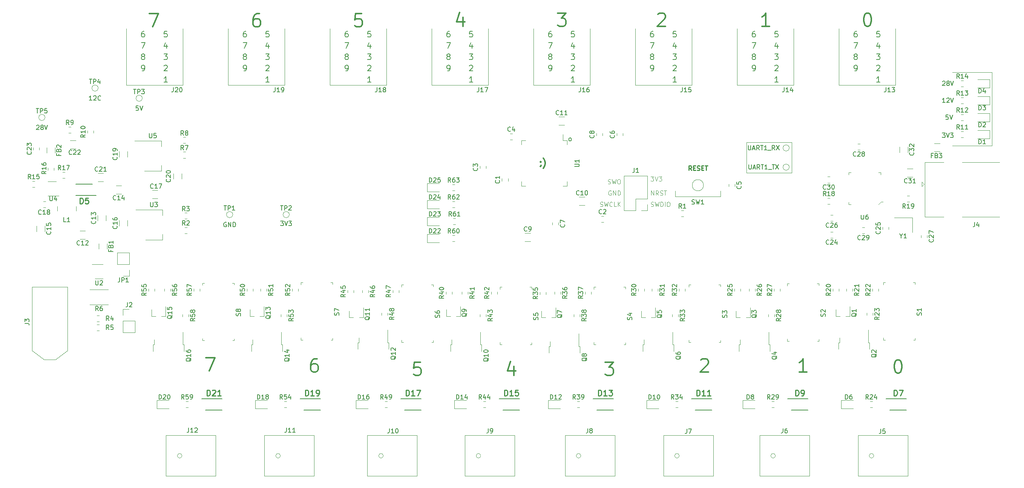
<source format=gto>
G04 #@! TF.GenerationSoftware,KiCad,Pcbnew,(5.1.0)-1*
G04 #@! TF.CreationDate,2019-04-01T22:48:46-04:00*
G04 #@! TF.ProjectId,prop_support,70726f70-5f73-4757-9070-6f72742e6b69,A*
G04 #@! TF.SameCoordinates,Original*
G04 #@! TF.FileFunction,Legend,Top*
G04 #@! TF.FilePolarity,Positive*
%FSLAX46Y46*%
G04 Gerber Fmt 4.6, Leading zero omitted, Abs format (unit mm)*
G04 Created by KiCad (PCBNEW (5.1.0)-1) date 2019-04-01 22:48:46*
%MOMM*%
%LPD*%
G04 APERTURE LIST*
%ADD10C,0.300000*%
%ADD11C,0.150000*%
%ADD12C,0.120000*%
%ADD13C,0.250000*%
%ADD14C,0.125000*%
%ADD15C,0.100000*%
%ADD16C,0.200000*%
%ADD17C,0.254000*%
G04 APERTURE END LIST*
D10*
X145875428Y-89761142D02*
X145875428Y-89832571D01*
X145804000Y-89975428D01*
X145732571Y-90046857D01*
X145804000Y-88904000D02*
X145875428Y-88975428D01*
X145804000Y-89046857D01*
X145732571Y-88975428D01*
X145804000Y-88904000D01*
X145804000Y-89046857D01*
X146375428Y-90404000D02*
X146446857Y-90332571D01*
X146589714Y-90118285D01*
X146661142Y-89975428D01*
X146732571Y-89761142D01*
X146804000Y-89404000D01*
X146804000Y-89118285D01*
X146732571Y-88761142D01*
X146661142Y-88546857D01*
X146589714Y-88404000D01*
X146446857Y-88189714D01*
X146375428Y-88118285D01*
D11*
X87407904Y-102322380D02*
X88026952Y-102322380D01*
X87693619Y-102703333D01*
X87836476Y-102703333D01*
X87931714Y-102750952D01*
X87979333Y-102798571D01*
X88026952Y-102893809D01*
X88026952Y-103131904D01*
X87979333Y-103227142D01*
X87931714Y-103274761D01*
X87836476Y-103322380D01*
X87550761Y-103322380D01*
X87455523Y-103274761D01*
X87407904Y-103227142D01*
X88312666Y-102322380D02*
X88646000Y-103322380D01*
X88979333Y-102322380D01*
X89217428Y-102322380D02*
X89836476Y-102322380D01*
X89503142Y-102703333D01*
X89646000Y-102703333D01*
X89741238Y-102750952D01*
X89788857Y-102798571D01*
X89836476Y-102893809D01*
X89836476Y-103131904D01*
X89788857Y-103227142D01*
X89741238Y-103274761D01*
X89646000Y-103322380D01*
X89360285Y-103322380D01*
X89265047Y-103274761D01*
X89217428Y-103227142D01*
X236045523Y-70921619D02*
X236093142Y-70874000D01*
X236188380Y-70826380D01*
X236426476Y-70826380D01*
X236521714Y-70874000D01*
X236569333Y-70921619D01*
X236616952Y-71016857D01*
X236616952Y-71112095D01*
X236569333Y-71254952D01*
X235997904Y-71826380D01*
X236616952Y-71826380D01*
X237188380Y-71254952D02*
X237093142Y-71207333D01*
X237045523Y-71159714D01*
X236997904Y-71064476D01*
X236997904Y-71016857D01*
X237045523Y-70921619D01*
X237093142Y-70874000D01*
X237188380Y-70826380D01*
X237378857Y-70826380D01*
X237474095Y-70874000D01*
X237521714Y-70921619D01*
X237569333Y-71016857D01*
X237569333Y-71064476D01*
X237521714Y-71159714D01*
X237474095Y-71207333D01*
X237378857Y-71254952D01*
X237188380Y-71254952D01*
X237093142Y-71302571D01*
X237045523Y-71350190D01*
X236997904Y-71445428D01*
X236997904Y-71635904D01*
X237045523Y-71731142D01*
X237093142Y-71778761D01*
X237188380Y-71826380D01*
X237378857Y-71826380D01*
X237474095Y-71778761D01*
X237521714Y-71731142D01*
X237569333Y-71635904D01*
X237569333Y-71445428D01*
X237521714Y-71350190D01*
X237474095Y-71302571D01*
X237378857Y-71254952D01*
X237855047Y-70826380D02*
X238188380Y-71826380D01*
X238521714Y-70826380D01*
X236616952Y-75636380D02*
X236045523Y-75636380D01*
X236331238Y-75636380D02*
X236331238Y-74636380D01*
X236236000Y-74779238D01*
X236140761Y-74874476D01*
X236045523Y-74922095D01*
X236997904Y-74731619D02*
X237045523Y-74684000D01*
X237140761Y-74636380D01*
X237378857Y-74636380D01*
X237474095Y-74684000D01*
X237521714Y-74731619D01*
X237569333Y-74826857D01*
X237569333Y-74922095D01*
X237521714Y-75064952D01*
X236950285Y-75636380D01*
X237569333Y-75636380D01*
X237855047Y-74636380D02*
X238188380Y-75636380D01*
X238521714Y-74636380D01*
X237299523Y-78446380D02*
X236823333Y-78446380D01*
X236775714Y-78922571D01*
X236823333Y-78874952D01*
X236918571Y-78827333D01*
X237156666Y-78827333D01*
X237251904Y-78874952D01*
X237299523Y-78922571D01*
X237347142Y-79017809D01*
X237347142Y-79255904D01*
X237299523Y-79351142D01*
X237251904Y-79398761D01*
X237156666Y-79446380D01*
X236918571Y-79446380D01*
X236823333Y-79398761D01*
X236775714Y-79351142D01*
X237632857Y-78446380D02*
X237966190Y-79446380D01*
X238299523Y-78446380D01*
X235997904Y-82510380D02*
X236616952Y-82510380D01*
X236283619Y-82891333D01*
X236426476Y-82891333D01*
X236521714Y-82938952D01*
X236569333Y-82986571D01*
X236616952Y-83081809D01*
X236616952Y-83319904D01*
X236569333Y-83415142D01*
X236521714Y-83462761D01*
X236426476Y-83510380D01*
X236140761Y-83510380D01*
X236045523Y-83462761D01*
X235997904Y-83415142D01*
X236902666Y-82510380D02*
X237236000Y-83510380D01*
X237569333Y-82510380D01*
X237807428Y-82510380D02*
X238426476Y-82510380D01*
X238093142Y-82891333D01*
X238236000Y-82891333D01*
X238331238Y-82938952D01*
X238378857Y-82986571D01*
X238426476Y-83081809D01*
X238426476Y-83319904D01*
X238378857Y-83415142D01*
X238331238Y-83462761D01*
X238236000Y-83510380D01*
X237950285Y-83510380D01*
X237855047Y-83462761D01*
X237807428Y-83415142D01*
D10*
X205581142Y-136231142D02*
X203866857Y-136231142D01*
X204724000Y-136231142D02*
X204724000Y-133231142D01*
X204438285Y-133659714D01*
X204152571Y-133945428D01*
X203866857Y-134088285D01*
X225917142Y-133485142D02*
X226202857Y-133485142D01*
X226488571Y-133628000D01*
X226631428Y-133770857D01*
X226774285Y-134056571D01*
X226917142Y-134628000D01*
X226917142Y-135342285D01*
X226774285Y-135913714D01*
X226631428Y-136199428D01*
X226488571Y-136342285D01*
X226202857Y-136485142D01*
X225917142Y-136485142D01*
X225631428Y-136342285D01*
X225488571Y-136199428D01*
X225345714Y-135913714D01*
X225202857Y-135342285D01*
X225202857Y-134628000D01*
X225345714Y-134056571D01*
X225488571Y-133770857D01*
X225631428Y-133628000D01*
X225917142Y-133485142D01*
X181768857Y-133516857D02*
X181911714Y-133374000D01*
X182197428Y-133231142D01*
X182911714Y-133231142D01*
X183197428Y-133374000D01*
X183340285Y-133516857D01*
X183483142Y-133802571D01*
X183483142Y-134088285D01*
X183340285Y-134516857D01*
X181626000Y-136231142D01*
X183483142Y-136231142D01*
X160290000Y-133993142D02*
X162147142Y-133993142D01*
X161147142Y-135136000D01*
X161575714Y-135136000D01*
X161861428Y-135278857D01*
X162004285Y-135421714D01*
X162147142Y-135707428D01*
X162147142Y-136421714D01*
X162004285Y-136707428D01*
X161861428Y-136850285D01*
X161575714Y-136993142D01*
X160718571Y-136993142D01*
X160432857Y-136850285D01*
X160290000Y-136707428D01*
X139763428Y-134993142D02*
X139763428Y-136993142D01*
X139049142Y-133850285D02*
X138334857Y-135993142D01*
X140192000Y-135993142D01*
X118824285Y-133993142D02*
X117395714Y-133993142D01*
X117252857Y-135421714D01*
X117395714Y-135278857D01*
X117681428Y-135136000D01*
X118395714Y-135136000D01*
X118681428Y-135278857D01*
X118824285Y-135421714D01*
X118967142Y-135707428D01*
X118967142Y-136421714D01*
X118824285Y-136707428D01*
X118681428Y-136850285D01*
X118395714Y-136993142D01*
X117681428Y-136993142D01*
X117395714Y-136850285D01*
X117252857Y-136707428D01*
X95567428Y-133231142D02*
X94996000Y-133231142D01*
X94710285Y-133374000D01*
X94567428Y-133516857D01*
X94281714Y-133945428D01*
X94138857Y-134516857D01*
X94138857Y-135659714D01*
X94281714Y-135945428D01*
X94424571Y-136088285D01*
X94710285Y-136231142D01*
X95281714Y-136231142D01*
X95567428Y-136088285D01*
X95710285Y-135945428D01*
X95853142Y-135659714D01*
X95853142Y-134945428D01*
X95710285Y-134659714D01*
X95567428Y-134516857D01*
X95281714Y-134374000D01*
X94710285Y-134374000D01*
X94424571Y-134516857D01*
X94281714Y-134659714D01*
X94138857Y-134945428D01*
X70628000Y-132977142D02*
X72628000Y-132977142D01*
X71342285Y-135977142D01*
X219059142Y-55507142D02*
X219344857Y-55507142D01*
X219630571Y-55650000D01*
X219773428Y-55792857D01*
X219916285Y-56078571D01*
X220059142Y-56650000D01*
X220059142Y-57364285D01*
X219916285Y-57935714D01*
X219773428Y-58221428D01*
X219630571Y-58364285D01*
X219344857Y-58507142D01*
X219059142Y-58507142D01*
X218773428Y-58364285D01*
X218630571Y-58221428D01*
X218487714Y-57935714D01*
X218344857Y-57364285D01*
X218344857Y-56650000D01*
X218487714Y-56078571D01*
X218630571Y-55792857D01*
X218773428Y-55650000D01*
X219059142Y-55507142D01*
X197199142Y-58507142D02*
X195484857Y-58507142D01*
X196342000Y-58507142D02*
X196342000Y-55507142D01*
X196056285Y-55935714D01*
X195770571Y-56221428D01*
X195484857Y-56364285D01*
X172116857Y-55792857D02*
X172259714Y-55650000D01*
X172545428Y-55507142D01*
X173259714Y-55507142D01*
X173545428Y-55650000D01*
X173688285Y-55792857D01*
X173831142Y-56078571D01*
X173831142Y-56364285D01*
X173688285Y-56792857D01*
X171974000Y-58507142D01*
X173831142Y-58507142D01*
X149622000Y-55507142D02*
X151479142Y-55507142D01*
X150479142Y-56650000D01*
X150907714Y-56650000D01*
X151193428Y-56792857D01*
X151336285Y-56935714D01*
X151479142Y-57221428D01*
X151479142Y-57935714D01*
X151336285Y-58221428D01*
X151193428Y-58364285D01*
X150907714Y-58507142D01*
X150050571Y-58507142D01*
X149764857Y-58364285D01*
X149622000Y-58221428D01*
X128333428Y-56507142D02*
X128333428Y-58507142D01*
X127619142Y-55364285D02*
X126904857Y-57507142D01*
X128762000Y-57507142D01*
X105616285Y-55634142D02*
X104187714Y-55634142D01*
X104044857Y-57062714D01*
X104187714Y-56919857D01*
X104473428Y-56777000D01*
X105187714Y-56777000D01*
X105473428Y-56919857D01*
X105616285Y-57062714D01*
X105759142Y-57348428D01*
X105759142Y-58062714D01*
X105616285Y-58348428D01*
X105473428Y-58491285D01*
X105187714Y-58634142D01*
X104473428Y-58634142D01*
X104187714Y-58491285D01*
X104044857Y-58348428D01*
X82613428Y-55634142D02*
X82042000Y-55634142D01*
X81756285Y-55777000D01*
X81613428Y-55919857D01*
X81327714Y-56348428D01*
X81184857Y-56919857D01*
X81184857Y-58062714D01*
X81327714Y-58348428D01*
X81470571Y-58491285D01*
X81756285Y-58634142D01*
X82327714Y-58634142D01*
X82613428Y-58491285D01*
X82756285Y-58348428D01*
X82899142Y-58062714D01*
X82899142Y-57348428D01*
X82756285Y-57062714D01*
X82613428Y-56919857D01*
X82327714Y-56777000D01*
X81756285Y-56777000D01*
X81470571Y-56919857D01*
X81327714Y-57062714D01*
X81184857Y-57348428D01*
X57928000Y-55634142D02*
X59928000Y-55634142D01*
X58642285Y-58634142D01*
D12*
X247142000Y-85344000D02*
X247142000Y-68834000D01*
X192024000Y-91440000D02*
X192024000Y-84582000D01*
X202184000Y-91440000D02*
X192024000Y-91440000D01*
X202184000Y-84582000D02*
X202184000Y-91440000D01*
X192024000Y-84582000D02*
X202184000Y-84582000D01*
D11*
X32591523Y-80827619D02*
X32639142Y-80780000D01*
X32734380Y-80732380D01*
X32972476Y-80732380D01*
X33067714Y-80780000D01*
X33115333Y-80827619D01*
X33162952Y-80922857D01*
X33162952Y-81018095D01*
X33115333Y-81160952D01*
X32543904Y-81732380D01*
X33162952Y-81732380D01*
X33734380Y-81160952D02*
X33639142Y-81113333D01*
X33591523Y-81065714D01*
X33543904Y-80970476D01*
X33543904Y-80922857D01*
X33591523Y-80827619D01*
X33639142Y-80780000D01*
X33734380Y-80732380D01*
X33924857Y-80732380D01*
X34020095Y-80780000D01*
X34067714Y-80827619D01*
X34115333Y-80922857D01*
X34115333Y-80970476D01*
X34067714Y-81065714D01*
X34020095Y-81113333D01*
X33924857Y-81160952D01*
X33734380Y-81160952D01*
X33639142Y-81208571D01*
X33591523Y-81256190D01*
X33543904Y-81351428D01*
X33543904Y-81541904D01*
X33591523Y-81637142D01*
X33639142Y-81684761D01*
X33734380Y-81732380D01*
X33924857Y-81732380D01*
X34020095Y-81684761D01*
X34067714Y-81637142D01*
X34115333Y-81541904D01*
X34115333Y-81351428D01*
X34067714Y-81256190D01*
X34020095Y-81208571D01*
X33924857Y-81160952D01*
X34401047Y-80732380D02*
X34734380Y-81732380D01*
X35067714Y-80732380D01*
X45029523Y-75128380D02*
X44458095Y-75128380D01*
X44743809Y-75128380D02*
X44743809Y-74128380D01*
X44648571Y-74271238D01*
X44553333Y-74366476D01*
X44458095Y-74414095D01*
X45410476Y-74223619D02*
X45458095Y-74176000D01*
X45553333Y-74128380D01*
X45791428Y-74128380D01*
X45886666Y-74176000D01*
X45934285Y-74223619D01*
X45981904Y-74318857D01*
X45981904Y-74414095D01*
X45934285Y-74556952D01*
X45362857Y-75128380D01*
X45981904Y-75128380D01*
X46981904Y-75033142D02*
X46934285Y-75080761D01*
X46791428Y-75128380D01*
X46696190Y-75128380D01*
X46553333Y-75080761D01*
X46458095Y-74985523D01*
X46410476Y-74890285D01*
X46362857Y-74699809D01*
X46362857Y-74556952D01*
X46410476Y-74366476D01*
X46458095Y-74271238D01*
X46553333Y-74176000D01*
X46696190Y-74128380D01*
X46791428Y-74128380D01*
X46934285Y-74176000D01*
X46981904Y-74223619D01*
X55435523Y-76414380D02*
X54959333Y-76414380D01*
X54911714Y-76890571D01*
X54959333Y-76842952D01*
X55054571Y-76795333D01*
X55292666Y-76795333D01*
X55387904Y-76842952D01*
X55435523Y-76890571D01*
X55483142Y-76985809D01*
X55483142Y-77223904D01*
X55435523Y-77319142D01*
X55387904Y-77366761D01*
X55292666Y-77414380D01*
X55054571Y-77414380D01*
X54959333Y-77366761D01*
X54911714Y-77319142D01*
X55768857Y-76414380D02*
X56102190Y-77414380D01*
X56435523Y-76414380D01*
X75184095Y-102624000D02*
X75088857Y-102576380D01*
X74946000Y-102576380D01*
X74803142Y-102624000D01*
X74707904Y-102719238D01*
X74660285Y-102814476D01*
X74612666Y-103004952D01*
X74612666Y-103147809D01*
X74660285Y-103338285D01*
X74707904Y-103433523D01*
X74803142Y-103528761D01*
X74946000Y-103576380D01*
X75041238Y-103576380D01*
X75184095Y-103528761D01*
X75231714Y-103481142D01*
X75231714Y-103147809D01*
X75041238Y-103147809D01*
X75660285Y-103576380D02*
X75660285Y-102576380D01*
X76231714Y-103576380D01*
X76231714Y-102576380D01*
X76707904Y-103576380D02*
X76707904Y-102576380D01*
X76946000Y-102576380D01*
X77088857Y-102624000D01*
X77184095Y-102719238D01*
X77231714Y-102814476D01*
X77279333Y-103004952D01*
X77279333Y-103147809D01*
X77231714Y-103338285D01*
X77184095Y-103433523D01*
X77088857Y-103528761D01*
X76946000Y-103576380D01*
X76707904Y-103576380D01*
D13*
X179649619Y-90876380D02*
X179316285Y-90400190D01*
X179078190Y-90876380D02*
X179078190Y-89876380D01*
X179459142Y-89876380D01*
X179554380Y-89924000D01*
X179602000Y-89971619D01*
X179649619Y-90066857D01*
X179649619Y-90209714D01*
X179602000Y-90304952D01*
X179554380Y-90352571D01*
X179459142Y-90400190D01*
X179078190Y-90400190D01*
X180078190Y-90352571D02*
X180411523Y-90352571D01*
X180554380Y-90876380D02*
X180078190Y-90876380D01*
X180078190Y-89876380D01*
X180554380Y-89876380D01*
X180935333Y-90828761D02*
X181078190Y-90876380D01*
X181316285Y-90876380D01*
X181411523Y-90828761D01*
X181459142Y-90781142D01*
X181506761Y-90685904D01*
X181506761Y-90590666D01*
X181459142Y-90495428D01*
X181411523Y-90447809D01*
X181316285Y-90400190D01*
X181125809Y-90352571D01*
X181030571Y-90304952D01*
X180982952Y-90257333D01*
X180935333Y-90162095D01*
X180935333Y-90066857D01*
X180982952Y-89971619D01*
X181030571Y-89924000D01*
X181125809Y-89876380D01*
X181363904Y-89876380D01*
X181506761Y-89924000D01*
X181935333Y-90352571D02*
X182268666Y-90352571D01*
X182411523Y-90876380D02*
X181935333Y-90876380D01*
X181935333Y-89876380D01*
X182411523Y-89876380D01*
X182697238Y-89876380D02*
X183268666Y-89876380D01*
X182982952Y-90876380D02*
X182982952Y-89876380D01*
D14*
X159161464Y-98956761D02*
X159304321Y-99004380D01*
X159542416Y-99004380D01*
X159637654Y-98956761D01*
X159685273Y-98909142D01*
X159732892Y-98813904D01*
X159732892Y-98718666D01*
X159685273Y-98623428D01*
X159637654Y-98575809D01*
X159542416Y-98528190D01*
X159351940Y-98480571D01*
X159256702Y-98432952D01*
X159209083Y-98385333D01*
X159161464Y-98290095D01*
X159161464Y-98194857D01*
X159209083Y-98099619D01*
X159256702Y-98052000D01*
X159351940Y-98004380D01*
X159590035Y-98004380D01*
X159732892Y-98052000D01*
X160066226Y-98004380D02*
X160304321Y-99004380D01*
X160494797Y-98290095D01*
X160685273Y-99004380D01*
X160923369Y-98004380D01*
X161875750Y-98909142D02*
X161828130Y-98956761D01*
X161685273Y-99004380D01*
X161590035Y-99004380D01*
X161447178Y-98956761D01*
X161351940Y-98861523D01*
X161304321Y-98766285D01*
X161256702Y-98575809D01*
X161256702Y-98432952D01*
X161304321Y-98242476D01*
X161351940Y-98147238D01*
X161447178Y-98052000D01*
X161590035Y-98004380D01*
X161685273Y-98004380D01*
X161828130Y-98052000D01*
X161875750Y-98099619D01*
X162780511Y-99004380D02*
X162304321Y-99004380D01*
X162304321Y-98004380D01*
X163113845Y-99004380D02*
X163113845Y-98004380D01*
X163685273Y-99004380D02*
X163256702Y-98432952D01*
X163685273Y-98004380D02*
X163113845Y-98575809D01*
X161590035Y-95512000D02*
X161494797Y-95464380D01*
X161351940Y-95464380D01*
X161209083Y-95512000D01*
X161113845Y-95607238D01*
X161066226Y-95702476D01*
X161018607Y-95892952D01*
X161018607Y-96035809D01*
X161066226Y-96226285D01*
X161113845Y-96321523D01*
X161209083Y-96416761D01*
X161351940Y-96464380D01*
X161447178Y-96464380D01*
X161590035Y-96416761D01*
X161637654Y-96369142D01*
X161637654Y-96035809D01*
X161447178Y-96035809D01*
X162066226Y-96464380D02*
X162066226Y-95464380D01*
X162637654Y-96464380D01*
X162637654Y-95464380D01*
X163113845Y-96464380D02*
X163113845Y-95464380D01*
X163351940Y-95464380D01*
X163494797Y-95512000D01*
X163590035Y-95607238D01*
X163637654Y-95702476D01*
X163685273Y-95892952D01*
X163685273Y-96035809D01*
X163637654Y-96226285D01*
X163590035Y-96321523D01*
X163494797Y-96416761D01*
X163351940Y-96464380D01*
X163113845Y-96464380D01*
X160923369Y-93876761D02*
X161066226Y-93924380D01*
X161304321Y-93924380D01*
X161399559Y-93876761D01*
X161447178Y-93829142D01*
X161494797Y-93733904D01*
X161494797Y-93638666D01*
X161447178Y-93543428D01*
X161399559Y-93495809D01*
X161304321Y-93448190D01*
X161113845Y-93400571D01*
X161018607Y-93352952D01*
X160970988Y-93305333D01*
X160923369Y-93210095D01*
X160923369Y-93114857D01*
X160970988Y-93019619D01*
X161018607Y-92972000D01*
X161113845Y-92924380D01*
X161351940Y-92924380D01*
X161494797Y-92972000D01*
X161828130Y-92924380D02*
X162066226Y-93924380D01*
X162256702Y-93210095D01*
X162447178Y-93924380D01*
X162685273Y-92924380D01*
X163256702Y-92924380D02*
X163447178Y-92924380D01*
X163542416Y-92972000D01*
X163637654Y-93067238D01*
X163685273Y-93257714D01*
X163685273Y-93591047D01*
X163637654Y-93781523D01*
X163542416Y-93876761D01*
X163447178Y-93924380D01*
X163256702Y-93924380D01*
X163161464Y-93876761D01*
X163066226Y-93781523D01*
X163018607Y-93591047D01*
X163018607Y-93257714D01*
X163066226Y-93067238D01*
X163161464Y-92972000D01*
X163256702Y-92924380D01*
X170578726Y-98959406D02*
X170721583Y-99007025D01*
X170959678Y-99007025D01*
X171054916Y-98959406D01*
X171102535Y-98911787D01*
X171150154Y-98816549D01*
X171150154Y-98721311D01*
X171102535Y-98626073D01*
X171054916Y-98578454D01*
X170959678Y-98530835D01*
X170769202Y-98483216D01*
X170673964Y-98435597D01*
X170626345Y-98387978D01*
X170578726Y-98292740D01*
X170578726Y-98197502D01*
X170626345Y-98102264D01*
X170673964Y-98054645D01*
X170769202Y-98007025D01*
X171007297Y-98007025D01*
X171150154Y-98054645D01*
X171483488Y-98007025D02*
X171721583Y-99007025D01*
X171912059Y-98292740D01*
X172102535Y-99007025D01*
X172340630Y-98007025D01*
X172721583Y-99007025D02*
X172721583Y-98007025D01*
X172959678Y-98007025D01*
X173102535Y-98054645D01*
X173197773Y-98149883D01*
X173245392Y-98245121D01*
X173293011Y-98435597D01*
X173293011Y-98578454D01*
X173245392Y-98768930D01*
X173197773Y-98864168D01*
X173102535Y-98959406D01*
X172959678Y-99007025D01*
X172721583Y-99007025D01*
X173721583Y-99007025D02*
X173721583Y-98007025D01*
X174388250Y-98007025D02*
X174578726Y-98007025D01*
X174673964Y-98054645D01*
X174769202Y-98149883D01*
X174816821Y-98340359D01*
X174816821Y-98673692D01*
X174769202Y-98864168D01*
X174673964Y-98959406D01*
X174578726Y-99007025D01*
X174388250Y-99007025D01*
X174293011Y-98959406D01*
X174197773Y-98864168D01*
X174150154Y-98673692D01*
X174150154Y-98340359D01*
X174197773Y-98149883D01*
X174293011Y-98054645D01*
X174388250Y-98007025D01*
X170626345Y-96464380D02*
X170626345Y-95464380D01*
X171197773Y-96464380D01*
X171197773Y-95464380D01*
X172245392Y-96464380D02*
X171912059Y-95988190D01*
X171673964Y-96464380D02*
X171673964Y-95464380D01*
X172054916Y-95464380D01*
X172150154Y-95512000D01*
X172197773Y-95559619D01*
X172245392Y-95654857D01*
X172245392Y-95797714D01*
X172197773Y-95892952D01*
X172150154Y-95940571D01*
X172054916Y-95988190D01*
X171673964Y-95988190D01*
X172626345Y-96416761D02*
X172769202Y-96464380D01*
X173007297Y-96464380D01*
X173102535Y-96416761D01*
X173150154Y-96369142D01*
X173197773Y-96273904D01*
X173197773Y-96178666D01*
X173150154Y-96083428D01*
X173102535Y-96035809D01*
X173007297Y-95988190D01*
X172816821Y-95940571D01*
X172721583Y-95892952D01*
X172673964Y-95845333D01*
X172626345Y-95750095D01*
X172626345Y-95654857D01*
X172673964Y-95559619D01*
X172721583Y-95512000D01*
X172816821Y-95464380D01*
X173054916Y-95464380D01*
X173197773Y-95512000D01*
X173483488Y-95464380D02*
X174054916Y-95464380D01*
X173769202Y-96464380D02*
X173769202Y-95464380D01*
X170531107Y-92289380D02*
X171150154Y-92289380D01*
X170816821Y-92670333D01*
X170959678Y-92670333D01*
X171054916Y-92717952D01*
X171102535Y-92765571D01*
X171150154Y-92860809D01*
X171150154Y-93098904D01*
X171102535Y-93194142D01*
X171054916Y-93241761D01*
X170959678Y-93289380D01*
X170673964Y-93289380D01*
X170578726Y-93241761D01*
X170531107Y-93194142D01*
X171435869Y-92289380D02*
X171769202Y-93289380D01*
X172102535Y-92289380D01*
X172340630Y-92289380D02*
X172959678Y-92289380D01*
X172626345Y-92670333D01*
X172769202Y-92670333D01*
X172864440Y-92717952D01*
X172912059Y-92765571D01*
X172959678Y-92860809D01*
X172959678Y-93098904D01*
X172912059Y-93194142D01*
X172864440Y-93241761D01*
X172769202Y-93289380D01*
X172483488Y-93289380D01*
X172388250Y-93241761D01*
X172340630Y-93194142D01*
D11*
X152328571Y-84272380D02*
X152233333Y-84224761D01*
X152185714Y-84177142D01*
X152138095Y-84081904D01*
X152138095Y-83796190D01*
X152185714Y-83700952D01*
X152233333Y-83653333D01*
X152328571Y-83605714D01*
X152471428Y-83605714D01*
X152566666Y-83653333D01*
X152614285Y-83700952D01*
X152661904Y-83796190D01*
X152661904Y-84081904D01*
X152614285Y-84177142D01*
X152566666Y-84224761D01*
X152471428Y-84272380D01*
X152328571Y-84272380D01*
D12*
X238252000Y-85344000D02*
X247142000Y-85344000D01*
X247142000Y-68834000D02*
X238252000Y-68834000D01*
X220599000Y-155067000D02*
G75*
G03X220599000Y-155067000I-508000J0D01*
G01*
X217043000Y-150495000D02*
X217043000Y-151003000D01*
X228219000Y-150495000D02*
X217043000Y-150495000D01*
X228219000Y-159639000D02*
X228219000Y-150495000D01*
X217043000Y-159639000D02*
X228219000Y-159639000D01*
X217043000Y-151003000D02*
X217043000Y-159639000D01*
X198501000Y-155067000D02*
G75*
G03X198501000Y-155067000I-508000J0D01*
G01*
X194945000Y-150495000D02*
X194945000Y-151003000D01*
X206121000Y-150495000D02*
X194945000Y-150495000D01*
X206121000Y-159639000D02*
X206121000Y-150495000D01*
X194945000Y-159639000D02*
X206121000Y-159639000D01*
X194945000Y-151003000D02*
X194945000Y-159639000D01*
X176911000Y-155067000D02*
G75*
G03X176911000Y-155067000I-508000J0D01*
G01*
X173355000Y-150495000D02*
X173355000Y-151003000D01*
X184531000Y-150495000D02*
X173355000Y-150495000D01*
X184531000Y-159639000D02*
X184531000Y-150495000D01*
X173355000Y-159639000D02*
X184531000Y-159639000D01*
X173355000Y-151003000D02*
X173355000Y-159639000D01*
X154813000Y-155067000D02*
G75*
G03X154813000Y-155067000I-508000J0D01*
G01*
X151257000Y-150495000D02*
X151257000Y-151003000D01*
X162433000Y-150495000D02*
X151257000Y-150495000D01*
X162433000Y-159639000D02*
X162433000Y-150495000D01*
X151257000Y-159639000D02*
X162433000Y-159639000D01*
X151257000Y-151003000D02*
X151257000Y-159639000D01*
X132334000Y-155067000D02*
G75*
G03X132334000Y-155067000I-508000J0D01*
G01*
X128778000Y-150495000D02*
X128778000Y-151003000D01*
X139954000Y-150495000D02*
X128778000Y-150495000D01*
X139954000Y-159639000D02*
X139954000Y-150495000D01*
X128778000Y-159639000D02*
X139954000Y-159639000D01*
X128778000Y-151003000D02*
X128778000Y-159639000D01*
X110443000Y-155067000D02*
G75*
G03X110443000Y-155067000I-508000J0D01*
G01*
X106887000Y-150495000D02*
X106887000Y-151003000D01*
X118063000Y-150495000D02*
X106887000Y-150495000D01*
X118063000Y-159639000D02*
X118063000Y-150495000D01*
X106887000Y-159639000D02*
X118063000Y-159639000D01*
X106887000Y-151003000D02*
X106887000Y-159639000D01*
X87329000Y-155067000D02*
G75*
G03X87329000Y-155067000I-508000J0D01*
G01*
X83773000Y-150495000D02*
X83773000Y-151003000D01*
X94949000Y-150495000D02*
X83773000Y-150495000D01*
X94949000Y-159639000D02*
X94949000Y-150495000D01*
X83773000Y-159639000D02*
X94949000Y-159639000D01*
X83773000Y-151003000D02*
X83773000Y-159639000D01*
X65231000Y-155067000D02*
G75*
G03X65231000Y-155067000I-508000J0D01*
G01*
X61675000Y-150495000D02*
X61675000Y-151003000D01*
X72851000Y-150495000D02*
X61675000Y-150495000D01*
X72851000Y-159639000D02*
X72851000Y-150495000D01*
X61675000Y-159639000D02*
X72851000Y-159639000D01*
X61675000Y-151003000D02*
X61675000Y-159639000D01*
X65405000Y-71755000D02*
X65405000Y-59055000D01*
X52705000Y-71755000D02*
X52705000Y-59055000D01*
X65405000Y-71755000D02*
X52705000Y-71755000D01*
X225425000Y-71755000D02*
X225425000Y-59055000D01*
X212725000Y-71755000D02*
X212725000Y-59055000D01*
X225425000Y-71755000D02*
X212725000Y-71755000D01*
X202565000Y-71755000D02*
X202565000Y-59055000D01*
X189865000Y-71755000D02*
X189865000Y-59055000D01*
X202565000Y-71755000D02*
X189865000Y-71755000D01*
X179705000Y-71755000D02*
X179705000Y-59055000D01*
X167005000Y-71755000D02*
X167005000Y-59055000D01*
X179705000Y-71755000D02*
X167005000Y-71755000D01*
X156845000Y-71755000D02*
X156845000Y-59055000D01*
X144145000Y-71755000D02*
X144145000Y-59055000D01*
X156845000Y-71755000D02*
X144145000Y-71755000D01*
X133985000Y-71755000D02*
X133985000Y-59055000D01*
X121285000Y-71755000D02*
X121285000Y-59055000D01*
X133985000Y-71755000D02*
X121285000Y-71755000D01*
X111125000Y-71755000D02*
X111125000Y-59055000D01*
X98425000Y-71755000D02*
X98425000Y-59055000D01*
X111125000Y-71755000D02*
X98425000Y-71755000D01*
X88265000Y-71755000D02*
X88265000Y-59055000D01*
X75565000Y-71755000D02*
X75565000Y-59055000D01*
X88265000Y-71755000D02*
X75565000Y-71755000D01*
D15*
X186151000Y-129514000D02*
X185801000Y-129514000D01*
X186151000Y-129139000D02*
X186151000Y-129514000D01*
X186151000Y-116614000D02*
X186151000Y-117014000D01*
X186151000Y-116614000D02*
X185776000Y-116614000D01*
X179101000Y-116614000D02*
X179526000Y-116614000D01*
X179101000Y-116614000D02*
X179101000Y-117064000D01*
X179101000Y-129489000D02*
X179101000Y-129039000D01*
X179101000Y-129514000D02*
X179526000Y-129514000D01*
X39560000Y-121832000D02*
X39560000Y-126032000D01*
X31560000Y-121532000D02*
X31560000Y-125932000D01*
X35560000Y-117132000D02*
X37960000Y-117132000D01*
X35460000Y-133432000D02*
X35760000Y-133432000D01*
X31560000Y-125932000D02*
X31560000Y-129032000D01*
X31560000Y-129032000D02*
X31560000Y-131432000D01*
X39560000Y-126032000D02*
X39560000Y-129032000D01*
X39560000Y-129032000D02*
X39560000Y-131432000D01*
X35560000Y-133432000D02*
X34310000Y-133432000D01*
X35560000Y-133432000D02*
X36810000Y-133432000D01*
X31560000Y-131432000D02*
X34260000Y-133432000D01*
X39560000Y-131432000D02*
X36860000Y-133432000D01*
X31560000Y-117132000D02*
X35560000Y-117132000D01*
X31560000Y-117232000D02*
X31560000Y-117132000D01*
X31560000Y-117332000D02*
X31560000Y-117232000D01*
X31560000Y-121532000D02*
X31560000Y-117332000D01*
X39560000Y-117132000D02*
X37960000Y-117132000D01*
X39560000Y-121832000D02*
X39560000Y-117132000D01*
X222134999Y-91834999D02*
X222134999Y-91334999D01*
X222134999Y-91334999D02*
X221634999Y-91334999D01*
X214934999Y-91834999D02*
X214934999Y-91334999D01*
X214934999Y-91334999D02*
X215434999Y-91334999D01*
X215434999Y-98534999D02*
X214934999Y-98534999D01*
X214934999Y-98534999D02*
X214934999Y-98034999D01*
X221634999Y-98534999D02*
X222234999Y-97934999D01*
X222234999Y-97934999D02*
X222634999Y-97934999D01*
D12*
X169732000Y-99882000D02*
X168402000Y-99882000D01*
X169732000Y-98552000D02*
X169732000Y-99882000D01*
X167132000Y-99882000D02*
X164532000Y-99882000D01*
X167132000Y-97282000D02*
X167132000Y-99882000D01*
X169732000Y-97282000D02*
X167132000Y-97282000D01*
X164532000Y-99882000D02*
X164532000Y-92142000D01*
X169732000Y-97282000D02*
X169732000Y-92142000D01*
X169732000Y-92142000D02*
X164532000Y-92142000D01*
X52010000Y-122114000D02*
X53340000Y-122114000D01*
X52010000Y-123444000D02*
X52010000Y-122114000D01*
X52010000Y-124714000D02*
X54670000Y-124714000D01*
X54670000Y-124714000D02*
X54670000Y-127314000D01*
X52010000Y-124714000D02*
X52010000Y-127314000D01*
X52010000Y-127314000D02*
X54670000Y-127314000D01*
X53400000Y-114614000D02*
X52070000Y-114614000D01*
X53400000Y-113284000D02*
X53400000Y-114614000D01*
X53400000Y-112014000D02*
X50740000Y-112014000D01*
X50740000Y-112014000D02*
X50740000Y-109414000D01*
X53400000Y-112014000D02*
X53400000Y-109414000D01*
X53400000Y-109414000D02*
X50740000Y-109414000D01*
X236340000Y-89070000D02*
X232080000Y-89070000D01*
X232080000Y-89070000D02*
X232080000Y-101390000D01*
X232080000Y-101390000D02*
X236340000Y-101390000D01*
X240440000Y-89070000D02*
X248800000Y-89070000D01*
X248800000Y-101390000D02*
X240440000Y-101390000D01*
X231860000Y-93980000D02*
X231360000Y-93480000D01*
X231360000Y-93480000D02*
X231360000Y-94480000D01*
X231360000Y-94480000D02*
X231860000Y-93980000D01*
X201614000Y-90170000D02*
G75*
G03X201614000Y-90170000I-700000J0D01*
G01*
X201614000Y-85852000D02*
G75*
G03X201614000Y-85852000I-700000J0D01*
G01*
X34482000Y-78994000D02*
G75*
G03X34482000Y-78994000I-700000J0D01*
G01*
X46420000Y-72390000D02*
G75*
G03X46420000Y-72390000I-700000J0D01*
G01*
X56326000Y-74676000D02*
G75*
G03X56326000Y-74676000I-700000J0D01*
G01*
X76646000Y-100838000D02*
G75*
G03X76646000Y-100838000I-700000J0D01*
G01*
X138505000Y-92753922D02*
X138505000Y-93271078D01*
X137085000Y-92753922D02*
X137085000Y-93271078D01*
X159428922Y-102564000D02*
X159946078Y-102564000D01*
X159428922Y-101144000D02*
X159946078Y-101144000D01*
X132132000Y-90428578D02*
X132132000Y-89911422D01*
X133552000Y-90428578D02*
X133552000Y-89911422D01*
X138933422Y-84022000D02*
X139450578Y-84022000D01*
X138933422Y-82602000D02*
X139450578Y-82602000D01*
X189432000Y-93975422D02*
X189432000Y-94492578D01*
X188012000Y-93975422D02*
X188012000Y-94492578D01*
X162866000Y-83062578D02*
X162866000Y-82545422D01*
X164286000Y-83062578D02*
X164286000Y-82545422D01*
X148388000Y-102611422D02*
X148388000Y-103128578D01*
X149808000Y-102611422D02*
X149808000Y-103128578D01*
X158294000Y-83062578D02*
X158294000Y-82545422D01*
X159714000Y-83062578D02*
X159714000Y-82545422D01*
X142269936Y-106828000D02*
X143474064Y-106828000D01*
X142269936Y-105008000D02*
X143474064Y-105008000D01*
X154461936Y-98700000D02*
X155666064Y-98700000D01*
X154461936Y-96880000D02*
X155666064Y-96880000D01*
X149889936Y-80666000D02*
X151094064Y-80666000D01*
X149889936Y-78846000D02*
X151094064Y-78846000D01*
X43528064Y-106320000D02*
X42323936Y-106320000D01*
X43528064Y-104500000D02*
X42323936Y-104500000D01*
X46334000Y-102202064D02*
X46334000Y-100997936D01*
X48154000Y-102202064D02*
X48154000Y-100997936D01*
X51656064Y-96160000D02*
X50451936Y-96160000D01*
X51656064Y-94340000D02*
X50451936Y-94340000D01*
X32618000Y-103407936D02*
X32618000Y-104612064D01*
X34438000Y-103407936D02*
X34438000Y-104612064D01*
X52980000Y-103348064D02*
X52980000Y-102143936D01*
X51160000Y-103348064D02*
X51160000Y-102143936D01*
X59784064Y-97176000D02*
X58579936Y-97176000D01*
X59784064Y-95356000D02*
X58579936Y-95356000D01*
X34109922Y-99262000D02*
X34627078Y-99262000D01*
X34109922Y-97842000D02*
X34627078Y-97842000D01*
X52980000Y-87848064D02*
X52980000Y-86643936D01*
X51160000Y-87848064D02*
X51160000Y-86643936D01*
X65172000Y-91599936D02*
X65172000Y-92804064D01*
X63352000Y-91599936D02*
X63352000Y-92804064D01*
X46387936Y-91546000D02*
X47592064Y-91546000D01*
X46387936Y-93366000D02*
X47592064Y-93366000D01*
X40167936Y-84180000D02*
X41372064Y-84180000D01*
X40167936Y-86000000D02*
X41372064Y-86000000D01*
X33222000Y-85768922D02*
X33222000Y-86286078D01*
X31802000Y-85768922D02*
X31802000Y-86286078D01*
X211411078Y-106120000D02*
X210893922Y-106120000D01*
X211411078Y-104700000D02*
X210893922Y-104700000D01*
X223976000Y-104144578D02*
X223976000Y-103627422D01*
X222556000Y-104144578D02*
X222556000Y-103627422D01*
X211411078Y-100890000D02*
X210893922Y-100890000D01*
X211411078Y-102310000D02*
X210893922Y-102310000D01*
X232612000Y-105483922D02*
X232612000Y-106001078D01*
X231192000Y-105483922D02*
X231192000Y-106001078D01*
X217507078Y-84888000D02*
X216989922Y-84888000D01*
X217507078Y-86308000D02*
X216989922Y-86308000D01*
X218523078Y-105104000D02*
X218005922Y-105104000D01*
X218523078Y-103684000D02*
X218005922Y-103684000D01*
X210746078Y-92324999D02*
X210228922Y-92324999D01*
X210746078Y-93744999D02*
X210228922Y-93744999D01*
X229332064Y-90530000D02*
X228127936Y-90530000D01*
X229332064Y-92350000D02*
X228127936Y-92350000D01*
X226420000Y-85627936D02*
X226420000Y-86832064D01*
X228240000Y-85627936D02*
X228240000Y-86832064D01*
X243934500Y-83764000D02*
X246619500Y-83764000D01*
X246619500Y-83764000D02*
X246619500Y-81844000D01*
X246619500Y-81844000D02*
X243934500Y-81844000D01*
X246619500Y-78034000D02*
X243934500Y-78034000D01*
X246619500Y-79954000D02*
X246619500Y-78034000D01*
X243934500Y-79954000D02*
X246619500Y-79954000D01*
X243934500Y-76144000D02*
X246619500Y-76144000D01*
X246619500Y-76144000D02*
X246619500Y-74224000D01*
X246619500Y-74224000D02*
X243934500Y-74224000D01*
X246619500Y-70414000D02*
X243934500Y-70414000D01*
X246619500Y-72334000D02*
X246619500Y-70414000D01*
X243934500Y-72334000D02*
X246619500Y-72334000D01*
D16*
X45166000Y-94000000D02*
X41366000Y-94000000D01*
X45966000Y-96500000D02*
X41366000Y-96500000D01*
D12*
X215962500Y-142550000D02*
X213277500Y-142550000D01*
X213277500Y-142550000D02*
X213277500Y-144470000D01*
X213277500Y-144470000D02*
X215962500Y-144470000D01*
D16*
X223360000Y-142260000D02*
X227960000Y-142260000D01*
X224160000Y-144760000D02*
X227960000Y-144760000D01*
D12*
X193864500Y-142550000D02*
X191179500Y-142550000D01*
X191179500Y-142550000D02*
X191179500Y-144470000D01*
X191179500Y-144470000D02*
X193864500Y-144470000D01*
D16*
X202062000Y-144760000D02*
X205862000Y-144760000D01*
X201262000Y-142260000D02*
X205862000Y-142260000D01*
D12*
X169589500Y-144470000D02*
X172274500Y-144470000D01*
X169589500Y-142550000D02*
X169589500Y-144470000D01*
X172274500Y-142550000D02*
X169589500Y-142550000D01*
D16*
X179672000Y-142260000D02*
X184272000Y-142260000D01*
X180472000Y-144760000D02*
X184272000Y-144760000D01*
D12*
X150176500Y-142550000D02*
X147491500Y-142550000D01*
X147491500Y-142550000D02*
X147491500Y-144470000D01*
X147491500Y-144470000D02*
X150176500Y-144470000D01*
D16*
X157574000Y-142260000D02*
X162174000Y-142260000D01*
X158374000Y-144760000D02*
X162174000Y-144760000D01*
D12*
X126409500Y-144470000D02*
X129094500Y-144470000D01*
X126409500Y-142550000D02*
X126409500Y-144470000D01*
X129094500Y-142550000D02*
X126409500Y-142550000D01*
D16*
X137292000Y-144760000D02*
X141092000Y-144760000D01*
X136492000Y-142260000D02*
X141092000Y-142260000D01*
D12*
X104311500Y-144470000D02*
X106996500Y-144470000D01*
X104311500Y-142550000D02*
X104311500Y-144470000D01*
X106996500Y-142550000D02*
X104311500Y-142550000D01*
D16*
X115194000Y-144760000D02*
X118994000Y-144760000D01*
X114394000Y-142260000D02*
X118994000Y-142260000D01*
D12*
X84390500Y-142550000D02*
X81705500Y-142550000D01*
X81705500Y-142550000D02*
X81705500Y-144470000D01*
X81705500Y-144470000D02*
X84390500Y-144470000D01*
D16*
X91788000Y-142260000D02*
X96388000Y-142260000D01*
X92588000Y-144760000D02*
X96388000Y-144760000D01*
D12*
X59607500Y-144470000D02*
X62292500Y-144470000D01*
X59607500Y-142550000D02*
X59607500Y-144470000D01*
X62292500Y-142550000D02*
X59607500Y-142550000D01*
D16*
X69690000Y-142260000D02*
X74290000Y-142260000D01*
X70490000Y-144760000D02*
X74290000Y-144760000D01*
D12*
X122998500Y-105212000D02*
X120313500Y-105212000D01*
X120313500Y-105212000D02*
X120313500Y-107132000D01*
X120313500Y-107132000D02*
X122998500Y-107132000D01*
X120313500Y-103322000D02*
X122998500Y-103322000D01*
X120313500Y-101402000D02*
X120313500Y-103322000D01*
X122998500Y-101402000D02*
X120313500Y-101402000D01*
X122998500Y-97592000D02*
X120313500Y-97592000D01*
X120313500Y-97592000D02*
X120313500Y-99512000D01*
X120313500Y-99512000D02*
X122998500Y-99512000D01*
X120313500Y-95702000D02*
X122998500Y-95702000D01*
X120313500Y-93782000D02*
X120313500Y-95702000D01*
X122998500Y-93782000D02*
X120313500Y-93782000D01*
X48408000Y-107347936D02*
X48408000Y-108552064D01*
X46588000Y-107347936D02*
X46588000Y-108552064D01*
X36724000Y-85757936D02*
X36724000Y-86962064D01*
X34904000Y-85757936D02*
X34904000Y-86962064D01*
X234217936Y-86635000D02*
X235422064Y-86635000D01*
X234217936Y-84815000D02*
X235422064Y-84815000D01*
X37270000Y-99978000D02*
X37270000Y-98988000D01*
X41470000Y-99978000D02*
X41470000Y-98988000D01*
X212100000Y-123680000D02*
X212100000Y-122220000D01*
X215260000Y-123680000D02*
X215260000Y-121520000D01*
X215260000Y-123680000D02*
X214330000Y-123680000D01*
X212100000Y-123680000D02*
X213030000Y-123680000D01*
X212975000Y-129610000D02*
X212975000Y-128510000D01*
X212705000Y-129610000D02*
X212975000Y-129610000D01*
X212705000Y-131110000D02*
X212705000Y-129610000D01*
X219335000Y-129610000D02*
X219335000Y-126780000D01*
X219605000Y-129610000D02*
X219335000Y-129610000D01*
X219605000Y-131110000D02*
X219605000Y-129610000D01*
X189682000Y-123950000D02*
X189682000Y-122490000D01*
X192842000Y-123950000D02*
X192842000Y-121790000D01*
X192842000Y-123950000D02*
X191912000Y-123950000D01*
X189682000Y-123950000D02*
X190612000Y-123950000D01*
X197252000Y-131550000D02*
X197252000Y-130050000D01*
X197252000Y-130050000D02*
X196982000Y-130050000D01*
X196982000Y-130050000D02*
X196982000Y-127220000D01*
X190352000Y-131550000D02*
X190352000Y-130050000D01*
X190352000Y-130050000D02*
X190622000Y-130050000D01*
X190622000Y-130050000D02*
X190622000Y-128950000D01*
X168412000Y-123950000D02*
X168412000Y-122490000D01*
X171572000Y-123950000D02*
X171572000Y-121790000D01*
X171572000Y-123950000D02*
X170642000Y-123950000D01*
X168412000Y-123950000D02*
X169342000Y-123950000D01*
X169032000Y-130050000D02*
X169032000Y-128950000D01*
X168762000Y-130050000D02*
X169032000Y-130050000D01*
X168762000Y-131550000D02*
X168762000Y-130050000D01*
X175392000Y-130050000D02*
X175392000Y-127220000D01*
X175662000Y-130050000D02*
X175392000Y-130050000D01*
X175662000Y-131550000D02*
X175662000Y-130050000D01*
X145994000Y-123950000D02*
X146924000Y-123950000D01*
X149154000Y-123950000D02*
X148224000Y-123950000D01*
X149154000Y-123950000D02*
X149154000Y-121790000D01*
X145994000Y-123950000D02*
X145994000Y-122490000D01*
X147949000Y-130455000D02*
X147949000Y-129355000D01*
X147679000Y-130455000D02*
X147949000Y-130455000D01*
X147679000Y-131955000D02*
X147679000Y-130455000D01*
X154309000Y-130455000D02*
X154309000Y-127625000D01*
X154579000Y-130455000D02*
X154309000Y-130455000D01*
X154579000Y-131955000D02*
X154579000Y-130455000D01*
X124592000Y-123680000D02*
X124592000Y-122220000D01*
X127752000Y-123680000D02*
X127752000Y-121520000D01*
X127752000Y-123680000D02*
X126822000Y-123680000D01*
X124592000Y-123680000D02*
X125522000Y-123680000D01*
X125852000Y-130050000D02*
X125852000Y-128950000D01*
X125582000Y-130050000D02*
X125852000Y-130050000D01*
X125582000Y-131550000D02*
X125582000Y-130050000D01*
X132212000Y-130050000D02*
X132212000Y-127220000D01*
X132482000Y-130050000D02*
X132212000Y-130050000D01*
X132482000Y-131550000D02*
X132482000Y-130050000D01*
X102814000Y-123950000D02*
X103744000Y-123950000D01*
X105974000Y-123950000D02*
X105044000Y-123950000D01*
X105974000Y-123950000D02*
X105974000Y-121790000D01*
X102814000Y-123950000D02*
X102814000Y-122490000D01*
X111654000Y-131110000D02*
X111654000Y-129610000D01*
X111654000Y-129610000D02*
X111384000Y-129610000D01*
X111384000Y-129610000D02*
X111384000Y-126780000D01*
X104754000Y-131110000D02*
X104754000Y-129610000D01*
X104754000Y-129610000D02*
X105024000Y-129610000D01*
X105024000Y-129610000D02*
X105024000Y-128510000D01*
X80528000Y-123680000D02*
X81458000Y-123680000D01*
X83688000Y-123680000D02*
X82758000Y-123680000D01*
X83688000Y-123680000D02*
X83688000Y-121520000D01*
X80528000Y-123680000D02*
X80528000Y-122220000D01*
X87778000Y-131550000D02*
X87778000Y-130050000D01*
X87778000Y-130050000D02*
X87508000Y-130050000D01*
X87508000Y-130050000D02*
X87508000Y-127220000D01*
X80878000Y-131550000D02*
X80878000Y-130050000D01*
X80878000Y-130050000D02*
X81148000Y-130050000D01*
X81148000Y-130050000D02*
X81148000Y-128950000D01*
X58430000Y-123680000D02*
X59360000Y-123680000D01*
X61590000Y-123680000D02*
X60660000Y-123680000D01*
X61590000Y-123680000D02*
X61590000Y-121520000D01*
X58430000Y-123680000D02*
X58430000Y-122220000D01*
X65680000Y-131550000D02*
X65680000Y-130050000D01*
X65680000Y-130050000D02*
X65410000Y-130050000D01*
X65410000Y-130050000D02*
X65410000Y-127220000D01*
X58780000Y-131550000D02*
X58780000Y-130050000D01*
X58780000Y-130050000D02*
X59050000Y-130050000D01*
X59050000Y-130050000D02*
X59050000Y-128950000D01*
X177365922Y-99874000D02*
X177883078Y-99874000D01*
X177365922Y-101294000D02*
X177883078Y-101294000D01*
X65859922Y-105104000D02*
X66377078Y-105104000D01*
X65859922Y-103684000D02*
X66377078Y-103684000D01*
X66377078Y-101802000D02*
X65859922Y-101802000D01*
X66377078Y-100382000D02*
X65859922Y-100382000D01*
X46144922Y-123496000D02*
X46662078Y-123496000D01*
X46144922Y-124916000D02*
X46662078Y-124916000D01*
X46662078Y-125528000D02*
X46144922Y-125528000D01*
X46662078Y-126948000D02*
X46144922Y-126948000D01*
X48661064Y-121090000D02*
X44556936Y-121090000D01*
X48661064Y-117670000D02*
X44556936Y-117670000D01*
X65527422Y-88164500D02*
X66044578Y-88164500D01*
X65527422Y-86744500D02*
X66044578Y-86744500D01*
X66044578Y-84784000D02*
X65527422Y-84784000D01*
X66044578Y-83364000D02*
X65527422Y-83364000D01*
X39794922Y-82498000D02*
X40312078Y-82498000D01*
X39794922Y-81078000D02*
X40312078Y-81078000D01*
X43994000Y-82476078D02*
X43994000Y-81958922D01*
X45414000Y-82476078D02*
X45414000Y-81958922D01*
X240200922Y-83514000D02*
X240718078Y-83514000D01*
X240200922Y-82094000D02*
X240718078Y-82094000D01*
X240200922Y-79704000D02*
X240718078Y-79704000D01*
X240200922Y-78284000D02*
X240718078Y-78284000D01*
X240200922Y-74474000D02*
X240718078Y-74474000D01*
X240200922Y-75894000D02*
X240718078Y-75894000D01*
X240200922Y-72084000D02*
X240718078Y-72084000D01*
X240200922Y-70664000D02*
X240718078Y-70664000D01*
X31666922Y-94690000D02*
X32184078Y-94690000D01*
X31666922Y-93270000D02*
X32184078Y-93270000D01*
X35104000Y-90340922D02*
X35104000Y-90858078D01*
X36524000Y-90340922D02*
X36524000Y-90858078D01*
X38427922Y-91238000D02*
X38945078Y-91238000D01*
X38427922Y-92658000D02*
X38945078Y-92658000D01*
X210228922Y-97080000D02*
X210746078Y-97080000D01*
X210228922Y-98500000D02*
X210746078Y-98500000D01*
X228604578Y-96572000D02*
X228087422Y-96572000D01*
X228604578Y-97992000D02*
X228087422Y-97992000D01*
X211380000Y-118036078D02*
X211380000Y-117518922D01*
X212800000Y-118036078D02*
X212800000Y-117518922D01*
X215848000Y-117518922D02*
X215848000Y-118036078D01*
X214428000Y-117518922D02*
X214428000Y-118036078D01*
X220270000Y-118036078D02*
X220270000Y-117518922D01*
X221690000Y-118036078D02*
X221690000Y-117518922D01*
X219000000Y-122931422D02*
X219000000Y-123448578D01*
X220420000Y-122931422D02*
X220420000Y-123448578D01*
X219783922Y-144220000D02*
X220301078Y-144220000D01*
X219783922Y-142800000D02*
X220301078Y-142800000D01*
X190702000Y-118036078D02*
X190702000Y-117518922D01*
X189282000Y-118036078D02*
X189282000Y-117518922D01*
X194004000Y-117518922D02*
X194004000Y-118036078D01*
X192584000Y-117518922D02*
X192584000Y-118036078D01*
X198172000Y-118036078D02*
X198172000Y-117518922D01*
X199592000Y-118036078D02*
X199592000Y-117518922D01*
X196902000Y-123263922D02*
X196902000Y-123781078D01*
X198322000Y-123263922D02*
X198322000Y-123781078D01*
X197685922Y-144220000D02*
X198203078Y-144220000D01*
X197685922Y-142800000D02*
X198203078Y-142800000D01*
X169112000Y-118036078D02*
X169112000Y-117518922D01*
X167692000Y-118036078D02*
X167692000Y-117518922D01*
X172160000Y-117518922D02*
X172160000Y-118036078D01*
X170740000Y-117518922D02*
X170740000Y-118036078D01*
X178256000Y-118036078D02*
X178256000Y-117518922D01*
X176836000Y-118036078D02*
X176836000Y-117518922D01*
X176732000Y-123263922D02*
X176732000Y-123781078D01*
X175312000Y-123263922D02*
X175312000Y-123781078D01*
X176095922Y-144220000D02*
X176613078Y-144220000D01*
X176095922Y-142800000D02*
X176613078Y-142800000D01*
X147014000Y-118798078D02*
X147014000Y-118280922D01*
X145594000Y-118798078D02*
X145594000Y-118280922D01*
X150316000Y-118183922D02*
X150316000Y-118701078D01*
X148896000Y-118183922D02*
X148896000Y-118701078D01*
X155754000Y-118701078D02*
X155754000Y-118183922D01*
X157174000Y-118701078D02*
X157174000Y-118183922D01*
X153214000Y-123263922D02*
X153214000Y-123781078D01*
X154634000Y-123263922D02*
X154634000Y-123781078D01*
X153997922Y-144220000D02*
X154515078Y-144220000D01*
X153997922Y-142800000D02*
X154515078Y-142800000D01*
X125932000Y-118701078D02*
X125932000Y-118183922D01*
X124512000Y-118701078D02*
X124512000Y-118183922D01*
X129488000Y-118183922D02*
X129488000Y-118701078D01*
X128068000Y-118183922D02*
X128068000Y-118701078D01*
X134672000Y-118701078D02*
X134672000Y-118183922D01*
X136092000Y-118701078D02*
X136092000Y-118183922D01*
X132132000Y-123263922D02*
X132132000Y-123781078D01*
X133552000Y-123263922D02*
X133552000Y-123781078D01*
X132915922Y-144220000D02*
X133433078Y-144220000D01*
X132915922Y-142800000D02*
X133433078Y-142800000D01*
X103834000Y-118368578D02*
X103834000Y-117851422D01*
X102414000Y-118368578D02*
X102414000Y-117851422D01*
X107136000Y-117851422D02*
X107136000Y-118368578D01*
X105716000Y-117851422D02*
X105716000Y-118368578D01*
X112574000Y-118368578D02*
X112574000Y-117851422D01*
X113994000Y-118368578D02*
X113994000Y-117851422D01*
X111454000Y-122931422D02*
X111454000Y-123448578D01*
X110034000Y-122931422D02*
X110034000Y-123448578D01*
X110817922Y-144220000D02*
X111335078Y-144220000D01*
X110817922Y-142800000D02*
X111335078Y-142800000D01*
X81228000Y-118036078D02*
X81228000Y-117518922D01*
X79808000Y-118036078D02*
X79808000Y-117518922D01*
X84276000Y-117518922D02*
X84276000Y-118036078D01*
X82856000Y-117518922D02*
X82856000Y-118036078D01*
X89968000Y-118036078D02*
X89968000Y-117518922D01*
X91388000Y-118036078D02*
X91388000Y-117518922D01*
X88848000Y-123263922D02*
X88848000Y-123781078D01*
X87428000Y-123263922D02*
X87428000Y-123781078D01*
X88211922Y-142800000D02*
X88729078Y-142800000D01*
X88211922Y-144220000D02*
X88729078Y-144220000D01*
X57710000Y-118036078D02*
X57710000Y-117518922D01*
X59130000Y-118036078D02*
X59130000Y-117518922D01*
X61266000Y-117518922D02*
X61266000Y-118036078D01*
X62686000Y-117518922D02*
X62686000Y-118036078D01*
X67870000Y-118036078D02*
X67870000Y-117518922D01*
X69290000Y-118036078D02*
X69290000Y-117518922D01*
X66750000Y-123263922D02*
X66750000Y-123781078D01*
X65330000Y-123263922D02*
X65330000Y-123781078D01*
X66113922Y-142800000D02*
X66631078Y-142800000D01*
X66113922Y-144220000D02*
X66631078Y-144220000D01*
X125982423Y-106882000D02*
X126499579Y-106882000D01*
X125982423Y-105462000D02*
X126499579Y-105462000D01*
X126154922Y-103072000D02*
X126672078Y-103072000D01*
X126154922Y-101652000D02*
X126672078Y-101652000D01*
X125982423Y-97842000D02*
X126499579Y-97842000D01*
X125982423Y-99262000D02*
X126499579Y-99262000D01*
X125982423Y-95452000D02*
X126499579Y-95452000D01*
X125982423Y-94032000D02*
X126499579Y-94032000D01*
D15*
X229839000Y-129006000D02*
X229489000Y-129006000D01*
X229839000Y-128631000D02*
X229839000Y-129006000D01*
X229839000Y-116106000D02*
X229839000Y-116506000D01*
X229839000Y-116106000D02*
X229464000Y-116106000D01*
X222789000Y-116106000D02*
X223214000Y-116106000D01*
X222789000Y-116106000D02*
X222789000Y-116556000D01*
X222789000Y-128981000D02*
X222789000Y-128531000D01*
X222789000Y-129006000D02*
X223214000Y-129006000D01*
X201199000Y-129260000D02*
X201624000Y-129260000D01*
X201199000Y-129235000D02*
X201199000Y-128785000D01*
X201199000Y-116360000D02*
X201199000Y-116810000D01*
X201199000Y-116360000D02*
X201624000Y-116360000D01*
X208249000Y-116360000D02*
X207874000Y-116360000D01*
X208249000Y-116360000D02*
X208249000Y-116760000D01*
X208249000Y-128885000D02*
X208249000Y-129260000D01*
X208249000Y-129260000D02*
X207899000Y-129260000D01*
X157765000Y-130022000D02*
X158190000Y-130022000D01*
X157765000Y-129997000D02*
X157765000Y-129547000D01*
X157765000Y-117122000D02*
X157765000Y-117572000D01*
X157765000Y-117122000D02*
X158190000Y-117122000D01*
X164815000Y-117122000D02*
X164440000Y-117122000D01*
X164815000Y-117122000D02*
X164815000Y-117522000D01*
X164815000Y-129647000D02*
X164815000Y-130022000D01*
X164815000Y-130022000D02*
X164465000Y-130022000D01*
X143733000Y-130022000D02*
X143383000Y-130022000D01*
X143733000Y-129647000D02*
X143733000Y-130022000D01*
X143733000Y-117122000D02*
X143733000Y-117522000D01*
X143733000Y-117122000D02*
X143358000Y-117122000D01*
X136683000Y-117122000D02*
X137108000Y-117122000D01*
X136683000Y-117122000D02*
X136683000Y-117572000D01*
X136683000Y-129997000D02*
X136683000Y-129547000D01*
X136683000Y-130022000D02*
X137108000Y-130022000D01*
X114585000Y-129514000D02*
X115010000Y-129514000D01*
X114585000Y-129489000D02*
X114585000Y-129039000D01*
X114585000Y-116614000D02*
X114585000Y-117064000D01*
X114585000Y-116614000D02*
X115010000Y-116614000D01*
X121635000Y-116614000D02*
X121260000Y-116614000D01*
X121635000Y-116614000D02*
X121635000Y-117014000D01*
X121635000Y-129139000D02*
X121635000Y-129514000D01*
X121635000Y-129514000D02*
X121285000Y-129514000D01*
X91979000Y-129006000D02*
X92404000Y-129006000D01*
X91979000Y-128981000D02*
X91979000Y-128531000D01*
X91979000Y-116106000D02*
X91979000Y-116556000D01*
X91979000Y-116106000D02*
X92404000Y-116106000D01*
X99029000Y-116106000D02*
X98654000Y-116106000D01*
X99029000Y-116106000D02*
X99029000Y-116506000D01*
X99029000Y-128631000D02*
X99029000Y-129006000D01*
X99029000Y-129006000D02*
X98679000Y-129006000D01*
X76931000Y-129132000D02*
X76581000Y-129132000D01*
X76931000Y-128757000D02*
X76931000Y-129132000D01*
X76931000Y-116232000D02*
X76931000Y-116632000D01*
X76931000Y-116232000D02*
X76556000Y-116232000D01*
X69881000Y-116232000D02*
X70306000Y-116232000D01*
X69881000Y-116232000D02*
X69881000Y-116682000D01*
X69881000Y-129107000D02*
X69881000Y-128657000D01*
X69881000Y-129132000D02*
X70306000Y-129132000D01*
D12*
X176022000Y-96774000D02*
X176022000Y-95504000D01*
X186182000Y-96774000D02*
X176022000Y-96774000D01*
X186182000Y-95504000D02*
X186182000Y-96774000D01*
X182372000Y-94234000D02*
G75*
G03X182372000Y-94234000I-1270000J0D01*
G01*
X141485001Y-93435001D02*
X141485001Y-94385001D01*
X141485001Y-94385001D02*
X142435001Y-94385001D01*
X141485001Y-85115001D02*
X141485001Y-84165001D01*
X141485001Y-84165001D02*
X142435001Y-84165001D01*
X151705001Y-93435001D02*
X151705001Y-94385001D01*
X151705001Y-94385001D02*
X150755001Y-94385001D01*
X151705001Y-85115001D02*
X151705001Y-84165001D01*
X151705001Y-84165001D02*
X150755001Y-84165001D01*
X150755001Y-84165001D02*
X150755001Y-82825001D01*
X45709000Y-115275000D02*
X47509000Y-115275000D01*
X47509000Y-112055000D02*
X45059000Y-112055000D01*
X60838000Y-106534000D02*
X60838000Y-105274000D01*
X60838000Y-99714000D02*
X60838000Y-100974000D01*
X57078000Y-106534000D02*
X60838000Y-106534000D01*
X54828000Y-99714000D02*
X60838000Y-99714000D01*
X36968000Y-93386000D02*
X35168000Y-93386000D01*
X35168000Y-96606000D02*
X37618000Y-96606000D01*
X54574000Y-84220000D02*
X60584000Y-84220000D01*
X56824000Y-91040000D02*
X60584000Y-91040000D01*
X60584000Y-84220000D02*
X60584000Y-85480000D01*
X60584000Y-91040000D02*
X60584000Y-89780000D01*
X229246000Y-104862000D02*
X229246000Y-101562000D01*
X229246000Y-101562000D02*
X225246000Y-101562000D01*
X89346000Y-100838000D02*
G75*
G03X89346000Y-100838000I-700000J0D01*
G01*
D11*
X222170666Y-149058380D02*
X222170666Y-149772666D01*
X222123047Y-149915523D01*
X222027809Y-150010761D01*
X221884952Y-150058380D01*
X221789714Y-150058380D01*
X223123047Y-149058380D02*
X222646857Y-149058380D01*
X222599238Y-149534571D01*
X222646857Y-149486952D01*
X222742095Y-149439333D01*
X222980190Y-149439333D01*
X223075428Y-149486952D01*
X223123047Y-149534571D01*
X223170666Y-149629809D01*
X223170666Y-149867904D01*
X223123047Y-149963142D01*
X223075428Y-150010761D01*
X222980190Y-150058380D01*
X222742095Y-150058380D01*
X222646857Y-150010761D01*
X222599238Y-149963142D01*
X200199666Y-148931380D02*
X200199666Y-149645666D01*
X200152047Y-149788523D01*
X200056809Y-149883761D01*
X199913952Y-149931380D01*
X199818714Y-149931380D01*
X201104428Y-148931380D02*
X200913952Y-148931380D01*
X200818714Y-148979000D01*
X200771095Y-149026619D01*
X200675857Y-149169476D01*
X200628238Y-149359952D01*
X200628238Y-149740904D01*
X200675857Y-149836142D01*
X200723476Y-149883761D01*
X200818714Y-149931380D01*
X201009190Y-149931380D01*
X201104428Y-149883761D01*
X201152047Y-149836142D01*
X201199666Y-149740904D01*
X201199666Y-149502809D01*
X201152047Y-149407571D01*
X201104428Y-149359952D01*
X201009190Y-149312333D01*
X200818714Y-149312333D01*
X200723476Y-149359952D01*
X200675857Y-149407571D01*
X200628238Y-149502809D01*
X178609666Y-149058380D02*
X178609666Y-149772666D01*
X178562047Y-149915523D01*
X178466809Y-150010761D01*
X178323952Y-150058380D01*
X178228714Y-150058380D01*
X178990619Y-149058380D02*
X179657285Y-149058380D01*
X179228714Y-150058380D01*
X156384666Y-148931380D02*
X156384666Y-149645666D01*
X156337047Y-149788523D01*
X156241809Y-149883761D01*
X156098952Y-149931380D01*
X156003714Y-149931380D01*
X157003714Y-149359952D02*
X156908476Y-149312333D01*
X156860857Y-149264714D01*
X156813238Y-149169476D01*
X156813238Y-149121857D01*
X156860857Y-149026619D01*
X156908476Y-148979000D01*
X157003714Y-148931380D01*
X157194190Y-148931380D01*
X157289428Y-148979000D01*
X157337047Y-149026619D01*
X157384666Y-149121857D01*
X157384666Y-149169476D01*
X157337047Y-149264714D01*
X157289428Y-149312333D01*
X157194190Y-149359952D01*
X157003714Y-149359952D01*
X156908476Y-149407571D01*
X156860857Y-149455190D01*
X156813238Y-149550428D01*
X156813238Y-149740904D01*
X156860857Y-149836142D01*
X156908476Y-149883761D01*
X157003714Y-149931380D01*
X157194190Y-149931380D01*
X157289428Y-149883761D01*
X157337047Y-149836142D01*
X157384666Y-149740904D01*
X157384666Y-149550428D01*
X157337047Y-149455190D01*
X157289428Y-149407571D01*
X157194190Y-149359952D01*
X134032666Y-148931380D02*
X134032666Y-149645666D01*
X133985047Y-149788523D01*
X133889809Y-149883761D01*
X133746952Y-149931380D01*
X133651714Y-149931380D01*
X134556476Y-149931380D02*
X134746952Y-149931380D01*
X134842190Y-149883761D01*
X134889809Y-149836142D01*
X134985047Y-149693285D01*
X135032666Y-149502809D01*
X135032666Y-149121857D01*
X134985047Y-149026619D01*
X134937428Y-148979000D01*
X134842190Y-148931380D01*
X134651714Y-148931380D01*
X134556476Y-148979000D01*
X134508857Y-149026619D01*
X134461238Y-149121857D01*
X134461238Y-149359952D01*
X134508857Y-149455190D01*
X134556476Y-149502809D01*
X134651714Y-149550428D01*
X134842190Y-149550428D01*
X134937428Y-149502809D01*
X134985047Y-149455190D01*
X135032666Y-149359952D01*
X111839476Y-148931380D02*
X111839476Y-149645666D01*
X111791857Y-149788523D01*
X111696619Y-149883761D01*
X111553761Y-149931380D01*
X111458523Y-149931380D01*
X112839476Y-149931380D02*
X112268047Y-149931380D01*
X112553761Y-149931380D02*
X112553761Y-148931380D01*
X112458523Y-149074238D01*
X112363285Y-149169476D01*
X112268047Y-149217095D01*
X113458523Y-148931380D02*
X113553761Y-148931380D01*
X113649000Y-148979000D01*
X113696619Y-149026619D01*
X113744238Y-149121857D01*
X113791857Y-149312333D01*
X113791857Y-149550428D01*
X113744238Y-149740904D01*
X113696619Y-149836142D01*
X113649000Y-149883761D01*
X113553761Y-149931380D01*
X113458523Y-149931380D01*
X113363285Y-149883761D01*
X113315666Y-149836142D01*
X113268047Y-149740904D01*
X113220428Y-149550428D01*
X113220428Y-149312333D01*
X113268047Y-149121857D01*
X113315666Y-149026619D01*
X113363285Y-148979000D01*
X113458523Y-148931380D01*
X88725476Y-148804380D02*
X88725476Y-149518666D01*
X88677857Y-149661523D01*
X88582619Y-149756761D01*
X88439761Y-149804380D01*
X88344523Y-149804380D01*
X89725476Y-149804380D02*
X89154047Y-149804380D01*
X89439761Y-149804380D02*
X89439761Y-148804380D01*
X89344523Y-148947238D01*
X89249285Y-149042476D01*
X89154047Y-149090095D01*
X90677857Y-149804380D02*
X90106428Y-149804380D01*
X90392142Y-149804380D02*
X90392142Y-148804380D01*
X90296904Y-148947238D01*
X90201666Y-149042476D01*
X90106428Y-149090095D01*
X66754476Y-148804380D02*
X66754476Y-149518666D01*
X66706857Y-149661523D01*
X66611619Y-149756761D01*
X66468761Y-149804380D01*
X66373523Y-149804380D01*
X67754476Y-149804380D02*
X67183047Y-149804380D01*
X67468761Y-149804380D02*
X67468761Y-148804380D01*
X67373523Y-148947238D01*
X67278285Y-149042476D01*
X67183047Y-149090095D01*
X68135428Y-148899619D02*
X68183047Y-148852000D01*
X68278285Y-148804380D01*
X68516380Y-148804380D01*
X68611619Y-148852000D01*
X68659238Y-148899619D01*
X68706857Y-148994857D01*
X68706857Y-149090095D01*
X68659238Y-149232952D01*
X68087809Y-149804380D01*
X68706857Y-149804380D01*
X63325476Y-72267380D02*
X63325476Y-72981666D01*
X63277857Y-73124523D01*
X63182619Y-73219761D01*
X63039761Y-73267380D01*
X62944523Y-73267380D01*
X63754047Y-72362619D02*
X63801666Y-72315000D01*
X63896904Y-72267380D01*
X64135000Y-72267380D01*
X64230238Y-72315000D01*
X64277857Y-72362619D01*
X64325476Y-72457857D01*
X64325476Y-72553095D01*
X64277857Y-72695952D01*
X63706428Y-73267380D01*
X64325476Y-73267380D01*
X64944523Y-72267380D02*
X65039761Y-72267380D01*
X65135000Y-72315000D01*
X65182619Y-72362619D01*
X65230238Y-72457857D01*
X65277857Y-72648333D01*
X65277857Y-72886428D01*
X65230238Y-73076904D01*
X65182619Y-73172142D01*
X65135000Y-73219761D01*
X65039761Y-73267380D01*
X64944523Y-73267380D01*
X64849285Y-73219761D01*
X64801666Y-73172142D01*
X64754047Y-73076904D01*
X64706428Y-72886428D01*
X64706428Y-72648333D01*
X64754047Y-72457857D01*
X64801666Y-72362619D01*
X64849285Y-72315000D01*
X64944523Y-72267380D01*
X56756904Y-59629523D02*
X56515000Y-59629523D01*
X56394047Y-59690000D01*
X56333571Y-59750476D01*
X56212619Y-59931904D01*
X56152142Y-60173809D01*
X56152142Y-60657619D01*
X56212619Y-60778571D01*
X56273095Y-60839047D01*
X56394047Y-60899523D01*
X56635952Y-60899523D01*
X56756904Y-60839047D01*
X56817380Y-60778571D01*
X56877857Y-60657619D01*
X56877857Y-60355238D01*
X56817380Y-60234285D01*
X56756904Y-60173809D01*
X56635952Y-60113333D01*
X56394047Y-60113333D01*
X56273095Y-60173809D01*
X56212619Y-60234285D01*
X56152142Y-60355238D01*
X56091666Y-62169523D02*
X56938333Y-62169523D01*
X56394047Y-63439523D01*
X56394047Y-65253809D02*
X56273095Y-65193333D01*
X56212619Y-65132857D01*
X56152142Y-65011904D01*
X56152142Y-64951428D01*
X56212619Y-64830476D01*
X56273095Y-64770000D01*
X56394047Y-64709523D01*
X56635952Y-64709523D01*
X56756904Y-64770000D01*
X56817380Y-64830476D01*
X56877857Y-64951428D01*
X56877857Y-65011904D01*
X56817380Y-65132857D01*
X56756904Y-65193333D01*
X56635952Y-65253809D01*
X56394047Y-65253809D01*
X56273095Y-65314285D01*
X56212619Y-65374761D01*
X56152142Y-65495714D01*
X56152142Y-65737619D01*
X56212619Y-65858571D01*
X56273095Y-65919047D01*
X56394047Y-65979523D01*
X56635952Y-65979523D01*
X56756904Y-65919047D01*
X56817380Y-65858571D01*
X56877857Y-65737619D01*
X56877857Y-65495714D01*
X56817380Y-65374761D01*
X56756904Y-65314285D01*
X56635952Y-65253809D01*
X56273095Y-68519523D02*
X56515000Y-68519523D01*
X56635952Y-68459047D01*
X56696428Y-68398571D01*
X56817380Y-68217142D01*
X56877857Y-67975238D01*
X56877857Y-67491428D01*
X56817380Y-67370476D01*
X56756904Y-67310000D01*
X56635952Y-67249523D01*
X56394047Y-67249523D01*
X56273095Y-67310000D01*
X56212619Y-67370476D01*
X56152142Y-67491428D01*
X56152142Y-67793809D01*
X56212619Y-67914761D01*
X56273095Y-67975238D01*
X56394047Y-68035714D01*
X56635952Y-68035714D01*
X56756904Y-67975238D01*
X56817380Y-67914761D01*
X56877857Y-67793809D01*
X61897380Y-59629523D02*
X61292619Y-59629523D01*
X61232142Y-60234285D01*
X61292619Y-60173809D01*
X61413571Y-60113333D01*
X61715952Y-60113333D01*
X61836904Y-60173809D01*
X61897380Y-60234285D01*
X61957857Y-60355238D01*
X61957857Y-60657619D01*
X61897380Y-60778571D01*
X61836904Y-60839047D01*
X61715952Y-60899523D01*
X61413571Y-60899523D01*
X61292619Y-60839047D01*
X61232142Y-60778571D01*
X61836904Y-62592857D02*
X61836904Y-63439523D01*
X61534523Y-62109047D02*
X61232142Y-63016190D01*
X62018333Y-63016190D01*
X61171666Y-64709523D02*
X61957857Y-64709523D01*
X61534523Y-65193333D01*
X61715952Y-65193333D01*
X61836904Y-65253809D01*
X61897380Y-65314285D01*
X61957857Y-65435238D01*
X61957857Y-65737619D01*
X61897380Y-65858571D01*
X61836904Y-65919047D01*
X61715952Y-65979523D01*
X61353095Y-65979523D01*
X61232142Y-65919047D01*
X61171666Y-65858571D01*
X61232142Y-67370476D02*
X61292619Y-67310000D01*
X61413571Y-67249523D01*
X61715952Y-67249523D01*
X61836904Y-67310000D01*
X61897380Y-67370476D01*
X61957857Y-67491428D01*
X61957857Y-67612380D01*
X61897380Y-67793809D01*
X61171666Y-68519523D01*
X61957857Y-68519523D01*
X61957857Y-71059523D02*
X61232142Y-71059523D01*
X61595000Y-71059523D02*
X61595000Y-69789523D01*
X61474047Y-69970952D01*
X61353095Y-70091904D01*
X61232142Y-70152380D01*
X223345476Y-72267380D02*
X223345476Y-72981666D01*
X223297857Y-73124523D01*
X223202619Y-73219761D01*
X223059761Y-73267380D01*
X222964523Y-73267380D01*
X224345476Y-73267380D02*
X223774047Y-73267380D01*
X224059761Y-73267380D02*
X224059761Y-72267380D01*
X223964523Y-72410238D01*
X223869285Y-72505476D01*
X223774047Y-72553095D01*
X224678809Y-72267380D02*
X225297857Y-72267380D01*
X224964523Y-72648333D01*
X225107380Y-72648333D01*
X225202619Y-72695952D01*
X225250238Y-72743571D01*
X225297857Y-72838809D01*
X225297857Y-73076904D01*
X225250238Y-73172142D01*
X225202619Y-73219761D01*
X225107380Y-73267380D01*
X224821666Y-73267380D01*
X224726428Y-73219761D01*
X224678809Y-73172142D01*
X216776904Y-59629523D02*
X216535000Y-59629523D01*
X216414047Y-59690000D01*
X216353571Y-59750476D01*
X216232619Y-59931904D01*
X216172142Y-60173809D01*
X216172142Y-60657619D01*
X216232619Y-60778571D01*
X216293095Y-60839047D01*
X216414047Y-60899523D01*
X216655952Y-60899523D01*
X216776904Y-60839047D01*
X216837380Y-60778571D01*
X216897857Y-60657619D01*
X216897857Y-60355238D01*
X216837380Y-60234285D01*
X216776904Y-60173809D01*
X216655952Y-60113333D01*
X216414047Y-60113333D01*
X216293095Y-60173809D01*
X216232619Y-60234285D01*
X216172142Y-60355238D01*
X216111666Y-62169523D02*
X216958333Y-62169523D01*
X216414047Y-63439523D01*
X216414047Y-65253809D02*
X216293095Y-65193333D01*
X216232619Y-65132857D01*
X216172142Y-65011904D01*
X216172142Y-64951428D01*
X216232619Y-64830476D01*
X216293095Y-64770000D01*
X216414047Y-64709523D01*
X216655952Y-64709523D01*
X216776904Y-64770000D01*
X216837380Y-64830476D01*
X216897857Y-64951428D01*
X216897857Y-65011904D01*
X216837380Y-65132857D01*
X216776904Y-65193333D01*
X216655952Y-65253809D01*
X216414047Y-65253809D01*
X216293095Y-65314285D01*
X216232619Y-65374761D01*
X216172142Y-65495714D01*
X216172142Y-65737619D01*
X216232619Y-65858571D01*
X216293095Y-65919047D01*
X216414047Y-65979523D01*
X216655952Y-65979523D01*
X216776904Y-65919047D01*
X216837380Y-65858571D01*
X216897857Y-65737619D01*
X216897857Y-65495714D01*
X216837380Y-65374761D01*
X216776904Y-65314285D01*
X216655952Y-65253809D01*
X216293095Y-68519523D02*
X216535000Y-68519523D01*
X216655952Y-68459047D01*
X216716428Y-68398571D01*
X216837380Y-68217142D01*
X216897857Y-67975238D01*
X216897857Y-67491428D01*
X216837380Y-67370476D01*
X216776904Y-67310000D01*
X216655952Y-67249523D01*
X216414047Y-67249523D01*
X216293095Y-67310000D01*
X216232619Y-67370476D01*
X216172142Y-67491428D01*
X216172142Y-67793809D01*
X216232619Y-67914761D01*
X216293095Y-67975238D01*
X216414047Y-68035714D01*
X216655952Y-68035714D01*
X216776904Y-67975238D01*
X216837380Y-67914761D01*
X216897857Y-67793809D01*
X221917380Y-59629523D02*
X221312619Y-59629523D01*
X221252142Y-60234285D01*
X221312619Y-60173809D01*
X221433571Y-60113333D01*
X221735952Y-60113333D01*
X221856904Y-60173809D01*
X221917380Y-60234285D01*
X221977857Y-60355238D01*
X221977857Y-60657619D01*
X221917380Y-60778571D01*
X221856904Y-60839047D01*
X221735952Y-60899523D01*
X221433571Y-60899523D01*
X221312619Y-60839047D01*
X221252142Y-60778571D01*
X221856904Y-62592857D02*
X221856904Y-63439523D01*
X221554523Y-62109047D02*
X221252142Y-63016190D01*
X222038333Y-63016190D01*
X221191666Y-64709523D02*
X221977857Y-64709523D01*
X221554523Y-65193333D01*
X221735952Y-65193333D01*
X221856904Y-65253809D01*
X221917380Y-65314285D01*
X221977857Y-65435238D01*
X221977857Y-65737619D01*
X221917380Y-65858571D01*
X221856904Y-65919047D01*
X221735952Y-65979523D01*
X221373095Y-65979523D01*
X221252142Y-65919047D01*
X221191666Y-65858571D01*
X221252142Y-67370476D02*
X221312619Y-67310000D01*
X221433571Y-67249523D01*
X221735952Y-67249523D01*
X221856904Y-67310000D01*
X221917380Y-67370476D01*
X221977857Y-67491428D01*
X221977857Y-67612380D01*
X221917380Y-67793809D01*
X221191666Y-68519523D01*
X221977857Y-68519523D01*
X221977857Y-71059523D02*
X221252142Y-71059523D01*
X221615000Y-71059523D02*
X221615000Y-69789523D01*
X221494047Y-69970952D01*
X221373095Y-70091904D01*
X221252142Y-70152380D01*
X200485476Y-72267380D02*
X200485476Y-72981666D01*
X200437857Y-73124523D01*
X200342619Y-73219761D01*
X200199761Y-73267380D01*
X200104523Y-73267380D01*
X201485476Y-73267380D02*
X200914047Y-73267380D01*
X201199761Y-73267380D02*
X201199761Y-72267380D01*
X201104523Y-72410238D01*
X201009285Y-72505476D01*
X200914047Y-72553095D01*
X202342619Y-72600714D02*
X202342619Y-73267380D01*
X202104523Y-72219761D02*
X201866428Y-72934047D01*
X202485476Y-72934047D01*
X193916904Y-59629523D02*
X193675000Y-59629523D01*
X193554047Y-59690000D01*
X193493571Y-59750476D01*
X193372619Y-59931904D01*
X193312142Y-60173809D01*
X193312142Y-60657619D01*
X193372619Y-60778571D01*
X193433095Y-60839047D01*
X193554047Y-60899523D01*
X193795952Y-60899523D01*
X193916904Y-60839047D01*
X193977380Y-60778571D01*
X194037857Y-60657619D01*
X194037857Y-60355238D01*
X193977380Y-60234285D01*
X193916904Y-60173809D01*
X193795952Y-60113333D01*
X193554047Y-60113333D01*
X193433095Y-60173809D01*
X193372619Y-60234285D01*
X193312142Y-60355238D01*
X193251666Y-62169523D02*
X194098333Y-62169523D01*
X193554047Y-63439523D01*
X193554047Y-65253809D02*
X193433095Y-65193333D01*
X193372619Y-65132857D01*
X193312142Y-65011904D01*
X193312142Y-64951428D01*
X193372619Y-64830476D01*
X193433095Y-64770000D01*
X193554047Y-64709523D01*
X193795952Y-64709523D01*
X193916904Y-64770000D01*
X193977380Y-64830476D01*
X194037857Y-64951428D01*
X194037857Y-65011904D01*
X193977380Y-65132857D01*
X193916904Y-65193333D01*
X193795952Y-65253809D01*
X193554047Y-65253809D01*
X193433095Y-65314285D01*
X193372619Y-65374761D01*
X193312142Y-65495714D01*
X193312142Y-65737619D01*
X193372619Y-65858571D01*
X193433095Y-65919047D01*
X193554047Y-65979523D01*
X193795952Y-65979523D01*
X193916904Y-65919047D01*
X193977380Y-65858571D01*
X194037857Y-65737619D01*
X194037857Y-65495714D01*
X193977380Y-65374761D01*
X193916904Y-65314285D01*
X193795952Y-65253809D01*
X193433095Y-68519523D02*
X193675000Y-68519523D01*
X193795952Y-68459047D01*
X193856428Y-68398571D01*
X193977380Y-68217142D01*
X194037857Y-67975238D01*
X194037857Y-67491428D01*
X193977380Y-67370476D01*
X193916904Y-67310000D01*
X193795952Y-67249523D01*
X193554047Y-67249523D01*
X193433095Y-67310000D01*
X193372619Y-67370476D01*
X193312142Y-67491428D01*
X193312142Y-67793809D01*
X193372619Y-67914761D01*
X193433095Y-67975238D01*
X193554047Y-68035714D01*
X193795952Y-68035714D01*
X193916904Y-67975238D01*
X193977380Y-67914761D01*
X194037857Y-67793809D01*
X199057380Y-59629523D02*
X198452619Y-59629523D01*
X198392142Y-60234285D01*
X198452619Y-60173809D01*
X198573571Y-60113333D01*
X198875952Y-60113333D01*
X198996904Y-60173809D01*
X199057380Y-60234285D01*
X199117857Y-60355238D01*
X199117857Y-60657619D01*
X199057380Y-60778571D01*
X198996904Y-60839047D01*
X198875952Y-60899523D01*
X198573571Y-60899523D01*
X198452619Y-60839047D01*
X198392142Y-60778571D01*
X198996904Y-62592857D02*
X198996904Y-63439523D01*
X198694523Y-62109047D02*
X198392142Y-63016190D01*
X199178333Y-63016190D01*
X198331666Y-64709523D02*
X199117857Y-64709523D01*
X198694523Y-65193333D01*
X198875952Y-65193333D01*
X198996904Y-65253809D01*
X199057380Y-65314285D01*
X199117857Y-65435238D01*
X199117857Y-65737619D01*
X199057380Y-65858571D01*
X198996904Y-65919047D01*
X198875952Y-65979523D01*
X198513095Y-65979523D01*
X198392142Y-65919047D01*
X198331666Y-65858571D01*
X198392142Y-67370476D02*
X198452619Y-67310000D01*
X198573571Y-67249523D01*
X198875952Y-67249523D01*
X198996904Y-67310000D01*
X199057380Y-67370476D01*
X199117857Y-67491428D01*
X199117857Y-67612380D01*
X199057380Y-67793809D01*
X198331666Y-68519523D01*
X199117857Y-68519523D01*
X199117857Y-71059523D02*
X198392142Y-71059523D01*
X198755000Y-71059523D02*
X198755000Y-69789523D01*
X198634047Y-69970952D01*
X198513095Y-70091904D01*
X198392142Y-70152380D01*
X177625476Y-72267380D02*
X177625476Y-72981666D01*
X177577857Y-73124523D01*
X177482619Y-73219761D01*
X177339761Y-73267380D01*
X177244523Y-73267380D01*
X178625476Y-73267380D02*
X178054047Y-73267380D01*
X178339761Y-73267380D02*
X178339761Y-72267380D01*
X178244523Y-72410238D01*
X178149285Y-72505476D01*
X178054047Y-72553095D01*
X179530238Y-72267380D02*
X179054047Y-72267380D01*
X179006428Y-72743571D01*
X179054047Y-72695952D01*
X179149285Y-72648333D01*
X179387380Y-72648333D01*
X179482619Y-72695952D01*
X179530238Y-72743571D01*
X179577857Y-72838809D01*
X179577857Y-73076904D01*
X179530238Y-73172142D01*
X179482619Y-73219761D01*
X179387380Y-73267380D01*
X179149285Y-73267380D01*
X179054047Y-73219761D01*
X179006428Y-73172142D01*
X171056904Y-59629523D02*
X170815000Y-59629523D01*
X170694047Y-59690000D01*
X170633571Y-59750476D01*
X170512619Y-59931904D01*
X170452142Y-60173809D01*
X170452142Y-60657619D01*
X170512619Y-60778571D01*
X170573095Y-60839047D01*
X170694047Y-60899523D01*
X170935952Y-60899523D01*
X171056904Y-60839047D01*
X171117380Y-60778571D01*
X171177857Y-60657619D01*
X171177857Y-60355238D01*
X171117380Y-60234285D01*
X171056904Y-60173809D01*
X170935952Y-60113333D01*
X170694047Y-60113333D01*
X170573095Y-60173809D01*
X170512619Y-60234285D01*
X170452142Y-60355238D01*
X170391666Y-62169523D02*
X171238333Y-62169523D01*
X170694047Y-63439523D01*
X170694047Y-65253809D02*
X170573095Y-65193333D01*
X170512619Y-65132857D01*
X170452142Y-65011904D01*
X170452142Y-64951428D01*
X170512619Y-64830476D01*
X170573095Y-64770000D01*
X170694047Y-64709523D01*
X170935952Y-64709523D01*
X171056904Y-64770000D01*
X171117380Y-64830476D01*
X171177857Y-64951428D01*
X171177857Y-65011904D01*
X171117380Y-65132857D01*
X171056904Y-65193333D01*
X170935952Y-65253809D01*
X170694047Y-65253809D01*
X170573095Y-65314285D01*
X170512619Y-65374761D01*
X170452142Y-65495714D01*
X170452142Y-65737619D01*
X170512619Y-65858571D01*
X170573095Y-65919047D01*
X170694047Y-65979523D01*
X170935952Y-65979523D01*
X171056904Y-65919047D01*
X171117380Y-65858571D01*
X171177857Y-65737619D01*
X171177857Y-65495714D01*
X171117380Y-65374761D01*
X171056904Y-65314285D01*
X170935952Y-65253809D01*
X170573095Y-68519523D02*
X170815000Y-68519523D01*
X170935952Y-68459047D01*
X170996428Y-68398571D01*
X171117380Y-68217142D01*
X171177857Y-67975238D01*
X171177857Y-67491428D01*
X171117380Y-67370476D01*
X171056904Y-67310000D01*
X170935952Y-67249523D01*
X170694047Y-67249523D01*
X170573095Y-67310000D01*
X170512619Y-67370476D01*
X170452142Y-67491428D01*
X170452142Y-67793809D01*
X170512619Y-67914761D01*
X170573095Y-67975238D01*
X170694047Y-68035714D01*
X170935952Y-68035714D01*
X171056904Y-67975238D01*
X171117380Y-67914761D01*
X171177857Y-67793809D01*
X176197380Y-59629523D02*
X175592619Y-59629523D01*
X175532142Y-60234285D01*
X175592619Y-60173809D01*
X175713571Y-60113333D01*
X176015952Y-60113333D01*
X176136904Y-60173809D01*
X176197380Y-60234285D01*
X176257857Y-60355238D01*
X176257857Y-60657619D01*
X176197380Y-60778571D01*
X176136904Y-60839047D01*
X176015952Y-60899523D01*
X175713571Y-60899523D01*
X175592619Y-60839047D01*
X175532142Y-60778571D01*
X176136904Y-62592857D02*
X176136904Y-63439523D01*
X175834523Y-62109047D02*
X175532142Y-63016190D01*
X176318333Y-63016190D01*
X175471666Y-64709523D02*
X176257857Y-64709523D01*
X175834523Y-65193333D01*
X176015952Y-65193333D01*
X176136904Y-65253809D01*
X176197380Y-65314285D01*
X176257857Y-65435238D01*
X176257857Y-65737619D01*
X176197380Y-65858571D01*
X176136904Y-65919047D01*
X176015952Y-65979523D01*
X175653095Y-65979523D01*
X175532142Y-65919047D01*
X175471666Y-65858571D01*
X175532142Y-67370476D02*
X175592619Y-67310000D01*
X175713571Y-67249523D01*
X176015952Y-67249523D01*
X176136904Y-67310000D01*
X176197380Y-67370476D01*
X176257857Y-67491428D01*
X176257857Y-67612380D01*
X176197380Y-67793809D01*
X175471666Y-68519523D01*
X176257857Y-68519523D01*
X176257857Y-71059523D02*
X175532142Y-71059523D01*
X175895000Y-71059523D02*
X175895000Y-69789523D01*
X175774047Y-69970952D01*
X175653095Y-70091904D01*
X175532142Y-70152380D01*
X154765476Y-72267380D02*
X154765476Y-72981666D01*
X154717857Y-73124523D01*
X154622619Y-73219761D01*
X154479761Y-73267380D01*
X154384523Y-73267380D01*
X155765476Y-73267380D02*
X155194047Y-73267380D01*
X155479761Y-73267380D02*
X155479761Y-72267380D01*
X155384523Y-72410238D01*
X155289285Y-72505476D01*
X155194047Y-72553095D01*
X156622619Y-72267380D02*
X156432142Y-72267380D01*
X156336904Y-72315000D01*
X156289285Y-72362619D01*
X156194047Y-72505476D01*
X156146428Y-72695952D01*
X156146428Y-73076904D01*
X156194047Y-73172142D01*
X156241666Y-73219761D01*
X156336904Y-73267380D01*
X156527380Y-73267380D01*
X156622619Y-73219761D01*
X156670238Y-73172142D01*
X156717857Y-73076904D01*
X156717857Y-72838809D01*
X156670238Y-72743571D01*
X156622619Y-72695952D01*
X156527380Y-72648333D01*
X156336904Y-72648333D01*
X156241666Y-72695952D01*
X156194047Y-72743571D01*
X156146428Y-72838809D01*
X148196904Y-59629523D02*
X147955000Y-59629523D01*
X147834047Y-59690000D01*
X147773571Y-59750476D01*
X147652619Y-59931904D01*
X147592142Y-60173809D01*
X147592142Y-60657619D01*
X147652619Y-60778571D01*
X147713095Y-60839047D01*
X147834047Y-60899523D01*
X148075952Y-60899523D01*
X148196904Y-60839047D01*
X148257380Y-60778571D01*
X148317857Y-60657619D01*
X148317857Y-60355238D01*
X148257380Y-60234285D01*
X148196904Y-60173809D01*
X148075952Y-60113333D01*
X147834047Y-60113333D01*
X147713095Y-60173809D01*
X147652619Y-60234285D01*
X147592142Y-60355238D01*
X147531666Y-62169523D02*
X148378333Y-62169523D01*
X147834047Y-63439523D01*
X147834047Y-65253809D02*
X147713095Y-65193333D01*
X147652619Y-65132857D01*
X147592142Y-65011904D01*
X147592142Y-64951428D01*
X147652619Y-64830476D01*
X147713095Y-64770000D01*
X147834047Y-64709523D01*
X148075952Y-64709523D01*
X148196904Y-64770000D01*
X148257380Y-64830476D01*
X148317857Y-64951428D01*
X148317857Y-65011904D01*
X148257380Y-65132857D01*
X148196904Y-65193333D01*
X148075952Y-65253809D01*
X147834047Y-65253809D01*
X147713095Y-65314285D01*
X147652619Y-65374761D01*
X147592142Y-65495714D01*
X147592142Y-65737619D01*
X147652619Y-65858571D01*
X147713095Y-65919047D01*
X147834047Y-65979523D01*
X148075952Y-65979523D01*
X148196904Y-65919047D01*
X148257380Y-65858571D01*
X148317857Y-65737619D01*
X148317857Y-65495714D01*
X148257380Y-65374761D01*
X148196904Y-65314285D01*
X148075952Y-65253809D01*
X147713095Y-68519523D02*
X147955000Y-68519523D01*
X148075952Y-68459047D01*
X148136428Y-68398571D01*
X148257380Y-68217142D01*
X148317857Y-67975238D01*
X148317857Y-67491428D01*
X148257380Y-67370476D01*
X148196904Y-67310000D01*
X148075952Y-67249523D01*
X147834047Y-67249523D01*
X147713095Y-67310000D01*
X147652619Y-67370476D01*
X147592142Y-67491428D01*
X147592142Y-67793809D01*
X147652619Y-67914761D01*
X147713095Y-67975238D01*
X147834047Y-68035714D01*
X148075952Y-68035714D01*
X148196904Y-67975238D01*
X148257380Y-67914761D01*
X148317857Y-67793809D01*
X153337380Y-59629523D02*
X152732619Y-59629523D01*
X152672142Y-60234285D01*
X152732619Y-60173809D01*
X152853571Y-60113333D01*
X153155952Y-60113333D01*
X153276904Y-60173809D01*
X153337380Y-60234285D01*
X153397857Y-60355238D01*
X153397857Y-60657619D01*
X153337380Y-60778571D01*
X153276904Y-60839047D01*
X153155952Y-60899523D01*
X152853571Y-60899523D01*
X152732619Y-60839047D01*
X152672142Y-60778571D01*
X153276904Y-62592857D02*
X153276904Y-63439523D01*
X152974523Y-62109047D02*
X152672142Y-63016190D01*
X153458333Y-63016190D01*
X152611666Y-64709523D02*
X153397857Y-64709523D01*
X152974523Y-65193333D01*
X153155952Y-65193333D01*
X153276904Y-65253809D01*
X153337380Y-65314285D01*
X153397857Y-65435238D01*
X153397857Y-65737619D01*
X153337380Y-65858571D01*
X153276904Y-65919047D01*
X153155952Y-65979523D01*
X152793095Y-65979523D01*
X152672142Y-65919047D01*
X152611666Y-65858571D01*
X152672142Y-67370476D02*
X152732619Y-67310000D01*
X152853571Y-67249523D01*
X153155952Y-67249523D01*
X153276904Y-67310000D01*
X153337380Y-67370476D01*
X153397857Y-67491428D01*
X153397857Y-67612380D01*
X153337380Y-67793809D01*
X152611666Y-68519523D01*
X153397857Y-68519523D01*
X153397857Y-71059523D02*
X152672142Y-71059523D01*
X153035000Y-71059523D02*
X153035000Y-69789523D01*
X152914047Y-69970952D01*
X152793095Y-70091904D01*
X152672142Y-70152380D01*
X131905476Y-72267380D02*
X131905476Y-72981666D01*
X131857857Y-73124523D01*
X131762619Y-73219761D01*
X131619761Y-73267380D01*
X131524523Y-73267380D01*
X132905476Y-73267380D02*
X132334047Y-73267380D01*
X132619761Y-73267380D02*
X132619761Y-72267380D01*
X132524523Y-72410238D01*
X132429285Y-72505476D01*
X132334047Y-72553095D01*
X133238809Y-72267380D02*
X133905476Y-72267380D01*
X133476904Y-73267380D01*
X125336904Y-59629523D02*
X125095000Y-59629523D01*
X124974047Y-59690000D01*
X124913571Y-59750476D01*
X124792619Y-59931904D01*
X124732142Y-60173809D01*
X124732142Y-60657619D01*
X124792619Y-60778571D01*
X124853095Y-60839047D01*
X124974047Y-60899523D01*
X125215952Y-60899523D01*
X125336904Y-60839047D01*
X125397380Y-60778571D01*
X125457857Y-60657619D01*
X125457857Y-60355238D01*
X125397380Y-60234285D01*
X125336904Y-60173809D01*
X125215952Y-60113333D01*
X124974047Y-60113333D01*
X124853095Y-60173809D01*
X124792619Y-60234285D01*
X124732142Y-60355238D01*
X124671666Y-62169523D02*
X125518333Y-62169523D01*
X124974047Y-63439523D01*
X124974047Y-65253809D02*
X124853095Y-65193333D01*
X124792619Y-65132857D01*
X124732142Y-65011904D01*
X124732142Y-64951428D01*
X124792619Y-64830476D01*
X124853095Y-64770000D01*
X124974047Y-64709523D01*
X125215952Y-64709523D01*
X125336904Y-64770000D01*
X125397380Y-64830476D01*
X125457857Y-64951428D01*
X125457857Y-65011904D01*
X125397380Y-65132857D01*
X125336904Y-65193333D01*
X125215952Y-65253809D01*
X124974047Y-65253809D01*
X124853095Y-65314285D01*
X124792619Y-65374761D01*
X124732142Y-65495714D01*
X124732142Y-65737619D01*
X124792619Y-65858571D01*
X124853095Y-65919047D01*
X124974047Y-65979523D01*
X125215952Y-65979523D01*
X125336904Y-65919047D01*
X125397380Y-65858571D01*
X125457857Y-65737619D01*
X125457857Y-65495714D01*
X125397380Y-65374761D01*
X125336904Y-65314285D01*
X125215952Y-65253809D01*
X124853095Y-68519523D02*
X125095000Y-68519523D01*
X125215952Y-68459047D01*
X125276428Y-68398571D01*
X125397380Y-68217142D01*
X125457857Y-67975238D01*
X125457857Y-67491428D01*
X125397380Y-67370476D01*
X125336904Y-67310000D01*
X125215952Y-67249523D01*
X124974047Y-67249523D01*
X124853095Y-67310000D01*
X124792619Y-67370476D01*
X124732142Y-67491428D01*
X124732142Y-67793809D01*
X124792619Y-67914761D01*
X124853095Y-67975238D01*
X124974047Y-68035714D01*
X125215952Y-68035714D01*
X125336904Y-67975238D01*
X125397380Y-67914761D01*
X125457857Y-67793809D01*
X130477380Y-59629523D02*
X129872619Y-59629523D01*
X129812142Y-60234285D01*
X129872619Y-60173809D01*
X129993571Y-60113333D01*
X130295952Y-60113333D01*
X130416904Y-60173809D01*
X130477380Y-60234285D01*
X130537857Y-60355238D01*
X130537857Y-60657619D01*
X130477380Y-60778571D01*
X130416904Y-60839047D01*
X130295952Y-60899523D01*
X129993571Y-60899523D01*
X129872619Y-60839047D01*
X129812142Y-60778571D01*
X130416904Y-62592857D02*
X130416904Y-63439523D01*
X130114523Y-62109047D02*
X129812142Y-63016190D01*
X130598333Y-63016190D01*
X129751666Y-64709523D02*
X130537857Y-64709523D01*
X130114523Y-65193333D01*
X130295952Y-65193333D01*
X130416904Y-65253809D01*
X130477380Y-65314285D01*
X130537857Y-65435238D01*
X130537857Y-65737619D01*
X130477380Y-65858571D01*
X130416904Y-65919047D01*
X130295952Y-65979523D01*
X129933095Y-65979523D01*
X129812142Y-65919047D01*
X129751666Y-65858571D01*
X129812142Y-67370476D02*
X129872619Y-67310000D01*
X129993571Y-67249523D01*
X130295952Y-67249523D01*
X130416904Y-67310000D01*
X130477380Y-67370476D01*
X130537857Y-67491428D01*
X130537857Y-67612380D01*
X130477380Y-67793809D01*
X129751666Y-68519523D01*
X130537857Y-68519523D01*
X130537857Y-71059523D02*
X129812142Y-71059523D01*
X130175000Y-71059523D02*
X130175000Y-69789523D01*
X130054047Y-69970952D01*
X129933095Y-70091904D01*
X129812142Y-70152380D01*
X109045476Y-72267380D02*
X109045476Y-72981666D01*
X108997857Y-73124523D01*
X108902619Y-73219761D01*
X108759761Y-73267380D01*
X108664523Y-73267380D01*
X110045476Y-73267380D02*
X109474047Y-73267380D01*
X109759761Y-73267380D02*
X109759761Y-72267380D01*
X109664523Y-72410238D01*
X109569285Y-72505476D01*
X109474047Y-72553095D01*
X110616904Y-72695952D02*
X110521666Y-72648333D01*
X110474047Y-72600714D01*
X110426428Y-72505476D01*
X110426428Y-72457857D01*
X110474047Y-72362619D01*
X110521666Y-72315000D01*
X110616904Y-72267380D01*
X110807380Y-72267380D01*
X110902619Y-72315000D01*
X110950238Y-72362619D01*
X110997857Y-72457857D01*
X110997857Y-72505476D01*
X110950238Y-72600714D01*
X110902619Y-72648333D01*
X110807380Y-72695952D01*
X110616904Y-72695952D01*
X110521666Y-72743571D01*
X110474047Y-72791190D01*
X110426428Y-72886428D01*
X110426428Y-73076904D01*
X110474047Y-73172142D01*
X110521666Y-73219761D01*
X110616904Y-73267380D01*
X110807380Y-73267380D01*
X110902619Y-73219761D01*
X110950238Y-73172142D01*
X110997857Y-73076904D01*
X110997857Y-72886428D01*
X110950238Y-72791190D01*
X110902619Y-72743571D01*
X110807380Y-72695952D01*
X102476904Y-59629523D02*
X102235000Y-59629523D01*
X102114047Y-59690000D01*
X102053571Y-59750476D01*
X101932619Y-59931904D01*
X101872142Y-60173809D01*
X101872142Y-60657619D01*
X101932619Y-60778571D01*
X101993095Y-60839047D01*
X102114047Y-60899523D01*
X102355952Y-60899523D01*
X102476904Y-60839047D01*
X102537380Y-60778571D01*
X102597857Y-60657619D01*
X102597857Y-60355238D01*
X102537380Y-60234285D01*
X102476904Y-60173809D01*
X102355952Y-60113333D01*
X102114047Y-60113333D01*
X101993095Y-60173809D01*
X101932619Y-60234285D01*
X101872142Y-60355238D01*
X101811666Y-62169523D02*
X102658333Y-62169523D01*
X102114047Y-63439523D01*
X102114047Y-65253809D02*
X101993095Y-65193333D01*
X101932619Y-65132857D01*
X101872142Y-65011904D01*
X101872142Y-64951428D01*
X101932619Y-64830476D01*
X101993095Y-64770000D01*
X102114047Y-64709523D01*
X102355952Y-64709523D01*
X102476904Y-64770000D01*
X102537380Y-64830476D01*
X102597857Y-64951428D01*
X102597857Y-65011904D01*
X102537380Y-65132857D01*
X102476904Y-65193333D01*
X102355952Y-65253809D01*
X102114047Y-65253809D01*
X101993095Y-65314285D01*
X101932619Y-65374761D01*
X101872142Y-65495714D01*
X101872142Y-65737619D01*
X101932619Y-65858571D01*
X101993095Y-65919047D01*
X102114047Y-65979523D01*
X102355952Y-65979523D01*
X102476904Y-65919047D01*
X102537380Y-65858571D01*
X102597857Y-65737619D01*
X102597857Y-65495714D01*
X102537380Y-65374761D01*
X102476904Y-65314285D01*
X102355952Y-65253809D01*
X101993095Y-68519523D02*
X102235000Y-68519523D01*
X102355952Y-68459047D01*
X102416428Y-68398571D01*
X102537380Y-68217142D01*
X102597857Y-67975238D01*
X102597857Y-67491428D01*
X102537380Y-67370476D01*
X102476904Y-67310000D01*
X102355952Y-67249523D01*
X102114047Y-67249523D01*
X101993095Y-67310000D01*
X101932619Y-67370476D01*
X101872142Y-67491428D01*
X101872142Y-67793809D01*
X101932619Y-67914761D01*
X101993095Y-67975238D01*
X102114047Y-68035714D01*
X102355952Y-68035714D01*
X102476904Y-67975238D01*
X102537380Y-67914761D01*
X102597857Y-67793809D01*
X107617380Y-59629523D02*
X107012619Y-59629523D01*
X106952142Y-60234285D01*
X107012619Y-60173809D01*
X107133571Y-60113333D01*
X107435952Y-60113333D01*
X107556904Y-60173809D01*
X107617380Y-60234285D01*
X107677857Y-60355238D01*
X107677857Y-60657619D01*
X107617380Y-60778571D01*
X107556904Y-60839047D01*
X107435952Y-60899523D01*
X107133571Y-60899523D01*
X107012619Y-60839047D01*
X106952142Y-60778571D01*
X107556904Y-62592857D02*
X107556904Y-63439523D01*
X107254523Y-62109047D02*
X106952142Y-63016190D01*
X107738333Y-63016190D01*
X106891666Y-64709523D02*
X107677857Y-64709523D01*
X107254523Y-65193333D01*
X107435952Y-65193333D01*
X107556904Y-65253809D01*
X107617380Y-65314285D01*
X107677857Y-65435238D01*
X107677857Y-65737619D01*
X107617380Y-65858571D01*
X107556904Y-65919047D01*
X107435952Y-65979523D01*
X107073095Y-65979523D01*
X106952142Y-65919047D01*
X106891666Y-65858571D01*
X106952142Y-67370476D02*
X107012619Y-67310000D01*
X107133571Y-67249523D01*
X107435952Y-67249523D01*
X107556904Y-67310000D01*
X107617380Y-67370476D01*
X107677857Y-67491428D01*
X107677857Y-67612380D01*
X107617380Y-67793809D01*
X106891666Y-68519523D01*
X107677857Y-68519523D01*
X107677857Y-71059523D02*
X106952142Y-71059523D01*
X107315000Y-71059523D02*
X107315000Y-69789523D01*
X107194047Y-69970952D01*
X107073095Y-70091904D01*
X106952142Y-70152380D01*
X86185476Y-72267380D02*
X86185476Y-72981666D01*
X86137857Y-73124523D01*
X86042619Y-73219761D01*
X85899761Y-73267380D01*
X85804523Y-73267380D01*
X87185476Y-73267380D02*
X86614047Y-73267380D01*
X86899761Y-73267380D02*
X86899761Y-72267380D01*
X86804523Y-72410238D01*
X86709285Y-72505476D01*
X86614047Y-72553095D01*
X87661666Y-73267380D02*
X87852142Y-73267380D01*
X87947380Y-73219761D01*
X87995000Y-73172142D01*
X88090238Y-73029285D01*
X88137857Y-72838809D01*
X88137857Y-72457857D01*
X88090238Y-72362619D01*
X88042619Y-72315000D01*
X87947380Y-72267380D01*
X87756904Y-72267380D01*
X87661666Y-72315000D01*
X87614047Y-72362619D01*
X87566428Y-72457857D01*
X87566428Y-72695952D01*
X87614047Y-72791190D01*
X87661666Y-72838809D01*
X87756904Y-72886428D01*
X87947380Y-72886428D01*
X88042619Y-72838809D01*
X88090238Y-72791190D01*
X88137857Y-72695952D01*
X79616904Y-59629523D02*
X79375000Y-59629523D01*
X79254047Y-59690000D01*
X79193571Y-59750476D01*
X79072619Y-59931904D01*
X79012142Y-60173809D01*
X79012142Y-60657619D01*
X79072619Y-60778571D01*
X79133095Y-60839047D01*
X79254047Y-60899523D01*
X79495952Y-60899523D01*
X79616904Y-60839047D01*
X79677380Y-60778571D01*
X79737857Y-60657619D01*
X79737857Y-60355238D01*
X79677380Y-60234285D01*
X79616904Y-60173809D01*
X79495952Y-60113333D01*
X79254047Y-60113333D01*
X79133095Y-60173809D01*
X79072619Y-60234285D01*
X79012142Y-60355238D01*
X78951666Y-62169523D02*
X79798333Y-62169523D01*
X79254047Y-63439523D01*
X79254047Y-65253809D02*
X79133095Y-65193333D01*
X79072619Y-65132857D01*
X79012142Y-65011904D01*
X79012142Y-64951428D01*
X79072619Y-64830476D01*
X79133095Y-64770000D01*
X79254047Y-64709523D01*
X79495952Y-64709523D01*
X79616904Y-64770000D01*
X79677380Y-64830476D01*
X79737857Y-64951428D01*
X79737857Y-65011904D01*
X79677380Y-65132857D01*
X79616904Y-65193333D01*
X79495952Y-65253809D01*
X79254047Y-65253809D01*
X79133095Y-65314285D01*
X79072619Y-65374761D01*
X79012142Y-65495714D01*
X79012142Y-65737619D01*
X79072619Y-65858571D01*
X79133095Y-65919047D01*
X79254047Y-65979523D01*
X79495952Y-65979523D01*
X79616904Y-65919047D01*
X79677380Y-65858571D01*
X79737857Y-65737619D01*
X79737857Y-65495714D01*
X79677380Y-65374761D01*
X79616904Y-65314285D01*
X79495952Y-65253809D01*
X79133095Y-68519523D02*
X79375000Y-68519523D01*
X79495952Y-68459047D01*
X79556428Y-68398571D01*
X79677380Y-68217142D01*
X79737857Y-67975238D01*
X79737857Y-67491428D01*
X79677380Y-67370476D01*
X79616904Y-67310000D01*
X79495952Y-67249523D01*
X79254047Y-67249523D01*
X79133095Y-67310000D01*
X79072619Y-67370476D01*
X79012142Y-67491428D01*
X79012142Y-67793809D01*
X79072619Y-67914761D01*
X79133095Y-67975238D01*
X79254047Y-68035714D01*
X79495952Y-68035714D01*
X79616904Y-67975238D01*
X79677380Y-67914761D01*
X79737857Y-67793809D01*
X84757380Y-59629523D02*
X84152619Y-59629523D01*
X84092142Y-60234285D01*
X84152619Y-60173809D01*
X84273571Y-60113333D01*
X84575952Y-60113333D01*
X84696904Y-60173809D01*
X84757380Y-60234285D01*
X84817857Y-60355238D01*
X84817857Y-60657619D01*
X84757380Y-60778571D01*
X84696904Y-60839047D01*
X84575952Y-60899523D01*
X84273571Y-60899523D01*
X84152619Y-60839047D01*
X84092142Y-60778571D01*
X84696904Y-62592857D02*
X84696904Y-63439523D01*
X84394523Y-62109047D02*
X84092142Y-63016190D01*
X84878333Y-63016190D01*
X84031666Y-64709523D02*
X84817857Y-64709523D01*
X84394523Y-65193333D01*
X84575952Y-65193333D01*
X84696904Y-65253809D01*
X84757380Y-65314285D01*
X84817857Y-65435238D01*
X84817857Y-65737619D01*
X84757380Y-65858571D01*
X84696904Y-65919047D01*
X84575952Y-65979523D01*
X84213095Y-65979523D01*
X84092142Y-65919047D01*
X84031666Y-65858571D01*
X84092142Y-67370476D02*
X84152619Y-67310000D01*
X84273571Y-67249523D01*
X84575952Y-67249523D01*
X84696904Y-67310000D01*
X84757380Y-67370476D01*
X84817857Y-67491428D01*
X84817857Y-67612380D01*
X84757380Y-67793809D01*
X84031666Y-68519523D01*
X84817857Y-68519523D01*
X84817857Y-71059523D02*
X84092142Y-71059523D01*
X84455000Y-71059523D02*
X84455000Y-69789523D01*
X84334047Y-69970952D01*
X84213095Y-70091904D01*
X84092142Y-70152380D01*
X187580761Y-123965904D02*
X187628380Y-123823047D01*
X187628380Y-123584952D01*
X187580761Y-123489714D01*
X187533142Y-123442095D01*
X187437904Y-123394476D01*
X187342666Y-123394476D01*
X187247428Y-123442095D01*
X187199809Y-123489714D01*
X187152190Y-123584952D01*
X187104571Y-123775428D01*
X187056952Y-123870666D01*
X187009333Y-123918285D01*
X186914095Y-123965904D01*
X186818857Y-123965904D01*
X186723619Y-123918285D01*
X186676000Y-123870666D01*
X186628380Y-123775428D01*
X186628380Y-123537333D01*
X186676000Y-123394476D01*
X186628380Y-123061142D02*
X186628380Y-122442095D01*
X187009333Y-122775428D01*
X187009333Y-122632571D01*
X187056952Y-122537333D01*
X187104571Y-122489714D01*
X187199809Y-122442095D01*
X187437904Y-122442095D01*
X187533142Y-122489714D01*
X187580761Y-122537333D01*
X187628380Y-122632571D01*
X187628380Y-122918285D01*
X187580761Y-123013523D01*
X187533142Y-123061142D01*
X29932380Y-125301333D02*
X30646666Y-125301333D01*
X30789523Y-125348952D01*
X30884761Y-125444190D01*
X30932380Y-125587047D01*
X30932380Y-125682285D01*
X29932380Y-124920380D02*
X29932380Y-124301333D01*
X30313333Y-124634666D01*
X30313333Y-124491809D01*
X30360952Y-124396571D01*
X30408571Y-124348952D01*
X30503809Y-124301333D01*
X30741904Y-124301333D01*
X30837142Y-124348952D01*
X30884761Y-124396571D01*
X30932380Y-124491809D01*
X30932380Y-124777523D01*
X30884761Y-124872761D01*
X30837142Y-124920380D01*
X217773094Y-100887379D02*
X217773094Y-101696903D01*
X217820713Y-101792141D01*
X217868332Y-101839760D01*
X217963570Y-101887379D01*
X218154046Y-101887379D01*
X218249284Y-101839760D01*
X218296903Y-101792141D01*
X218344522Y-101696903D01*
X218344522Y-100887379D01*
X219249284Y-100887379D02*
X219058808Y-100887379D01*
X218963570Y-100934999D01*
X218915951Y-100982618D01*
X218820713Y-101125475D01*
X218773094Y-101315951D01*
X218773094Y-101696903D01*
X218820713Y-101792141D01*
X218868332Y-101839760D01*
X218963570Y-101887379D01*
X219154046Y-101887379D01*
X219249284Y-101839760D01*
X219296903Y-101792141D01*
X219344522Y-101696903D01*
X219344522Y-101458808D01*
X219296903Y-101363570D01*
X219249284Y-101315951D01*
X219154046Y-101268332D01*
X218963570Y-101268332D01*
X218868332Y-101315951D01*
X218820713Y-101363570D01*
X218773094Y-101458808D01*
X166798666Y-90384380D02*
X166798666Y-91098666D01*
X166751047Y-91241523D01*
X166655809Y-91336761D01*
X166512952Y-91384380D01*
X166417714Y-91384380D01*
X167798666Y-91384380D02*
X167227238Y-91384380D01*
X167512952Y-91384380D02*
X167512952Y-90384380D01*
X167417714Y-90527238D01*
X167322476Y-90622476D01*
X167227238Y-90670095D01*
X53006666Y-120610380D02*
X53006666Y-121324666D01*
X52959047Y-121467523D01*
X52863809Y-121562761D01*
X52720952Y-121610380D01*
X52625714Y-121610380D01*
X53435238Y-120705619D02*
X53482857Y-120658000D01*
X53578095Y-120610380D01*
X53816190Y-120610380D01*
X53911428Y-120658000D01*
X53959047Y-120705619D01*
X54006666Y-120800857D01*
X54006666Y-120896095D01*
X53959047Y-121038952D01*
X53387619Y-121610380D01*
X54006666Y-121610380D01*
X51236666Y-115022380D02*
X51236666Y-115736666D01*
X51189047Y-115879523D01*
X51093809Y-115974761D01*
X50950952Y-116022380D01*
X50855714Y-116022380D01*
X51712857Y-116022380D02*
X51712857Y-115022380D01*
X52093809Y-115022380D01*
X52189047Y-115070000D01*
X52236666Y-115117619D01*
X52284285Y-115212857D01*
X52284285Y-115355714D01*
X52236666Y-115450952D01*
X52189047Y-115498571D01*
X52093809Y-115546190D01*
X51712857Y-115546190D01*
X53236666Y-116022380D02*
X52665238Y-116022380D01*
X52950952Y-116022380D02*
X52950952Y-115022380D01*
X52855714Y-115165238D01*
X52760476Y-115260476D01*
X52665238Y-115308095D01*
X243252666Y-102576380D02*
X243252666Y-103290666D01*
X243205047Y-103433523D01*
X243109809Y-103528761D01*
X242966952Y-103576380D01*
X242871714Y-103576380D01*
X244157428Y-102909714D02*
X244157428Y-103576380D01*
X243919333Y-102528761D02*
X243681238Y-103243047D01*
X244300285Y-103243047D01*
X192524476Y-89622380D02*
X192524476Y-90431904D01*
X192572095Y-90527142D01*
X192619714Y-90574761D01*
X192714952Y-90622380D01*
X192905428Y-90622380D01*
X193000666Y-90574761D01*
X193048285Y-90527142D01*
X193095904Y-90431904D01*
X193095904Y-89622380D01*
X193524476Y-90336666D02*
X194000666Y-90336666D01*
X193429238Y-90622380D02*
X193762571Y-89622380D01*
X194095904Y-90622380D01*
X195000666Y-90622380D02*
X194667333Y-90146190D01*
X194429238Y-90622380D02*
X194429238Y-89622380D01*
X194810190Y-89622380D01*
X194905428Y-89670000D01*
X194953047Y-89717619D01*
X195000666Y-89812857D01*
X195000666Y-89955714D01*
X194953047Y-90050952D01*
X194905428Y-90098571D01*
X194810190Y-90146190D01*
X194429238Y-90146190D01*
X195286380Y-89622380D02*
X195857809Y-89622380D01*
X195572095Y-90622380D02*
X195572095Y-89622380D01*
X196714952Y-90622380D02*
X196143523Y-90622380D01*
X196429238Y-90622380D02*
X196429238Y-89622380D01*
X196334000Y-89765238D01*
X196238761Y-89860476D01*
X196143523Y-89908095D01*
X196905428Y-90717619D02*
X197667333Y-90717619D01*
X197762571Y-89622380D02*
X198334000Y-89622380D01*
X198048285Y-90622380D02*
X198048285Y-89622380D01*
X198572095Y-89622380D02*
X199238761Y-90622380D01*
X199238761Y-89622380D02*
X198572095Y-90622380D01*
X192405428Y-85304380D02*
X192405428Y-86113904D01*
X192453047Y-86209142D01*
X192500666Y-86256761D01*
X192595904Y-86304380D01*
X192786380Y-86304380D01*
X192881619Y-86256761D01*
X192929238Y-86209142D01*
X192976857Y-86113904D01*
X192976857Y-85304380D01*
X193405428Y-86018666D02*
X193881619Y-86018666D01*
X193310190Y-86304380D02*
X193643523Y-85304380D01*
X193976857Y-86304380D01*
X194881619Y-86304380D02*
X194548285Y-85828190D01*
X194310190Y-86304380D02*
X194310190Y-85304380D01*
X194691142Y-85304380D01*
X194786380Y-85352000D01*
X194834000Y-85399619D01*
X194881619Y-85494857D01*
X194881619Y-85637714D01*
X194834000Y-85732952D01*
X194786380Y-85780571D01*
X194691142Y-85828190D01*
X194310190Y-85828190D01*
X195167333Y-85304380D02*
X195738761Y-85304380D01*
X195453047Y-86304380D02*
X195453047Y-85304380D01*
X196595904Y-86304380D02*
X196024476Y-86304380D01*
X196310190Y-86304380D02*
X196310190Y-85304380D01*
X196214952Y-85447238D01*
X196119714Y-85542476D01*
X196024476Y-85590095D01*
X196786380Y-86399619D02*
X197548285Y-86399619D01*
X198357809Y-86304380D02*
X198024476Y-85828190D01*
X197786380Y-86304380D02*
X197786380Y-85304380D01*
X198167333Y-85304380D01*
X198262571Y-85352000D01*
X198310190Y-85399619D01*
X198357809Y-85494857D01*
X198357809Y-85637714D01*
X198310190Y-85732952D01*
X198262571Y-85780571D01*
X198167333Y-85828190D01*
X197786380Y-85828190D01*
X198691142Y-85304380D02*
X199357809Y-86304380D01*
X199357809Y-85304380D02*
X198691142Y-86304380D01*
X32520095Y-76998380D02*
X33091523Y-76998380D01*
X32805809Y-77998380D02*
X32805809Y-76998380D01*
X33424857Y-77998380D02*
X33424857Y-76998380D01*
X33805809Y-76998380D01*
X33901047Y-77046000D01*
X33948666Y-77093619D01*
X33996285Y-77188857D01*
X33996285Y-77331714D01*
X33948666Y-77426952D01*
X33901047Y-77474571D01*
X33805809Y-77522190D01*
X33424857Y-77522190D01*
X34901047Y-76998380D02*
X34424857Y-76998380D01*
X34377238Y-77474571D01*
X34424857Y-77426952D01*
X34520095Y-77379333D01*
X34758190Y-77379333D01*
X34853428Y-77426952D01*
X34901047Y-77474571D01*
X34948666Y-77569809D01*
X34948666Y-77807904D01*
X34901047Y-77903142D01*
X34853428Y-77950761D01*
X34758190Y-77998380D01*
X34520095Y-77998380D01*
X34424857Y-77950761D01*
X34377238Y-77903142D01*
X44458095Y-70394380D02*
X45029523Y-70394380D01*
X44743809Y-71394380D02*
X44743809Y-70394380D01*
X45362857Y-71394380D02*
X45362857Y-70394380D01*
X45743809Y-70394380D01*
X45839047Y-70442000D01*
X45886666Y-70489619D01*
X45934285Y-70584857D01*
X45934285Y-70727714D01*
X45886666Y-70822952D01*
X45839047Y-70870571D01*
X45743809Y-70918190D01*
X45362857Y-70918190D01*
X46791428Y-70727714D02*
X46791428Y-71394380D01*
X46553333Y-70346761D02*
X46315238Y-71061047D01*
X46934285Y-71061047D01*
X54364095Y-72680380D02*
X54935523Y-72680380D01*
X54649809Y-73680380D02*
X54649809Y-72680380D01*
X55268857Y-73680380D02*
X55268857Y-72680380D01*
X55649809Y-72680380D01*
X55745047Y-72728000D01*
X55792666Y-72775619D01*
X55840285Y-72870857D01*
X55840285Y-73013714D01*
X55792666Y-73108952D01*
X55745047Y-73156571D01*
X55649809Y-73204190D01*
X55268857Y-73204190D01*
X56173619Y-72680380D02*
X56792666Y-72680380D01*
X56459333Y-73061333D01*
X56602190Y-73061333D01*
X56697428Y-73108952D01*
X56745047Y-73156571D01*
X56792666Y-73251809D01*
X56792666Y-73489904D01*
X56745047Y-73585142D01*
X56697428Y-73632761D01*
X56602190Y-73680380D01*
X56316476Y-73680380D01*
X56221238Y-73632761D01*
X56173619Y-73585142D01*
X74684095Y-98842380D02*
X75255523Y-98842380D01*
X74969809Y-99842380D02*
X74969809Y-98842380D01*
X75588857Y-99842380D02*
X75588857Y-98842380D01*
X75969809Y-98842380D01*
X76065047Y-98890000D01*
X76112666Y-98937619D01*
X76160285Y-99032857D01*
X76160285Y-99175714D01*
X76112666Y-99270952D01*
X76065047Y-99318571D01*
X75969809Y-99366190D01*
X75588857Y-99366190D01*
X77112666Y-99842380D02*
X76541238Y-99842380D01*
X76826952Y-99842380D02*
X76826952Y-98842380D01*
X76731714Y-98985238D01*
X76636476Y-99080476D01*
X76541238Y-99128095D01*
X136501142Y-93130666D02*
X136548761Y-93178285D01*
X136596380Y-93321142D01*
X136596380Y-93416380D01*
X136548761Y-93559238D01*
X136453523Y-93654476D01*
X136358285Y-93702095D01*
X136167809Y-93749714D01*
X136024952Y-93749714D01*
X135834476Y-93702095D01*
X135739238Y-93654476D01*
X135644000Y-93559238D01*
X135596380Y-93416380D01*
X135596380Y-93321142D01*
X135644000Y-93178285D01*
X135691619Y-93130666D01*
X136596380Y-92178285D02*
X136596380Y-92749714D01*
X136596380Y-92464000D02*
X135596380Y-92464000D01*
X135739238Y-92559238D01*
X135834476Y-92654476D01*
X135882095Y-92749714D01*
X159520833Y-100561142D02*
X159473214Y-100608761D01*
X159330357Y-100656380D01*
X159235119Y-100656380D01*
X159092261Y-100608761D01*
X158997023Y-100513523D01*
X158949404Y-100418285D01*
X158901785Y-100227809D01*
X158901785Y-100084952D01*
X158949404Y-99894476D01*
X158997023Y-99799238D01*
X159092261Y-99704000D01*
X159235119Y-99656380D01*
X159330357Y-99656380D01*
X159473214Y-99704000D01*
X159520833Y-99751619D01*
X159901785Y-99751619D02*
X159949404Y-99704000D01*
X160044642Y-99656380D01*
X160282738Y-99656380D01*
X160377976Y-99704000D01*
X160425595Y-99751619D01*
X160473214Y-99846857D01*
X160473214Y-99942095D01*
X160425595Y-100084952D01*
X159854166Y-100656380D01*
X160473214Y-100656380D01*
X131549142Y-90336666D02*
X131596761Y-90384285D01*
X131644380Y-90527142D01*
X131644380Y-90622380D01*
X131596761Y-90765238D01*
X131501523Y-90860476D01*
X131406285Y-90908095D01*
X131215809Y-90955714D01*
X131072952Y-90955714D01*
X130882476Y-90908095D01*
X130787238Y-90860476D01*
X130692000Y-90765238D01*
X130644380Y-90622380D01*
X130644380Y-90527142D01*
X130692000Y-90384285D01*
X130739619Y-90336666D01*
X130644380Y-90003333D02*
X130644380Y-89384285D01*
X131025333Y-89717619D01*
X131025333Y-89574761D01*
X131072952Y-89479523D01*
X131120571Y-89431904D01*
X131215809Y-89384285D01*
X131453904Y-89384285D01*
X131549142Y-89431904D01*
X131596761Y-89479523D01*
X131644380Y-89574761D01*
X131644380Y-89860476D01*
X131596761Y-89955714D01*
X131549142Y-90003333D01*
X139025333Y-82019142D02*
X138977714Y-82066761D01*
X138834857Y-82114380D01*
X138739619Y-82114380D01*
X138596761Y-82066761D01*
X138501523Y-81971523D01*
X138453904Y-81876285D01*
X138406285Y-81685809D01*
X138406285Y-81542952D01*
X138453904Y-81352476D01*
X138501523Y-81257238D01*
X138596761Y-81162000D01*
X138739619Y-81114380D01*
X138834857Y-81114380D01*
X138977714Y-81162000D01*
X139025333Y-81209619D01*
X139882476Y-81447714D02*
X139882476Y-82114380D01*
X139644380Y-81066761D02*
X139406285Y-81781047D01*
X140025333Y-81781047D01*
X190729142Y-94400666D02*
X190776761Y-94448285D01*
X190824380Y-94591142D01*
X190824380Y-94686380D01*
X190776761Y-94829238D01*
X190681523Y-94924476D01*
X190586285Y-94972095D01*
X190395809Y-95019714D01*
X190252952Y-95019714D01*
X190062476Y-94972095D01*
X189967238Y-94924476D01*
X189872000Y-94829238D01*
X189824380Y-94686380D01*
X189824380Y-94591142D01*
X189872000Y-94448285D01*
X189919619Y-94400666D01*
X189824380Y-93495904D02*
X189824380Y-93972095D01*
X190300571Y-94019714D01*
X190252952Y-93972095D01*
X190205333Y-93876857D01*
X190205333Y-93638761D01*
X190252952Y-93543523D01*
X190300571Y-93495904D01*
X190395809Y-93448285D01*
X190633904Y-93448285D01*
X190729142Y-93495904D01*
X190776761Y-93543523D01*
X190824380Y-93638761D01*
X190824380Y-93876857D01*
X190776761Y-93972095D01*
X190729142Y-94019714D01*
X162283142Y-82970666D02*
X162330761Y-83018285D01*
X162378380Y-83161142D01*
X162378380Y-83256380D01*
X162330761Y-83399238D01*
X162235523Y-83494476D01*
X162140285Y-83542095D01*
X161949809Y-83589714D01*
X161806952Y-83589714D01*
X161616476Y-83542095D01*
X161521238Y-83494476D01*
X161426000Y-83399238D01*
X161378380Y-83256380D01*
X161378380Y-83161142D01*
X161426000Y-83018285D01*
X161473619Y-82970666D01*
X161378380Y-82113523D02*
X161378380Y-82304000D01*
X161426000Y-82399238D01*
X161473619Y-82446857D01*
X161616476Y-82542095D01*
X161806952Y-82589714D01*
X162187904Y-82589714D01*
X162283142Y-82542095D01*
X162330761Y-82494476D01*
X162378380Y-82399238D01*
X162378380Y-82208761D01*
X162330761Y-82113523D01*
X162283142Y-82065904D01*
X162187904Y-82018285D01*
X161949809Y-82018285D01*
X161854571Y-82065904D01*
X161806952Y-82113523D01*
X161759333Y-82208761D01*
X161759333Y-82399238D01*
X161806952Y-82494476D01*
X161854571Y-82542095D01*
X161949809Y-82589714D01*
X151105142Y-103036666D02*
X151152761Y-103084285D01*
X151200380Y-103227142D01*
X151200380Y-103322380D01*
X151152761Y-103465238D01*
X151057523Y-103560476D01*
X150962285Y-103608095D01*
X150771809Y-103655714D01*
X150628952Y-103655714D01*
X150438476Y-103608095D01*
X150343238Y-103560476D01*
X150248000Y-103465238D01*
X150200380Y-103322380D01*
X150200380Y-103227142D01*
X150248000Y-103084285D01*
X150295619Y-103036666D01*
X150200380Y-102703333D02*
X150200380Y-102036666D01*
X151200380Y-102465238D01*
X157711142Y-82970666D02*
X157758761Y-83018285D01*
X157806380Y-83161142D01*
X157806380Y-83256380D01*
X157758761Y-83399238D01*
X157663523Y-83494476D01*
X157568285Y-83542095D01*
X157377809Y-83589714D01*
X157234952Y-83589714D01*
X157044476Y-83542095D01*
X156949238Y-83494476D01*
X156854000Y-83399238D01*
X156806380Y-83256380D01*
X156806380Y-83161142D01*
X156854000Y-83018285D01*
X156901619Y-82970666D01*
X157234952Y-82399238D02*
X157187333Y-82494476D01*
X157139714Y-82542095D01*
X157044476Y-82589714D01*
X156996857Y-82589714D01*
X156901619Y-82542095D01*
X156854000Y-82494476D01*
X156806380Y-82399238D01*
X156806380Y-82208761D01*
X156854000Y-82113523D01*
X156901619Y-82065904D01*
X156996857Y-82018285D01*
X157044476Y-82018285D01*
X157139714Y-82065904D01*
X157187333Y-82113523D01*
X157234952Y-82208761D01*
X157234952Y-82399238D01*
X157282571Y-82494476D01*
X157330190Y-82542095D01*
X157425428Y-82589714D01*
X157615904Y-82589714D01*
X157711142Y-82542095D01*
X157758761Y-82494476D01*
X157806380Y-82399238D01*
X157806380Y-82208761D01*
X157758761Y-82113523D01*
X157711142Y-82065904D01*
X157615904Y-82018285D01*
X157425428Y-82018285D01*
X157330190Y-82065904D01*
X157282571Y-82113523D01*
X157234952Y-82208761D01*
X142705333Y-104455142D02*
X142657714Y-104502761D01*
X142514857Y-104550380D01*
X142419619Y-104550380D01*
X142276761Y-104502761D01*
X142181523Y-104407523D01*
X142133904Y-104312285D01*
X142086285Y-104121809D01*
X142086285Y-103978952D01*
X142133904Y-103788476D01*
X142181523Y-103693238D01*
X142276761Y-103598000D01*
X142419619Y-103550380D01*
X142514857Y-103550380D01*
X142657714Y-103598000D01*
X142705333Y-103645619D01*
X143181523Y-104550380D02*
X143372000Y-104550380D01*
X143467238Y-104502761D01*
X143514857Y-104455142D01*
X143610095Y-104312285D01*
X143657714Y-104121809D01*
X143657714Y-103740857D01*
X143610095Y-103645619D01*
X143562476Y-103598000D01*
X143467238Y-103550380D01*
X143276761Y-103550380D01*
X143181523Y-103598000D01*
X143133904Y-103645619D01*
X143086285Y-103740857D01*
X143086285Y-103978952D01*
X143133904Y-104074190D01*
X143181523Y-104121809D01*
X143276761Y-104169428D01*
X143467238Y-104169428D01*
X143562476Y-104121809D01*
X143610095Y-104074190D01*
X143657714Y-103978952D01*
X154421142Y-96327142D02*
X154373523Y-96374761D01*
X154230666Y-96422380D01*
X154135428Y-96422380D01*
X153992571Y-96374761D01*
X153897333Y-96279523D01*
X153849714Y-96184285D01*
X153802095Y-95993809D01*
X153802095Y-95850952D01*
X153849714Y-95660476D01*
X153897333Y-95565238D01*
X153992571Y-95470000D01*
X154135428Y-95422380D01*
X154230666Y-95422380D01*
X154373523Y-95470000D01*
X154421142Y-95517619D01*
X155373523Y-96422380D02*
X154802095Y-96422380D01*
X155087809Y-96422380D02*
X155087809Y-95422380D01*
X154992571Y-95565238D01*
X154897333Y-95660476D01*
X154802095Y-95708095D01*
X155992571Y-95422380D02*
X156087809Y-95422380D01*
X156183047Y-95470000D01*
X156230666Y-95517619D01*
X156278285Y-95612857D01*
X156325904Y-95803333D01*
X156325904Y-96041428D01*
X156278285Y-96231904D01*
X156230666Y-96327142D01*
X156183047Y-96374761D01*
X156087809Y-96422380D01*
X155992571Y-96422380D01*
X155897333Y-96374761D01*
X155849714Y-96327142D01*
X155802095Y-96231904D01*
X155754476Y-96041428D01*
X155754476Y-95803333D01*
X155802095Y-95612857D01*
X155849714Y-95517619D01*
X155897333Y-95470000D01*
X155992571Y-95422380D01*
X149849142Y-78293142D02*
X149801523Y-78340761D01*
X149658666Y-78388380D01*
X149563428Y-78388380D01*
X149420571Y-78340761D01*
X149325333Y-78245523D01*
X149277714Y-78150285D01*
X149230095Y-77959809D01*
X149230095Y-77816952D01*
X149277714Y-77626476D01*
X149325333Y-77531238D01*
X149420571Y-77436000D01*
X149563428Y-77388380D01*
X149658666Y-77388380D01*
X149801523Y-77436000D01*
X149849142Y-77483619D01*
X150801523Y-78388380D02*
X150230095Y-78388380D01*
X150515809Y-78388380D02*
X150515809Y-77388380D01*
X150420571Y-77531238D01*
X150325333Y-77626476D01*
X150230095Y-77674095D01*
X151753904Y-78388380D02*
X151182476Y-78388380D01*
X151468190Y-78388380D02*
X151468190Y-77388380D01*
X151372952Y-77531238D01*
X151277714Y-77626476D01*
X151182476Y-77674095D01*
X42283142Y-107587142D02*
X42235523Y-107634761D01*
X42092666Y-107682380D01*
X41997428Y-107682380D01*
X41854571Y-107634761D01*
X41759333Y-107539523D01*
X41711714Y-107444285D01*
X41664095Y-107253809D01*
X41664095Y-107110952D01*
X41711714Y-106920476D01*
X41759333Y-106825238D01*
X41854571Y-106730000D01*
X41997428Y-106682380D01*
X42092666Y-106682380D01*
X42235523Y-106730000D01*
X42283142Y-106777619D01*
X43235523Y-107682380D02*
X42664095Y-107682380D01*
X42949809Y-107682380D02*
X42949809Y-106682380D01*
X42854571Y-106825238D01*
X42759333Y-106920476D01*
X42664095Y-106968095D01*
X43616476Y-106777619D02*
X43664095Y-106730000D01*
X43759333Y-106682380D01*
X43997428Y-106682380D01*
X44092666Y-106730000D01*
X44140285Y-106777619D01*
X44187904Y-106872857D01*
X44187904Y-106968095D01*
X44140285Y-107110952D01*
X43568857Y-107682380D01*
X44187904Y-107682380D01*
X45781142Y-102242857D02*
X45828761Y-102290476D01*
X45876380Y-102433333D01*
X45876380Y-102528571D01*
X45828761Y-102671428D01*
X45733523Y-102766666D01*
X45638285Y-102814285D01*
X45447809Y-102861904D01*
X45304952Y-102861904D01*
X45114476Y-102814285D01*
X45019238Y-102766666D01*
X44924000Y-102671428D01*
X44876380Y-102528571D01*
X44876380Y-102433333D01*
X44924000Y-102290476D01*
X44971619Y-102242857D01*
X45876380Y-101290476D02*
X45876380Y-101861904D01*
X45876380Y-101576190D02*
X44876380Y-101576190D01*
X45019238Y-101671428D01*
X45114476Y-101766666D01*
X45162095Y-101861904D01*
X44876380Y-100957142D02*
X44876380Y-100338095D01*
X45257333Y-100671428D01*
X45257333Y-100528571D01*
X45304952Y-100433333D01*
X45352571Y-100385714D01*
X45447809Y-100338095D01*
X45685904Y-100338095D01*
X45781142Y-100385714D01*
X45828761Y-100433333D01*
X45876380Y-100528571D01*
X45876380Y-100814285D01*
X45828761Y-100909523D01*
X45781142Y-100957142D01*
X50411142Y-97427142D02*
X50363523Y-97474761D01*
X50220666Y-97522380D01*
X50125428Y-97522380D01*
X49982571Y-97474761D01*
X49887333Y-97379523D01*
X49839714Y-97284285D01*
X49792095Y-97093809D01*
X49792095Y-96950952D01*
X49839714Y-96760476D01*
X49887333Y-96665238D01*
X49982571Y-96570000D01*
X50125428Y-96522380D01*
X50220666Y-96522380D01*
X50363523Y-96570000D01*
X50411142Y-96617619D01*
X51363523Y-97522380D02*
X50792095Y-97522380D01*
X51077809Y-97522380D02*
X51077809Y-96522380D01*
X50982571Y-96665238D01*
X50887333Y-96760476D01*
X50792095Y-96808095D01*
X52220666Y-96855714D02*
X52220666Y-97522380D01*
X51982571Y-96474761D02*
X51744476Y-97189047D01*
X52363523Y-97189047D01*
X35705142Y-104652857D02*
X35752761Y-104700476D01*
X35800380Y-104843333D01*
X35800380Y-104938571D01*
X35752761Y-105081428D01*
X35657523Y-105176666D01*
X35562285Y-105224285D01*
X35371809Y-105271904D01*
X35228952Y-105271904D01*
X35038476Y-105224285D01*
X34943238Y-105176666D01*
X34848000Y-105081428D01*
X34800380Y-104938571D01*
X34800380Y-104843333D01*
X34848000Y-104700476D01*
X34895619Y-104652857D01*
X35800380Y-103700476D02*
X35800380Y-104271904D01*
X35800380Y-103986190D02*
X34800380Y-103986190D01*
X34943238Y-104081428D01*
X35038476Y-104176666D01*
X35086095Y-104271904D01*
X34800380Y-102795714D02*
X34800380Y-103271904D01*
X35276571Y-103319523D01*
X35228952Y-103271904D01*
X35181333Y-103176666D01*
X35181333Y-102938571D01*
X35228952Y-102843333D01*
X35276571Y-102795714D01*
X35371809Y-102748095D01*
X35609904Y-102748095D01*
X35705142Y-102795714D01*
X35752761Y-102843333D01*
X35800380Y-102938571D01*
X35800380Y-103176666D01*
X35752761Y-103271904D01*
X35705142Y-103319523D01*
X50607142Y-103388857D02*
X50654761Y-103436476D01*
X50702380Y-103579333D01*
X50702380Y-103674571D01*
X50654761Y-103817428D01*
X50559523Y-103912666D01*
X50464285Y-103960285D01*
X50273809Y-104007904D01*
X50130952Y-104007904D01*
X49940476Y-103960285D01*
X49845238Y-103912666D01*
X49750000Y-103817428D01*
X49702380Y-103674571D01*
X49702380Y-103579333D01*
X49750000Y-103436476D01*
X49797619Y-103388857D01*
X50702380Y-102436476D02*
X50702380Y-103007904D01*
X50702380Y-102722190D02*
X49702380Y-102722190D01*
X49845238Y-102817428D01*
X49940476Y-102912666D01*
X49988095Y-103007904D01*
X49702380Y-101579333D02*
X49702380Y-101769809D01*
X49750000Y-101865047D01*
X49797619Y-101912666D01*
X49940476Y-102007904D01*
X50130952Y-102055523D01*
X50511904Y-102055523D01*
X50607142Y-102007904D01*
X50654761Y-101960285D01*
X50702380Y-101865047D01*
X50702380Y-101674571D01*
X50654761Y-101579333D01*
X50607142Y-101531714D01*
X50511904Y-101484095D01*
X50273809Y-101484095D01*
X50178571Y-101531714D01*
X50130952Y-101579333D01*
X50083333Y-101674571D01*
X50083333Y-101865047D01*
X50130952Y-101960285D01*
X50178571Y-102007904D01*
X50273809Y-102055523D01*
X58793142Y-94845142D02*
X58745523Y-94892761D01*
X58602666Y-94940380D01*
X58507428Y-94940380D01*
X58364571Y-94892761D01*
X58269333Y-94797523D01*
X58221714Y-94702285D01*
X58174095Y-94511809D01*
X58174095Y-94368952D01*
X58221714Y-94178476D01*
X58269333Y-94083238D01*
X58364571Y-93988000D01*
X58507428Y-93940380D01*
X58602666Y-93940380D01*
X58745523Y-93988000D01*
X58793142Y-94035619D01*
X59745523Y-94940380D02*
X59174095Y-94940380D01*
X59459809Y-94940380D02*
X59459809Y-93940380D01*
X59364571Y-94083238D01*
X59269333Y-94178476D01*
X59174095Y-94226095D01*
X60078857Y-93940380D02*
X60745523Y-93940380D01*
X60316952Y-94940380D01*
X33647142Y-100687142D02*
X33599523Y-100734761D01*
X33456666Y-100782380D01*
X33361428Y-100782380D01*
X33218571Y-100734761D01*
X33123333Y-100639523D01*
X33075714Y-100544285D01*
X33028095Y-100353809D01*
X33028095Y-100210952D01*
X33075714Y-100020476D01*
X33123333Y-99925238D01*
X33218571Y-99830000D01*
X33361428Y-99782380D01*
X33456666Y-99782380D01*
X33599523Y-99830000D01*
X33647142Y-99877619D01*
X34599523Y-100782380D02*
X34028095Y-100782380D01*
X34313809Y-100782380D02*
X34313809Y-99782380D01*
X34218571Y-99925238D01*
X34123333Y-100020476D01*
X34028095Y-100068095D01*
X35170952Y-100210952D02*
X35075714Y-100163333D01*
X35028095Y-100115714D01*
X34980476Y-100020476D01*
X34980476Y-99972857D01*
X35028095Y-99877619D01*
X35075714Y-99830000D01*
X35170952Y-99782380D01*
X35361428Y-99782380D01*
X35456666Y-99830000D01*
X35504285Y-99877619D01*
X35551904Y-99972857D01*
X35551904Y-100020476D01*
X35504285Y-100115714D01*
X35456666Y-100163333D01*
X35361428Y-100210952D01*
X35170952Y-100210952D01*
X35075714Y-100258571D01*
X35028095Y-100306190D01*
X34980476Y-100401428D01*
X34980476Y-100591904D01*
X35028095Y-100687142D01*
X35075714Y-100734761D01*
X35170952Y-100782380D01*
X35361428Y-100782380D01*
X35456666Y-100734761D01*
X35504285Y-100687142D01*
X35551904Y-100591904D01*
X35551904Y-100401428D01*
X35504285Y-100306190D01*
X35456666Y-100258571D01*
X35361428Y-100210952D01*
X50607142Y-87888857D02*
X50654761Y-87936476D01*
X50702380Y-88079333D01*
X50702380Y-88174571D01*
X50654761Y-88317428D01*
X50559523Y-88412666D01*
X50464285Y-88460285D01*
X50273809Y-88507904D01*
X50130952Y-88507904D01*
X49940476Y-88460285D01*
X49845238Y-88412666D01*
X49750000Y-88317428D01*
X49702380Y-88174571D01*
X49702380Y-88079333D01*
X49750000Y-87936476D01*
X49797619Y-87888857D01*
X50702380Y-86936476D02*
X50702380Y-87507904D01*
X50702380Y-87222190D02*
X49702380Y-87222190D01*
X49845238Y-87317428D01*
X49940476Y-87412666D01*
X49988095Y-87507904D01*
X50702380Y-86460285D02*
X50702380Y-86269809D01*
X50654761Y-86174571D01*
X50607142Y-86126952D01*
X50464285Y-86031714D01*
X50273809Y-85984095D01*
X49892857Y-85984095D01*
X49797619Y-86031714D01*
X49750000Y-86079333D01*
X49702380Y-86174571D01*
X49702380Y-86365047D01*
X49750000Y-86460285D01*
X49797619Y-86507904D01*
X49892857Y-86555523D01*
X50130952Y-86555523D01*
X50226190Y-86507904D01*
X50273809Y-86460285D01*
X50321428Y-86365047D01*
X50321428Y-86174571D01*
X50273809Y-86079333D01*
X50226190Y-86031714D01*
X50130952Y-85984095D01*
X62587142Y-92844857D02*
X62634761Y-92892476D01*
X62682380Y-93035333D01*
X62682380Y-93130571D01*
X62634761Y-93273428D01*
X62539523Y-93368666D01*
X62444285Y-93416285D01*
X62253809Y-93463904D01*
X62110952Y-93463904D01*
X61920476Y-93416285D01*
X61825238Y-93368666D01*
X61730000Y-93273428D01*
X61682380Y-93130571D01*
X61682380Y-93035333D01*
X61730000Y-92892476D01*
X61777619Y-92844857D01*
X61777619Y-92463904D02*
X61730000Y-92416285D01*
X61682380Y-92321047D01*
X61682380Y-92082952D01*
X61730000Y-91987714D01*
X61777619Y-91940095D01*
X61872857Y-91892476D01*
X61968095Y-91892476D01*
X62110952Y-91940095D01*
X62682380Y-92511523D01*
X62682380Y-91892476D01*
X61682380Y-91273428D02*
X61682380Y-91178190D01*
X61730000Y-91082952D01*
X61777619Y-91035333D01*
X61872857Y-90987714D01*
X62063333Y-90940095D01*
X62301428Y-90940095D01*
X62491904Y-90987714D01*
X62587142Y-91035333D01*
X62634761Y-91082952D01*
X62682380Y-91178190D01*
X62682380Y-91273428D01*
X62634761Y-91368666D01*
X62587142Y-91416285D01*
X62491904Y-91463904D01*
X62301428Y-91511523D01*
X62063333Y-91511523D01*
X61872857Y-91463904D01*
X61777619Y-91416285D01*
X61730000Y-91368666D01*
X61682380Y-91273428D01*
X46347142Y-90993142D02*
X46299523Y-91040761D01*
X46156666Y-91088380D01*
X46061428Y-91088380D01*
X45918571Y-91040761D01*
X45823333Y-90945523D01*
X45775714Y-90850285D01*
X45728095Y-90659809D01*
X45728095Y-90516952D01*
X45775714Y-90326476D01*
X45823333Y-90231238D01*
X45918571Y-90136000D01*
X46061428Y-90088380D01*
X46156666Y-90088380D01*
X46299523Y-90136000D01*
X46347142Y-90183619D01*
X46728095Y-90183619D02*
X46775714Y-90136000D01*
X46870952Y-90088380D01*
X47109047Y-90088380D01*
X47204285Y-90136000D01*
X47251904Y-90183619D01*
X47299523Y-90278857D01*
X47299523Y-90374095D01*
X47251904Y-90516952D01*
X46680476Y-91088380D01*
X47299523Y-91088380D01*
X48251904Y-91088380D02*
X47680476Y-91088380D01*
X47966190Y-91088380D02*
X47966190Y-90088380D01*
X47870952Y-90231238D01*
X47775714Y-90326476D01*
X47680476Y-90374095D01*
X40505142Y-87225142D02*
X40457523Y-87272761D01*
X40314666Y-87320380D01*
X40219428Y-87320380D01*
X40076571Y-87272761D01*
X39981333Y-87177523D01*
X39933714Y-87082285D01*
X39886095Y-86891809D01*
X39886095Y-86748952D01*
X39933714Y-86558476D01*
X39981333Y-86463238D01*
X40076571Y-86368000D01*
X40219428Y-86320380D01*
X40314666Y-86320380D01*
X40457523Y-86368000D01*
X40505142Y-86415619D01*
X40886095Y-86415619D02*
X40933714Y-86368000D01*
X41028952Y-86320380D01*
X41267047Y-86320380D01*
X41362285Y-86368000D01*
X41409904Y-86415619D01*
X41457523Y-86510857D01*
X41457523Y-86606095D01*
X41409904Y-86748952D01*
X40838476Y-87320380D01*
X41457523Y-87320380D01*
X41838476Y-86415619D02*
X41886095Y-86368000D01*
X41981333Y-86320380D01*
X42219428Y-86320380D01*
X42314666Y-86368000D01*
X42362285Y-86415619D01*
X42409904Y-86510857D01*
X42409904Y-86606095D01*
X42362285Y-86748952D01*
X41790857Y-87320380D01*
X42409904Y-87320380D01*
X31345142Y-86670357D02*
X31392761Y-86717976D01*
X31440380Y-86860833D01*
X31440380Y-86956071D01*
X31392761Y-87098928D01*
X31297523Y-87194166D01*
X31202285Y-87241785D01*
X31011809Y-87289404D01*
X30868952Y-87289404D01*
X30678476Y-87241785D01*
X30583238Y-87194166D01*
X30488000Y-87098928D01*
X30440380Y-86956071D01*
X30440380Y-86860833D01*
X30488000Y-86717976D01*
X30535619Y-86670357D01*
X30535619Y-86289404D02*
X30488000Y-86241785D01*
X30440380Y-86146547D01*
X30440380Y-85908452D01*
X30488000Y-85813214D01*
X30535619Y-85765595D01*
X30630857Y-85717976D01*
X30726095Y-85717976D01*
X30868952Y-85765595D01*
X31440380Y-86337023D01*
X31440380Y-85717976D01*
X30440380Y-85384642D02*
X30440380Y-84765595D01*
X30821333Y-85098928D01*
X30821333Y-84956071D01*
X30868952Y-84860833D01*
X30916571Y-84813214D01*
X31011809Y-84765595D01*
X31249904Y-84765595D01*
X31345142Y-84813214D01*
X31392761Y-84860833D01*
X31440380Y-84956071D01*
X31440380Y-85241785D01*
X31392761Y-85337023D01*
X31345142Y-85384642D01*
X210509642Y-107417142D02*
X210462023Y-107464761D01*
X210319166Y-107512380D01*
X210223928Y-107512380D01*
X210081071Y-107464761D01*
X209985833Y-107369523D01*
X209938214Y-107274285D01*
X209890595Y-107083809D01*
X209890595Y-106940952D01*
X209938214Y-106750476D01*
X209985833Y-106655238D01*
X210081071Y-106560000D01*
X210223928Y-106512380D01*
X210319166Y-106512380D01*
X210462023Y-106560000D01*
X210509642Y-106607619D01*
X210890595Y-106607619D02*
X210938214Y-106560000D01*
X211033452Y-106512380D01*
X211271547Y-106512380D01*
X211366785Y-106560000D01*
X211414404Y-106607619D01*
X211462023Y-106702857D01*
X211462023Y-106798095D01*
X211414404Y-106940952D01*
X210842976Y-107512380D01*
X211462023Y-107512380D01*
X212319166Y-106845714D02*
X212319166Y-107512380D01*
X212081071Y-106464761D02*
X211842976Y-107179047D01*
X212462023Y-107179047D01*
X221973142Y-104528857D02*
X222020761Y-104576476D01*
X222068380Y-104719333D01*
X222068380Y-104814571D01*
X222020761Y-104957428D01*
X221925523Y-105052666D01*
X221830285Y-105100285D01*
X221639809Y-105147904D01*
X221496952Y-105147904D01*
X221306476Y-105100285D01*
X221211238Y-105052666D01*
X221116000Y-104957428D01*
X221068380Y-104814571D01*
X221068380Y-104719333D01*
X221116000Y-104576476D01*
X221163619Y-104528857D01*
X221163619Y-104147904D02*
X221116000Y-104100285D01*
X221068380Y-104005047D01*
X221068380Y-103766952D01*
X221116000Y-103671714D01*
X221163619Y-103624095D01*
X221258857Y-103576476D01*
X221354095Y-103576476D01*
X221496952Y-103624095D01*
X222068380Y-104195523D01*
X222068380Y-103576476D01*
X221068380Y-102671714D02*
X221068380Y-103147904D01*
X221544571Y-103195523D01*
X221496952Y-103147904D01*
X221449333Y-103052666D01*
X221449333Y-102814571D01*
X221496952Y-102719333D01*
X221544571Y-102671714D01*
X221639809Y-102624095D01*
X221877904Y-102624095D01*
X221973142Y-102671714D01*
X222020761Y-102719333D01*
X222068380Y-102814571D01*
X222068380Y-103052666D01*
X222020761Y-103147904D01*
X221973142Y-103195523D01*
X210509642Y-103607142D02*
X210462023Y-103654761D01*
X210319166Y-103702380D01*
X210223928Y-103702380D01*
X210081071Y-103654761D01*
X209985833Y-103559523D01*
X209938214Y-103464285D01*
X209890595Y-103273809D01*
X209890595Y-103130952D01*
X209938214Y-102940476D01*
X209985833Y-102845238D01*
X210081071Y-102750000D01*
X210223928Y-102702380D01*
X210319166Y-102702380D01*
X210462023Y-102750000D01*
X210509642Y-102797619D01*
X210890595Y-102797619D02*
X210938214Y-102750000D01*
X211033452Y-102702380D01*
X211271547Y-102702380D01*
X211366785Y-102750000D01*
X211414404Y-102797619D01*
X211462023Y-102892857D01*
X211462023Y-102988095D01*
X211414404Y-103130952D01*
X210842976Y-103702380D01*
X211462023Y-103702380D01*
X212319166Y-102702380D02*
X212128690Y-102702380D01*
X212033452Y-102750000D01*
X211985833Y-102797619D01*
X211890595Y-102940476D01*
X211842976Y-103130952D01*
X211842976Y-103511904D01*
X211890595Y-103607142D01*
X211938214Y-103654761D01*
X212033452Y-103702380D01*
X212223928Y-103702380D01*
X212319166Y-103654761D01*
X212366785Y-103607142D01*
X212414404Y-103511904D01*
X212414404Y-103273809D01*
X212366785Y-103178571D01*
X212319166Y-103130952D01*
X212223928Y-103083333D01*
X212033452Y-103083333D01*
X211938214Y-103130952D01*
X211890595Y-103178571D01*
X211842976Y-103273809D01*
X233909142Y-106385357D02*
X233956761Y-106432976D01*
X234004380Y-106575833D01*
X234004380Y-106671071D01*
X233956761Y-106813928D01*
X233861523Y-106909166D01*
X233766285Y-106956785D01*
X233575809Y-107004404D01*
X233432952Y-107004404D01*
X233242476Y-106956785D01*
X233147238Y-106909166D01*
X233052000Y-106813928D01*
X233004380Y-106671071D01*
X233004380Y-106575833D01*
X233052000Y-106432976D01*
X233099619Y-106385357D01*
X233099619Y-106004404D02*
X233052000Y-105956785D01*
X233004380Y-105861547D01*
X233004380Y-105623452D01*
X233052000Y-105528214D01*
X233099619Y-105480595D01*
X233194857Y-105432976D01*
X233290095Y-105432976D01*
X233432952Y-105480595D01*
X234004380Y-106052023D01*
X234004380Y-105432976D01*
X233004380Y-105099642D02*
X233004380Y-104432976D01*
X234004380Y-104861547D01*
X216605642Y-87605142D02*
X216558023Y-87652761D01*
X216415166Y-87700380D01*
X216319928Y-87700380D01*
X216177071Y-87652761D01*
X216081833Y-87557523D01*
X216034214Y-87462285D01*
X215986595Y-87271809D01*
X215986595Y-87128952D01*
X216034214Y-86938476D01*
X216081833Y-86843238D01*
X216177071Y-86748000D01*
X216319928Y-86700380D01*
X216415166Y-86700380D01*
X216558023Y-86748000D01*
X216605642Y-86795619D01*
X216986595Y-86795619D02*
X217034214Y-86748000D01*
X217129452Y-86700380D01*
X217367547Y-86700380D01*
X217462785Y-86748000D01*
X217510404Y-86795619D01*
X217558023Y-86890857D01*
X217558023Y-86986095D01*
X217510404Y-87128952D01*
X216938976Y-87700380D01*
X217558023Y-87700380D01*
X218129452Y-87128952D02*
X218034214Y-87081333D01*
X217986595Y-87033714D01*
X217938976Y-86938476D01*
X217938976Y-86890857D01*
X217986595Y-86795619D01*
X218034214Y-86748000D01*
X218129452Y-86700380D01*
X218319928Y-86700380D01*
X218415166Y-86748000D01*
X218462785Y-86795619D01*
X218510404Y-86890857D01*
X218510404Y-86938476D01*
X218462785Y-87033714D01*
X218415166Y-87081333D01*
X218319928Y-87128952D01*
X218129452Y-87128952D01*
X218034214Y-87176571D01*
X217986595Y-87224190D01*
X217938976Y-87319428D01*
X217938976Y-87509904D01*
X217986595Y-87605142D01*
X218034214Y-87652761D01*
X218129452Y-87700380D01*
X218319928Y-87700380D01*
X218415166Y-87652761D01*
X218462785Y-87605142D01*
X218510404Y-87509904D01*
X218510404Y-87319428D01*
X218462785Y-87224190D01*
X218415166Y-87176571D01*
X218319928Y-87128952D01*
X217621642Y-106401142D02*
X217574023Y-106448761D01*
X217431166Y-106496380D01*
X217335928Y-106496380D01*
X217193071Y-106448761D01*
X217097833Y-106353523D01*
X217050214Y-106258285D01*
X217002595Y-106067809D01*
X217002595Y-105924952D01*
X217050214Y-105734476D01*
X217097833Y-105639238D01*
X217193071Y-105544000D01*
X217335928Y-105496380D01*
X217431166Y-105496380D01*
X217574023Y-105544000D01*
X217621642Y-105591619D01*
X218002595Y-105591619D02*
X218050214Y-105544000D01*
X218145452Y-105496380D01*
X218383547Y-105496380D01*
X218478785Y-105544000D01*
X218526404Y-105591619D01*
X218574023Y-105686857D01*
X218574023Y-105782095D01*
X218526404Y-105924952D01*
X217954976Y-106496380D01*
X218574023Y-106496380D01*
X219050214Y-106496380D02*
X219240690Y-106496380D01*
X219335928Y-106448761D01*
X219383547Y-106401142D01*
X219478785Y-106258285D01*
X219526404Y-106067809D01*
X219526404Y-105686857D01*
X219478785Y-105591619D01*
X219431166Y-105544000D01*
X219335928Y-105496380D01*
X219145452Y-105496380D01*
X219050214Y-105544000D01*
X219002595Y-105591619D01*
X218954976Y-105686857D01*
X218954976Y-105924952D01*
X219002595Y-106020190D01*
X219050214Y-106067809D01*
X219145452Y-106115428D01*
X219335928Y-106115428D01*
X219431166Y-106067809D01*
X219478785Y-106020190D01*
X219526404Y-105924952D01*
X209844642Y-95042141D02*
X209797023Y-95089760D01*
X209654166Y-95137379D01*
X209558928Y-95137379D01*
X209416071Y-95089760D01*
X209320833Y-94994522D01*
X209273214Y-94899284D01*
X209225595Y-94708808D01*
X209225595Y-94565951D01*
X209273214Y-94375475D01*
X209320833Y-94280237D01*
X209416071Y-94184999D01*
X209558928Y-94137379D01*
X209654166Y-94137379D01*
X209797023Y-94184999D01*
X209844642Y-94232618D01*
X210177976Y-94137379D02*
X210797023Y-94137379D01*
X210463690Y-94518332D01*
X210606547Y-94518332D01*
X210701785Y-94565951D01*
X210749404Y-94613570D01*
X210797023Y-94708808D01*
X210797023Y-94946903D01*
X210749404Y-95042141D01*
X210701785Y-95089760D01*
X210606547Y-95137379D01*
X210320833Y-95137379D01*
X210225595Y-95089760D01*
X210177976Y-95042141D01*
X211416071Y-94137379D02*
X211511309Y-94137379D01*
X211606547Y-94184999D01*
X211654166Y-94232618D01*
X211701785Y-94327856D01*
X211749404Y-94518332D01*
X211749404Y-94756427D01*
X211701785Y-94946903D01*
X211654166Y-95042141D01*
X211606547Y-95089760D01*
X211511309Y-95137379D01*
X211416071Y-95137379D01*
X211320833Y-95089760D01*
X211273214Y-95042141D01*
X211225595Y-94946903D01*
X211177976Y-94756427D01*
X211177976Y-94518332D01*
X211225595Y-94327856D01*
X211273214Y-94232618D01*
X211320833Y-94184999D01*
X211416071Y-94137379D01*
X228087142Y-93617142D02*
X228039523Y-93664761D01*
X227896666Y-93712380D01*
X227801428Y-93712380D01*
X227658571Y-93664761D01*
X227563333Y-93569523D01*
X227515714Y-93474285D01*
X227468095Y-93283809D01*
X227468095Y-93140952D01*
X227515714Y-92950476D01*
X227563333Y-92855238D01*
X227658571Y-92760000D01*
X227801428Y-92712380D01*
X227896666Y-92712380D01*
X228039523Y-92760000D01*
X228087142Y-92807619D01*
X228420476Y-92712380D02*
X229039523Y-92712380D01*
X228706190Y-93093333D01*
X228849047Y-93093333D01*
X228944285Y-93140952D01*
X228991904Y-93188571D01*
X229039523Y-93283809D01*
X229039523Y-93521904D01*
X228991904Y-93617142D01*
X228944285Y-93664761D01*
X228849047Y-93712380D01*
X228563333Y-93712380D01*
X228468095Y-93664761D01*
X228420476Y-93617142D01*
X229991904Y-93712380D02*
X229420476Y-93712380D01*
X229706190Y-93712380D02*
X229706190Y-92712380D01*
X229610952Y-92855238D01*
X229515714Y-92950476D01*
X229420476Y-92998095D01*
X229507142Y-86872857D02*
X229554761Y-86920476D01*
X229602380Y-87063333D01*
X229602380Y-87158571D01*
X229554761Y-87301428D01*
X229459523Y-87396666D01*
X229364285Y-87444285D01*
X229173809Y-87491904D01*
X229030952Y-87491904D01*
X228840476Y-87444285D01*
X228745238Y-87396666D01*
X228650000Y-87301428D01*
X228602380Y-87158571D01*
X228602380Y-87063333D01*
X228650000Y-86920476D01*
X228697619Y-86872857D01*
X228602380Y-86539523D02*
X228602380Y-85920476D01*
X228983333Y-86253809D01*
X228983333Y-86110952D01*
X229030952Y-86015714D01*
X229078571Y-85968095D01*
X229173809Y-85920476D01*
X229411904Y-85920476D01*
X229507142Y-85968095D01*
X229554761Y-86015714D01*
X229602380Y-86110952D01*
X229602380Y-86396666D01*
X229554761Y-86491904D01*
X229507142Y-86539523D01*
X228697619Y-85539523D02*
X228650000Y-85491904D01*
X228602380Y-85396666D01*
X228602380Y-85158571D01*
X228650000Y-85063333D01*
X228697619Y-85015714D01*
X228792857Y-84968095D01*
X228888095Y-84968095D01*
X229030952Y-85015714D01*
X229602380Y-85587142D01*
X229602380Y-84968095D01*
X244196404Y-84906380D02*
X244196404Y-83906380D01*
X244434500Y-83906380D01*
X244577357Y-83954000D01*
X244672595Y-84049238D01*
X244720214Y-84144476D01*
X244767833Y-84334952D01*
X244767833Y-84477809D01*
X244720214Y-84668285D01*
X244672595Y-84763523D01*
X244577357Y-84858761D01*
X244434500Y-84906380D01*
X244196404Y-84906380D01*
X245720214Y-84906380D02*
X245148785Y-84906380D01*
X245434500Y-84906380D02*
X245434500Y-83906380D01*
X245339261Y-84049238D01*
X245244023Y-84144476D01*
X245148785Y-84192095D01*
X244196404Y-81096380D02*
X244196404Y-80096380D01*
X244434500Y-80096380D01*
X244577357Y-80144000D01*
X244672595Y-80239238D01*
X244720214Y-80334476D01*
X244767833Y-80524952D01*
X244767833Y-80667809D01*
X244720214Y-80858285D01*
X244672595Y-80953523D01*
X244577357Y-81048761D01*
X244434500Y-81096380D01*
X244196404Y-81096380D01*
X245148785Y-80191619D02*
X245196404Y-80144000D01*
X245291642Y-80096380D01*
X245529738Y-80096380D01*
X245624976Y-80144000D01*
X245672595Y-80191619D01*
X245720214Y-80286857D01*
X245720214Y-80382095D01*
X245672595Y-80524952D01*
X245101166Y-81096380D01*
X245720214Y-81096380D01*
X244196404Y-77286380D02*
X244196404Y-76286380D01*
X244434500Y-76286380D01*
X244577357Y-76334000D01*
X244672595Y-76429238D01*
X244720214Y-76524476D01*
X244767833Y-76714952D01*
X244767833Y-76857809D01*
X244720214Y-77048285D01*
X244672595Y-77143523D01*
X244577357Y-77238761D01*
X244434500Y-77286380D01*
X244196404Y-77286380D01*
X245101166Y-76286380D02*
X245720214Y-76286380D01*
X245386880Y-76667333D01*
X245529738Y-76667333D01*
X245624976Y-76714952D01*
X245672595Y-76762571D01*
X245720214Y-76857809D01*
X245720214Y-77095904D01*
X245672595Y-77191142D01*
X245624976Y-77238761D01*
X245529738Y-77286380D01*
X245244023Y-77286380D01*
X245148785Y-77238761D01*
X245101166Y-77191142D01*
X244196404Y-73476380D02*
X244196404Y-72476380D01*
X244434500Y-72476380D01*
X244577357Y-72524000D01*
X244672595Y-72619238D01*
X244720214Y-72714476D01*
X244767833Y-72904952D01*
X244767833Y-73047809D01*
X244720214Y-73238285D01*
X244672595Y-73333523D01*
X244577357Y-73428761D01*
X244434500Y-73476380D01*
X244196404Y-73476380D01*
X245624976Y-72809714D02*
X245624976Y-73476380D01*
X245386880Y-72428761D02*
X245148785Y-73143047D01*
X245767833Y-73143047D01*
D17*
X42328619Y-98364523D02*
X42328619Y-97094523D01*
X42631000Y-97094523D01*
X42812428Y-97155000D01*
X42933380Y-97275952D01*
X42993857Y-97396904D01*
X43054333Y-97638809D01*
X43054333Y-97820238D01*
X42993857Y-98062142D01*
X42933380Y-98183095D01*
X42812428Y-98304047D01*
X42631000Y-98364523D01*
X42328619Y-98364523D01*
X44203380Y-97094523D02*
X43598619Y-97094523D01*
X43538142Y-97699285D01*
X43598619Y-97638809D01*
X43719571Y-97578333D01*
X44021952Y-97578333D01*
X44142904Y-97638809D01*
X44203380Y-97699285D01*
X44263857Y-97820238D01*
X44263857Y-98122619D01*
X44203380Y-98243571D01*
X44142904Y-98304047D01*
X44021952Y-98364523D01*
X43719571Y-98364523D01*
X43598619Y-98304047D01*
X43538142Y-98243571D01*
D11*
X214224404Y-142312380D02*
X214224404Y-141312380D01*
X214462500Y-141312380D01*
X214605357Y-141360000D01*
X214700595Y-141455238D01*
X214748214Y-141550476D01*
X214795833Y-141740952D01*
X214795833Y-141883809D01*
X214748214Y-142074285D01*
X214700595Y-142169523D01*
X214605357Y-142264761D01*
X214462500Y-142312380D01*
X214224404Y-142312380D01*
X215652976Y-141312380D02*
X215462500Y-141312380D01*
X215367261Y-141360000D01*
X215319642Y-141407619D01*
X215224404Y-141550476D01*
X215176785Y-141740952D01*
X215176785Y-142121904D01*
X215224404Y-142217142D01*
X215272023Y-142264761D01*
X215367261Y-142312380D01*
X215557738Y-142312380D01*
X215652976Y-142264761D01*
X215700595Y-142217142D01*
X215748214Y-142121904D01*
X215748214Y-141883809D01*
X215700595Y-141788571D01*
X215652976Y-141740952D01*
X215557738Y-141693333D01*
X215367261Y-141693333D01*
X215272023Y-141740952D01*
X215224404Y-141788571D01*
X215176785Y-141883809D01*
D17*
X225122619Y-141544523D02*
X225122619Y-140274523D01*
X225425000Y-140274523D01*
X225606428Y-140335000D01*
X225727380Y-140455952D01*
X225787857Y-140576904D01*
X225848333Y-140818809D01*
X225848333Y-141000238D01*
X225787857Y-141242142D01*
X225727380Y-141363095D01*
X225606428Y-141484047D01*
X225425000Y-141544523D01*
X225122619Y-141544523D01*
X226271666Y-140274523D02*
X227118333Y-140274523D01*
X226574047Y-141544523D01*
D11*
X192126404Y-142312380D02*
X192126404Y-141312380D01*
X192364500Y-141312380D01*
X192507357Y-141360000D01*
X192602595Y-141455238D01*
X192650214Y-141550476D01*
X192697833Y-141740952D01*
X192697833Y-141883809D01*
X192650214Y-142074285D01*
X192602595Y-142169523D01*
X192507357Y-142264761D01*
X192364500Y-142312380D01*
X192126404Y-142312380D01*
X193269261Y-141740952D02*
X193174023Y-141693333D01*
X193126404Y-141645714D01*
X193078785Y-141550476D01*
X193078785Y-141502857D01*
X193126404Y-141407619D01*
X193174023Y-141360000D01*
X193269261Y-141312380D01*
X193459738Y-141312380D01*
X193554976Y-141360000D01*
X193602595Y-141407619D01*
X193650214Y-141502857D01*
X193650214Y-141550476D01*
X193602595Y-141645714D01*
X193554976Y-141693333D01*
X193459738Y-141740952D01*
X193269261Y-141740952D01*
X193174023Y-141788571D01*
X193126404Y-141836190D01*
X193078785Y-141931428D01*
X193078785Y-142121904D01*
X193126404Y-142217142D01*
X193174023Y-142264761D01*
X193269261Y-142312380D01*
X193459738Y-142312380D01*
X193554976Y-142264761D01*
X193602595Y-142217142D01*
X193650214Y-142121904D01*
X193650214Y-141931428D01*
X193602595Y-141836190D01*
X193554976Y-141788571D01*
X193459738Y-141740952D01*
D17*
X203024619Y-141544523D02*
X203024619Y-140274523D01*
X203327000Y-140274523D01*
X203508428Y-140335000D01*
X203629380Y-140455952D01*
X203689857Y-140576904D01*
X203750333Y-140818809D01*
X203750333Y-141000238D01*
X203689857Y-141242142D01*
X203629380Y-141363095D01*
X203508428Y-141484047D01*
X203327000Y-141544523D01*
X203024619Y-141544523D01*
X204355095Y-141544523D02*
X204597000Y-141544523D01*
X204717952Y-141484047D01*
X204778428Y-141423571D01*
X204899380Y-141242142D01*
X204959857Y-141000238D01*
X204959857Y-140516428D01*
X204899380Y-140395476D01*
X204838904Y-140335000D01*
X204717952Y-140274523D01*
X204476047Y-140274523D01*
X204355095Y-140335000D01*
X204294619Y-140395476D01*
X204234142Y-140516428D01*
X204234142Y-140818809D01*
X204294619Y-140939761D01*
X204355095Y-141000238D01*
X204476047Y-141060714D01*
X204717952Y-141060714D01*
X204838904Y-141000238D01*
X204899380Y-140939761D01*
X204959857Y-140818809D01*
D11*
X170060214Y-142312380D02*
X170060214Y-141312380D01*
X170298309Y-141312380D01*
X170441166Y-141360000D01*
X170536404Y-141455238D01*
X170584023Y-141550476D01*
X170631642Y-141740952D01*
X170631642Y-141883809D01*
X170584023Y-142074285D01*
X170536404Y-142169523D01*
X170441166Y-142264761D01*
X170298309Y-142312380D01*
X170060214Y-142312380D01*
X171584023Y-142312380D02*
X171012595Y-142312380D01*
X171298309Y-142312380D02*
X171298309Y-141312380D01*
X171203071Y-141455238D01*
X171107833Y-141550476D01*
X171012595Y-141598095D01*
X172203071Y-141312380D02*
X172298309Y-141312380D01*
X172393547Y-141360000D01*
X172441166Y-141407619D01*
X172488785Y-141502857D01*
X172536404Y-141693333D01*
X172536404Y-141931428D01*
X172488785Y-142121904D01*
X172441166Y-142217142D01*
X172393547Y-142264761D01*
X172298309Y-142312380D01*
X172203071Y-142312380D01*
X172107833Y-142264761D01*
X172060214Y-142217142D01*
X172012595Y-142121904D01*
X171964976Y-141931428D01*
X171964976Y-141693333D01*
X172012595Y-141502857D01*
X172060214Y-141407619D01*
X172107833Y-141360000D01*
X172203071Y-141312380D01*
D17*
X180829857Y-141544523D02*
X180829857Y-140274523D01*
X181132238Y-140274523D01*
X181313666Y-140335000D01*
X181434619Y-140455952D01*
X181495095Y-140576904D01*
X181555571Y-140818809D01*
X181555571Y-141000238D01*
X181495095Y-141242142D01*
X181434619Y-141363095D01*
X181313666Y-141484047D01*
X181132238Y-141544523D01*
X180829857Y-141544523D01*
X182765095Y-141544523D02*
X182039380Y-141544523D01*
X182402238Y-141544523D02*
X182402238Y-140274523D01*
X182281285Y-140455952D01*
X182160333Y-140576904D01*
X182039380Y-140637380D01*
X183974619Y-141544523D02*
X183248904Y-141544523D01*
X183611761Y-141544523D02*
X183611761Y-140274523D01*
X183490809Y-140455952D01*
X183369857Y-140576904D01*
X183248904Y-140637380D01*
D11*
X147962214Y-142312380D02*
X147962214Y-141312380D01*
X148200309Y-141312380D01*
X148343166Y-141360000D01*
X148438404Y-141455238D01*
X148486023Y-141550476D01*
X148533642Y-141740952D01*
X148533642Y-141883809D01*
X148486023Y-142074285D01*
X148438404Y-142169523D01*
X148343166Y-142264761D01*
X148200309Y-142312380D01*
X147962214Y-142312380D01*
X149486023Y-142312380D02*
X148914595Y-142312380D01*
X149200309Y-142312380D02*
X149200309Y-141312380D01*
X149105071Y-141455238D01*
X149009833Y-141550476D01*
X148914595Y-141598095D01*
X149866976Y-141407619D02*
X149914595Y-141360000D01*
X150009833Y-141312380D01*
X150247928Y-141312380D01*
X150343166Y-141360000D01*
X150390785Y-141407619D01*
X150438404Y-141502857D01*
X150438404Y-141598095D01*
X150390785Y-141740952D01*
X149819357Y-142312380D01*
X150438404Y-142312380D01*
D17*
X158731857Y-141544523D02*
X158731857Y-140274523D01*
X159034238Y-140274523D01*
X159215666Y-140335000D01*
X159336619Y-140455952D01*
X159397095Y-140576904D01*
X159457571Y-140818809D01*
X159457571Y-141000238D01*
X159397095Y-141242142D01*
X159336619Y-141363095D01*
X159215666Y-141484047D01*
X159034238Y-141544523D01*
X158731857Y-141544523D01*
X160667095Y-141544523D02*
X159941380Y-141544523D01*
X160304238Y-141544523D02*
X160304238Y-140274523D01*
X160183285Y-140455952D01*
X160062333Y-140576904D01*
X159941380Y-140637380D01*
X161090428Y-140274523D02*
X161876619Y-140274523D01*
X161453285Y-140758333D01*
X161634714Y-140758333D01*
X161755666Y-140818809D01*
X161816142Y-140879285D01*
X161876619Y-141000238D01*
X161876619Y-141302619D01*
X161816142Y-141423571D01*
X161755666Y-141484047D01*
X161634714Y-141544523D01*
X161271857Y-141544523D01*
X161150904Y-141484047D01*
X161090428Y-141423571D01*
D11*
X126880214Y-142312380D02*
X126880214Y-141312380D01*
X127118309Y-141312380D01*
X127261166Y-141360000D01*
X127356404Y-141455238D01*
X127404023Y-141550476D01*
X127451642Y-141740952D01*
X127451642Y-141883809D01*
X127404023Y-142074285D01*
X127356404Y-142169523D01*
X127261166Y-142264761D01*
X127118309Y-142312380D01*
X126880214Y-142312380D01*
X128404023Y-142312380D02*
X127832595Y-142312380D01*
X128118309Y-142312380D02*
X128118309Y-141312380D01*
X128023071Y-141455238D01*
X127927833Y-141550476D01*
X127832595Y-141598095D01*
X129261166Y-141645714D02*
X129261166Y-142312380D01*
X129023071Y-141264761D02*
X128784976Y-141979047D01*
X129404023Y-141979047D01*
D17*
X137649857Y-141544523D02*
X137649857Y-140274523D01*
X137952238Y-140274523D01*
X138133666Y-140335000D01*
X138254619Y-140455952D01*
X138315095Y-140576904D01*
X138375571Y-140818809D01*
X138375571Y-141000238D01*
X138315095Y-141242142D01*
X138254619Y-141363095D01*
X138133666Y-141484047D01*
X137952238Y-141544523D01*
X137649857Y-141544523D01*
X139585095Y-141544523D02*
X138859380Y-141544523D01*
X139222238Y-141544523D02*
X139222238Y-140274523D01*
X139101285Y-140455952D01*
X138980333Y-140576904D01*
X138859380Y-140637380D01*
X140734142Y-140274523D02*
X140129380Y-140274523D01*
X140068904Y-140879285D01*
X140129380Y-140818809D01*
X140250333Y-140758333D01*
X140552714Y-140758333D01*
X140673666Y-140818809D01*
X140734142Y-140879285D01*
X140794619Y-141000238D01*
X140794619Y-141302619D01*
X140734142Y-141423571D01*
X140673666Y-141484047D01*
X140552714Y-141544523D01*
X140250333Y-141544523D01*
X140129380Y-141484047D01*
X140068904Y-141423571D01*
D11*
X104782214Y-142312380D02*
X104782214Y-141312380D01*
X105020309Y-141312380D01*
X105163166Y-141360000D01*
X105258404Y-141455238D01*
X105306023Y-141550476D01*
X105353642Y-141740952D01*
X105353642Y-141883809D01*
X105306023Y-142074285D01*
X105258404Y-142169523D01*
X105163166Y-142264761D01*
X105020309Y-142312380D01*
X104782214Y-142312380D01*
X106306023Y-142312380D02*
X105734595Y-142312380D01*
X106020309Y-142312380D02*
X106020309Y-141312380D01*
X105925071Y-141455238D01*
X105829833Y-141550476D01*
X105734595Y-141598095D01*
X107163166Y-141312380D02*
X106972690Y-141312380D01*
X106877452Y-141360000D01*
X106829833Y-141407619D01*
X106734595Y-141550476D01*
X106686976Y-141740952D01*
X106686976Y-142121904D01*
X106734595Y-142217142D01*
X106782214Y-142264761D01*
X106877452Y-142312380D01*
X107067928Y-142312380D01*
X107163166Y-142264761D01*
X107210785Y-142217142D01*
X107258404Y-142121904D01*
X107258404Y-141883809D01*
X107210785Y-141788571D01*
X107163166Y-141740952D01*
X107067928Y-141693333D01*
X106877452Y-141693333D01*
X106782214Y-141740952D01*
X106734595Y-141788571D01*
X106686976Y-141883809D01*
D17*
X115551857Y-141544523D02*
X115551857Y-140274523D01*
X115854238Y-140274523D01*
X116035666Y-140335000D01*
X116156619Y-140455952D01*
X116217095Y-140576904D01*
X116277571Y-140818809D01*
X116277571Y-141000238D01*
X116217095Y-141242142D01*
X116156619Y-141363095D01*
X116035666Y-141484047D01*
X115854238Y-141544523D01*
X115551857Y-141544523D01*
X117487095Y-141544523D02*
X116761380Y-141544523D01*
X117124238Y-141544523D02*
X117124238Y-140274523D01*
X117003285Y-140455952D01*
X116882333Y-140576904D01*
X116761380Y-140637380D01*
X117910428Y-140274523D02*
X118757095Y-140274523D01*
X118212809Y-141544523D01*
D11*
X82176214Y-142312380D02*
X82176214Y-141312380D01*
X82414309Y-141312380D01*
X82557166Y-141360000D01*
X82652404Y-141455238D01*
X82700023Y-141550476D01*
X82747642Y-141740952D01*
X82747642Y-141883809D01*
X82700023Y-142074285D01*
X82652404Y-142169523D01*
X82557166Y-142264761D01*
X82414309Y-142312380D01*
X82176214Y-142312380D01*
X83700023Y-142312380D02*
X83128595Y-142312380D01*
X83414309Y-142312380D02*
X83414309Y-141312380D01*
X83319071Y-141455238D01*
X83223833Y-141550476D01*
X83128595Y-141598095D01*
X84271452Y-141740952D02*
X84176214Y-141693333D01*
X84128595Y-141645714D01*
X84080976Y-141550476D01*
X84080976Y-141502857D01*
X84128595Y-141407619D01*
X84176214Y-141360000D01*
X84271452Y-141312380D01*
X84461928Y-141312380D01*
X84557166Y-141360000D01*
X84604785Y-141407619D01*
X84652404Y-141502857D01*
X84652404Y-141550476D01*
X84604785Y-141645714D01*
X84557166Y-141693333D01*
X84461928Y-141740952D01*
X84271452Y-141740952D01*
X84176214Y-141788571D01*
X84128595Y-141836190D01*
X84080976Y-141931428D01*
X84080976Y-142121904D01*
X84128595Y-142217142D01*
X84176214Y-142264761D01*
X84271452Y-142312380D01*
X84461928Y-142312380D01*
X84557166Y-142264761D01*
X84604785Y-142217142D01*
X84652404Y-142121904D01*
X84652404Y-141931428D01*
X84604785Y-141836190D01*
X84557166Y-141788571D01*
X84461928Y-141740952D01*
D17*
X92945857Y-141544523D02*
X92945857Y-140274523D01*
X93248238Y-140274523D01*
X93429666Y-140335000D01*
X93550619Y-140455952D01*
X93611095Y-140576904D01*
X93671571Y-140818809D01*
X93671571Y-141000238D01*
X93611095Y-141242142D01*
X93550619Y-141363095D01*
X93429666Y-141484047D01*
X93248238Y-141544523D01*
X92945857Y-141544523D01*
X94881095Y-141544523D02*
X94155380Y-141544523D01*
X94518238Y-141544523D02*
X94518238Y-140274523D01*
X94397285Y-140455952D01*
X94276333Y-140576904D01*
X94155380Y-140637380D01*
X95485857Y-141544523D02*
X95727761Y-141544523D01*
X95848714Y-141484047D01*
X95909190Y-141423571D01*
X96030142Y-141242142D01*
X96090619Y-141000238D01*
X96090619Y-140516428D01*
X96030142Y-140395476D01*
X95969666Y-140335000D01*
X95848714Y-140274523D01*
X95606809Y-140274523D01*
X95485857Y-140335000D01*
X95425380Y-140395476D01*
X95364904Y-140516428D01*
X95364904Y-140818809D01*
X95425380Y-140939761D01*
X95485857Y-141000238D01*
X95606809Y-141060714D01*
X95848714Y-141060714D01*
X95969666Y-141000238D01*
X96030142Y-140939761D01*
X96090619Y-140818809D01*
D11*
X60078214Y-142312380D02*
X60078214Y-141312380D01*
X60316309Y-141312380D01*
X60459166Y-141360000D01*
X60554404Y-141455238D01*
X60602023Y-141550476D01*
X60649642Y-141740952D01*
X60649642Y-141883809D01*
X60602023Y-142074285D01*
X60554404Y-142169523D01*
X60459166Y-142264761D01*
X60316309Y-142312380D01*
X60078214Y-142312380D01*
X61030595Y-141407619D02*
X61078214Y-141360000D01*
X61173452Y-141312380D01*
X61411547Y-141312380D01*
X61506785Y-141360000D01*
X61554404Y-141407619D01*
X61602023Y-141502857D01*
X61602023Y-141598095D01*
X61554404Y-141740952D01*
X60982976Y-142312380D01*
X61602023Y-142312380D01*
X62221071Y-141312380D02*
X62316309Y-141312380D01*
X62411547Y-141360000D01*
X62459166Y-141407619D01*
X62506785Y-141502857D01*
X62554404Y-141693333D01*
X62554404Y-141931428D01*
X62506785Y-142121904D01*
X62459166Y-142217142D01*
X62411547Y-142264761D01*
X62316309Y-142312380D01*
X62221071Y-142312380D01*
X62125833Y-142264761D01*
X62078214Y-142217142D01*
X62030595Y-142121904D01*
X61982976Y-141931428D01*
X61982976Y-141693333D01*
X62030595Y-141502857D01*
X62078214Y-141407619D01*
X62125833Y-141360000D01*
X62221071Y-141312380D01*
D17*
X70847857Y-141544523D02*
X70847857Y-140274523D01*
X71150238Y-140274523D01*
X71331666Y-140335000D01*
X71452619Y-140455952D01*
X71513095Y-140576904D01*
X71573571Y-140818809D01*
X71573571Y-141000238D01*
X71513095Y-141242142D01*
X71452619Y-141363095D01*
X71331666Y-141484047D01*
X71150238Y-141544523D01*
X70847857Y-141544523D01*
X72057380Y-140395476D02*
X72117857Y-140335000D01*
X72238809Y-140274523D01*
X72541190Y-140274523D01*
X72662142Y-140335000D01*
X72722619Y-140395476D01*
X72783095Y-140516428D01*
X72783095Y-140637380D01*
X72722619Y-140818809D01*
X71996904Y-141544523D01*
X72783095Y-141544523D01*
X73992619Y-141544523D02*
X73266904Y-141544523D01*
X73629761Y-141544523D02*
X73629761Y-140274523D01*
X73508809Y-140455952D01*
X73387857Y-140576904D01*
X73266904Y-140637380D01*
D11*
X120784214Y-104974380D02*
X120784214Y-103974380D01*
X121022309Y-103974380D01*
X121165166Y-104022000D01*
X121260404Y-104117238D01*
X121308023Y-104212476D01*
X121355642Y-104402952D01*
X121355642Y-104545809D01*
X121308023Y-104736285D01*
X121260404Y-104831523D01*
X121165166Y-104926761D01*
X121022309Y-104974380D01*
X120784214Y-104974380D01*
X121736595Y-104069619D02*
X121784214Y-104022000D01*
X121879452Y-103974380D01*
X122117547Y-103974380D01*
X122212785Y-104022000D01*
X122260404Y-104069619D01*
X122308023Y-104164857D01*
X122308023Y-104260095D01*
X122260404Y-104402952D01*
X121688976Y-104974380D01*
X122308023Y-104974380D01*
X122688976Y-104069619D02*
X122736595Y-104022000D01*
X122831833Y-103974380D01*
X123069928Y-103974380D01*
X123165166Y-104022000D01*
X123212785Y-104069619D01*
X123260404Y-104164857D01*
X123260404Y-104260095D01*
X123212785Y-104402952D01*
X122641357Y-104974380D01*
X123260404Y-104974380D01*
X120784214Y-101164380D02*
X120784214Y-100164380D01*
X121022309Y-100164380D01*
X121165166Y-100212000D01*
X121260404Y-100307238D01*
X121308023Y-100402476D01*
X121355642Y-100592952D01*
X121355642Y-100735809D01*
X121308023Y-100926285D01*
X121260404Y-101021523D01*
X121165166Y-101116761D01*
X121022309Y-101164380D01*
X120784214Y-101164380D01*
X121736595Y-100259619D02*
X121784214Y-100212000D01*
X121879452Y-100164380D01*
X122117547Y-100164380D01*
X122212785Y-100212000D01*
X122260404Y-100259619D01*
X122308023Y-100354857D01*
X122308023Y-100450095D01*
X122260404Y-100592952D01*
X121688976Y-101164380D01*
X122308023Y-101164380D01*
X122641357Y-100164380D02*
X123260404Y-100164380D01*
X122927071Y-100545333D01*
X123069928Y-100545333D01*
X123165166Y-100592952D01*
X123212785Y-100640571D01*
X123260404Y-100735809D01*
X123260404Y-100973904D01*
X123212785Y-101069142D01*
X123165166Y-101116761D01*
X123069928Y-101164380D01*
X122784214Y-101164380D01*
X122688976Y-101116761D01*
X122641357Y-101069142D01*
X120784214Y-97354380D02*
X120784214Y-96354380D01*
X121022309Y-96354380D01*
X121165166Y-96402000D01*
X121260404Y-96497238D01*
X121308023Y-96592476D01*
X121355642Y-96782952D01*
X121355642Y-96925809D01*
X121308023Y-97116285D01*
X121260404Y-97211523D01*
X121165166Y-97306761D01*
X121022309Y-97354380D01*
X120784214Y-97354380D01*
X121736595Y-96449619D02*
X121784214Y-96402000D01*
X121879452Y-96354380D01*
X122117547Y-96354380D01*
X122212785Y-96402000D01*
X122260404Y-96449619D01*
X122308023Y-96544857D01*
X122308023Y-96640095D01*
X122260404Y-96782952D01*
X121688976Y-97354380D01*
X122308023Y-97354380D01*
X123165166Y-96687714D02*
X123165166Y-97354380D01*
X122927071Y-96306761D02*
X122688976Y-97021047D01*
X123308023Y-97021047D01*
X120784214Y-93544380D02*
X120784214Y-92544380D01*
X121022309Y-92544380D01*
X121165166Y-92592000D01*
X121260404Y-92687238D01*
X121308023Y-92782476D01*
X121355642Y-92972952D01*
X121355642Y-93115809D01*
X121308023Y-93306285D01*
X121260404Y-93401523D01*
X121165166Y-93496761D01*
X121022309Y-93544380D01*
X120784214Y-93544380D01*
X121736595Y-92639619D02*
X121784214Y-92592000D01*
X121879452Y-92544380D01*
X122117547Y-92544380D01*
X122212785Y-92592000D01*
X122260404Y-92639619D01*
X122308023Y-92734857D01*
X122308023Y-92830095D01*
X122260404Y-92972952D01*
X121688976Y-93544380D01*
X122308023Y-93544380D01*
X123212785Y-92544380D02*
X122736595Y-92544380D01*
X122688976Y-93020571D01*
X122736595Y-92972952D01*
X122831833Y-92925333D01*
X123069928Y-92925333D01*
X123165166Y-92972952D01*
X123212785Y-93020571D01*
X123260404Y-93115809D01*
X123260404Y-93353904D01*
X123212785Y-93449142D01*
X123165166Y-93496761D01*
X123069928Y-93544380D01*
X122831833Y-93544380D01*
X122736595Y-93496761D01*
X122688976Y-93449142D01*
X49246571Y-108783333D02*
X49246571Y-109116666D01*
X49770380Y-109116666D02*
X48770380Y-109116666D01*
X48770380Y-108640476D01*
X49246571Y-107926190D02*
X49294190Y-107783333D01*
X49341809Y-107735714D01*
X49437047Y-107688095D01*
X49579904Y-107688095D01*
X49675142Y-107735714D01*
X49722761Y-107783333D01*
X49770380Y-107878571D01*
X49770380Y-108259523D01*
X48770380Y-108259523D01*
X48770380Y-107926190D01*
X48818000Y-107830952D01*
X48865619Y-107783333D01*
X48960857Y-107735714D01*
X49056095Y-107735714D01*
X49151333Y-107783333D01*
X49198952Y-107830952D01*
X49246571Y-107926190D01*
X49246571Y-108259523D01*
X49770380Y-106735714D02*
X49770380Y-107307142D01*
X49770380Y-107021428D02*
X48770380Y-107021428D01*
X48913238Y-107116666D01*
X49008476Y-107211904D01*
X49056095Y-107307142D01*
X37562571Y-87193333D02*
X37562571Y-87526666D01*
X38086380Y-87526666D02*
X37086380Y-87526666D01*
X37086380Y-87050476D01*
X37562571Y-86336190D02*
X37610190Y-86193333D01*
X37657809Y-86145714D01*
X37753047Y-86098095D01*
X37895904Y-86098095D01*
X37991142Y-86145714D01*
X38038761Y-86193333D01*
X38086380Y-86288571D01*
X38086380Y-86669523D01*
X37086380Y-86669523D01*
X37086380Y-86336190D01*
X37134000Y-86240952D01*
X37181619Y-86193333D01*
X37276857Y-86145714D01*
X37372095Y-86145714D01*
X37467333Y-86193333D01*
X37514952Y-86240952D01*
X37562571Y-86336190D01*
X37562571Y-86669523D01*
X37181619Y-85717142D02*
X37134000Y-85669523D01*
X37086380Y-85574285D01*
X37086380Y-85336190D01*
X37134000Y-85240952D01*
X37181619Y-85193333D01*
X37276857Y-85145714D01*
X37372095Y-85145714D01*
X37514952Y-85193333D01*
X38086380Y-85764761D01*
X38086380Y-85145714D01*
X233862666Y-87558571D02*
X233529333Y-87558571D01*
X233529333Y-88082380D02*
X233529333Y-87082380D01*
X234005523Y-87082380D01*
X234719809Y-87558571D02*
X234862666Y-87606190D01*
X234910285Y-87653809D01*
X234957904Y-87749047D01*
X234957904Y-87891904D01*
X234910285Y-87987142D01*
X234862666Y-88034761D01*
X234767428Y-88082380D01*
X234386476Y-88082380D01*
X234386476Y-87082380D01*
X234719809Y-87082380D01*
X234815047Y-87130000D01*
X234862666Y-87177619D01*
X234910285Y-87272857D01*
X234910285Y-87368095D01*
X234862666Y-87463333D01*
X234815047Y-87510952D01*
X234719809Y-87558571D01*
X234386476Y-87558571D01*
X235291238Y-87082380D02*
X235910285Y-87082380D01*
X235576952Y-87463333D01*
X235719809Y-87463333D01*
X235815047Y-87510952D01*
X235862666Y-87558571D01*
X235910285Y-87653809D01*
X235910285Y-87891904D01*
X235862666Y-87987142D01*
X235815047Y-88034761D01*
X235719809Y-88082380D01*
X235434095Y-88082380D01*
X235338857Y-88034761D01*
X235291238Y-87987142D01*
X39203333Y-102475380D02*
X38727142Y-102475380D01*
X38727142Y-101475380D01*
X40060476Y-102475380D02*
X39489047Y-102475380D01*
X39774761Y-102475380D02*
X39774761Y-101475380D01*
X39679523Y-101618238D01*
X39584285Y-101713476D01*
X39489047Y-101761095D01*
X216727619Y-123015238D02*
X216680000Y-123110476D01*
X216584761Y-123205714D01*
X216441904Y-123348571D01*
X216394285Y-123443809D01*
X216394285Y-123539047D01*
X216632380Y-123491428D02*
X216584761Y-123586666D01*
X216489523Y-123681904D01*
X216299047Y-123729523D01*
X215965714Y-123729523D01*
X215775238Y-123681904D01*
X215680000Y-123586666D01*
X215632380Y-123491428D01*
X215632380Y-123300952D01*
X215680000Y-123205714D01*
X215775238Y-123110476D01*
X215965714Y-123062857D01*
X216299047Y-123062857D01*
X216489523Y-123110476D01*
X216584761Y-123205714D01*
X216632380Y-123300952D01*
X216632380Y-123491428D01*
X216632380Y-122110476D02*
X216632380Y-122681904D01*
X216632380Y-122396190D02*
X215632380Y-122396190D01*
X215775238Y-122491428D01*
X215870476Y-122586666D01*
X215918095Y-122681904D01*
X221202619Y-132175238D02*
X221155000Y-132270476D01*
X221059761Y-132365714D01*
X220916904Y-132508571D01*
X220869285Y-132603809D01*
X220869285Y-132699047D01*
X221107380Y-132651428D02*
X221059761Y-132746666D01*
X220964523Y-132841904D01*
X220774047Y-132889523D01*
X220440714Y-132889523D01*
X220250238Y-132841904D01*
X220155000Y-132746666D01*
X220107380Y-132651428D01*
X220107380Y-132460952D01*
X220155000Y-132365714D01*
X220250238Y-132270476D01*
X220440714Y-132222857D01*
X220774047Y-132222857D01*
X220964523Y-132270476D01*
X221059761Y-132365714D01*
X221107380Y-132460952D01*
X221107380Y-132651428D01*
X220202619Y-131841904D02*
X220155000Y-131794285D01*
X220107380Y-131699047D01*
X220107380Y-131460952D01*
X220155000Y-131365714D01*
X220202619Y-131318095D01*
X220297857Y-131270476D01*
X220393095Y-131270476D01*
X220535952Y-131318095D01*
X221107380Y-131889523D01*
X221107380Y-131270476D01*
X194309619Y-123285238D02*
X194262000Y-123380476D01*
X194166761Y-123475714D01*
X194023904Y-123618571D01*
X193976285Y-123713809D01*
X193976285Y-123809047D01*
X194214380Y-123761428D02*
X194166761Y-123856666D01*
X194071523Y-123951904D01*
X193881047Y-123999523D01*
X193547714Y-123999523D01*
X193357238Y-123951904D01*
X193262000Y-123856666D01*
X193214380Y-123761428D01*
X193214380Y-123570952D01*
X193262000Y-123475714D01*
X193357238Y-123380476D01*
X193547714Y-123332857D01*
X193881047Y-123332857D01*
X194071523Y-123380476D01*
X194166761Y-123475714D01*
X194214380Y-123570952D01*
X194214380Y-123761428D01*
X193214380Y-122999523D02*
X193214380Y-122380476D01*
X193595333Y-122713809D01*
X193595333Y-122570952D01*
X193642952Y-122475714D01*
X193690571Y-122428095D01*
X193785809Y-122380476D01*
X194023904Y-122380476D01*
X194119142Y-122428095D01*
X194166761Y-122475714D01*
X194214380Y-122570952D01*
X194214380Y-122856666D01*
X194166761Y-122951904D01*
X194119142Y-122999523D01*
X198849619Y-132615238D02*
X198802000Y-132710476D01*
X198706761Y-132805714D01*
X198563904Y-132948571D01*
X198516285Y-133043809D01*
X198516285Y-133139047D01*
X198754380Y-133091428D02*
X198706761Y-133186666D01*
X198611523Y-133281904D01*
X198421047Y-133329523D01*
X198087714Y-133329523D01*
X197897238Y-133281904D01*
X197802000Y-133186666D01*
X197754380Y-133091428D01*
X197754380Y-132900952D01*
X197802000Y-132805714D01*
X197897238Y-132710476D01*
X198087714Y-132662857D01*
X198421047Y-132662857D01*
X198611523Y-132710476D01*
X198706761Y-132805714D01*
X198754380Y-132900952D01*
X198754380Y-133091428D01*
X198087714Y-131805714D02*
X198754380Y-131805714D01*
X197706761Y-132043809D02*
X198421047Y-132281904D01*
X198421047Y-131662857D01*
X173039619Y-123285238D02*
X172992000Y-123380476D01*
X172896761Y-123475714D01*
X172753904Y-123618571D01*
X172706285Y-123713809D01*
X172706285Y-123809047D01*
X172944380Y-123761428D02*
X172896761Y-123856666D01*
X172801523Y-123951904D01*
X172611047Y-123999523D01*
X172277714Y-123999523D01*
X172087238Y-123951904D01*
X171992000Y-123856666D01*
X171944380Y-123761428D01*
X171944380Y-123570952D01*
X171992000Y-123475714D01*
X172087238Y-123380476D01*
X172277714Y-123332857D01*
X172611047Y-123332857D01*
X172801523Y-123380476D01*
X172896761Y-123475714D01*
X172944380Y-123570952D01*
X172944380Y-123761428D01*
X171944380Y-122428095D02*
X171944380Y-122904285D01*
X172420571Y-122951904D01*
X172372952Y-122904285D01*
X172325333Y-122809047D01*
X172325333Y-122570952D01*
X172372952Y-122475714D01*
X172420571Y-122428095D01*
X172515809Y-122380476D01*
X172753904Y-122380476D01*
X172849142Y-122428095D01*
X172896761Y-122475714D01*
X172944380Y-122570952D01*
X172944380Y-122809047D01*
X172896761Y-122904285D01*
X172849142Y-122951904D01*
X177259619Y-132615238D02*
X177212000Y-132710476D01*
X177116761Y-132805714D01*
X176973904Y-132948571D01*
X176926285Y-133043809D01*
X176926285Y-133139047D01*
X177164380Y-133091428D02*
X177116761Y-133186666D01*
X177021523Y-133281904D01*
X176831047Y-133329523D01*
X176497714Y-133329523D01*
X176307238Y-133281904D01*
X176212000Y-133186666D01*
X176164380Y-133091428D01*
X176164380Y-132900952D01*
X176212000Y-132805714D01*
X176307238Y-132710476D01*
X176497714Y-132662857D01*
X176831047Y-132662857D01*
X177021523Y-132710476D01*
X177116761Y-132805714D01*
X177164380Y-132900952D01*
X177164380Y-133091428D01*
X176164380Y-131805714D02*
X176164380Y-131996190D01*
X176212000Y-132091428D01*
X176259619Y-132139047D01*
X176402476Y-132234285D01*
X176592952Y-132281904D01*
X176973904Y-132281904D01*
X177069142Y-132234285D01*
X177116761Y-132186666D01*
X177164380Y-132091428D01*
X177164380Y-131900952D01*
X177116761Y-131805714D01*
X177069142Y-131758095D01*
X176973904Y-131710476D01*
X176735809Y-131710476D01*
X176640571Y-131758095D01*
X176592952Y-131805714D01*
X176545333Y-131900952D01*
X176545333Y-132091428D01*
X176592952Y-132186666D01*
X176640571Y-132234285D01*
X176735809Y-132281904D01*
X150621619Y-123285238D02*
X150574000Y-123380476D01*
X150478761Y-123475714D01*
X150335904Y-123618571D01*
X150288285Y-123713809D01*
X150288285Y-123809047D01*
X150526380Y-123761428D02*
X150478761Y-123856666D01*
X150383523Y-123951904D01*
X150193047Y-123999523D01*
X149859714Y-123999523D01*
X149669238Y-123951904D01*
X149574000Y-123856666D01*
X149526380Y-123761428D01*
X149526380Y-123570952D01*
X149574000Y-123475714D01*
X149669238Y-123380476D01*
X149859714Y-123332857D01*
X150193047Y-123332857D01*
X150383523Y-123380476D01*
X150478761Y-123475714D01*
X150526380Y-123570952D01*
X150526380Y-123761428D01*
X149526380Y-122999523D02*
X149526380Y-122332857D01*
X150526380Y-122761428D01*
X156176619Y-133020238D02*
X156129000Y-133115476D01*
X156033761Y-133210714D01*
X155890904Y-133353571D01*
X155843285Y-133448809D01*
X155843285Y-133544047D01*
X156081380Y-133496428D02*
X156033761Y-133591666D01*
X155938523Y-133686904D01*
X155748047Y-133734523D01*
X155414714Y-133734523D01*
X155224238Y-133686904D01*
X155129000Y-133591666D01*
X155081380Y-133496428D01*
X155081380Y-133305952D01*
X155129000Y-133210714D01*
X155224238Y-133115476D01*
X155414714Y-133067857D01*
X155748047Y-133067857D01*
X155938523Y-133115476D01*
X156033761Y-133210714D01*
X156081380Y-133305952D01*
X156081380Y-133496428D01*
X155509952Y-132496428D02*
X155462333Y-132591666D01*
X155414714Y-132639285D01*
X155319476Y-132686904D01*
X155271857Y-132686904D01*
X155176619Y-132639285D01*
X155129000Y-132591666D01*
X155081380Y-132496428D01*
X155081380Y-132305952D01*
X155129000Y-132210714D01*
X155176619Y-132163095D01*
X155271857Y-132115476D01*
X155319476Y-132115476D01*
X155414714Y-132163095D01*
X155462333Y-132210714D01*
X155509952Y-132305952D01*
X155509952Y-132496428D01*
X155557571Y-132591666D01*
X155605190Y-132639285D01*
X155700428Y-132686904D01*
X155890904Y-132686904D01*
X155986142Y-132639285D01*
X156033761Y-132591666D01*
X156081380Y-132496428D01*
X156081380Y-132305952D01*
X156033761Y-132210714D01*
X155986142Y-132163095D01*
X155890904Y-132115476D01*
X155700428Y-132115476D01*
X155605190Y-132163095D01*
X155557571Y-132210714D01*
X155509952Y-132305952D01*
X129219619Y-123015238D02*
X129172000Y-123110476D01*
X129076761Y-123205714D01*
X128933904Y-123348571D01*
X128886285Y-123443809D01*
X128886285Y-123539047D01*
X129124380Y-123491428D02*
X129076761Y-123586666D01*
X128981523Y-123681904D01*
X128791047Y-123729523D01*
X128457714Y-123729523D01*
X128267238Y-123681904D01*
X128172000Y-123586666D01*
X128124380Y-123491428D01*
X128124380Y-123300952D01*
X128172000Y-123205714D01*
X128267238Y-123110476D01*
X128457714Y-123062857D01*
X128791047Y-123062857D01*
X128981523Y-123110476D01*
X129076761Y-123205714D01*
X129124380Y-123300952D01*
X129124380Y-123491428D01*
X129124380Y-122586666D02*
X129124380Y-122396190D01*
X129076761Y-122300952D01*
X129029142Y-122253333D01*
X128886285Y-122158095D01*
X128695809Y-122110476D01*
X128314857Y-122110476D01*
X128219619Y-122158095D01*
X128172000Y-122205714D01*
X128124380Y-122300952D01*
X128124380Y-122491428D01*
X128172000Y-122586666D01*
X128219619Y-122634285D01*
X128314857Y-122681904D01*
X128552952Y-122681904D01*
X128648190Y-122634285D01*
X128695809Y-122586666D01*
X128743428Y-122491428D01*
X128743428Y-122300952D01*
X128695809Y-122205714D01*
X128648190Y-122158095D01*
X128552952Y-122110476D01*
X134079619Y-133091428D02*
X134032000Y-133186666D01*
X133936761Y-133281904D01*
X133793904Y-133424761D01*
X133746285Y-133520000D01*
X133746285Y-133615238D01*
X133984380Y-133567619D02*
X133936761Y-133662857D01*
X133841523Y-133758095D01*
X133651047Y-133805714D01*
X133317714Y-133805714D01*
X133127238Y-133758095D01*
X133032000Y-133662857D01*
X132984380Y-133567619D01*
X132984380Y-133377142D01*
X133032000Y-133281904D01*
X133127238Y-133186666D01*
X133317714Y-133139047D01*
X133651047Y-133139047D01*
X133841523Y-133186666D01*
X133936761Y-133281904D01*
X133984380Y-133377142D01*
X133984380Y-133567619D01*
X133984380Y-132186666D02*
X133984380Y-132758095D01*
X133984380Y-132472380D02*
X132984380Y-132472380D01*
X133127238Y-132567619D01*
X133222476Y-132662857D01*
X133270095Y-132758095D01*
X132984380Y-131567619D02*
X132984380Y-131472380D01*
X133032000Y-131377142D01*
X133079619Y-131329523D01*
X133174857Y-131281904D01*
X133365333Y-131234285D01*
X133603428Y-131234285D01*
X133793904Y-131281904D01*
X133889142Y-131329523D01*
X133936761Y-131377142D01*
X133984380Y-131472380D01*
X133984380Y-131567619D01*
X133936761Y-131662857D01*
X133889142Y-131710476D01*
X133793904Y-131758095D01*
X133603428Y-131805714D01*
X133365333Y-131805714D01*
X133174857Y-131758095D01*
X133079619Y-131710476D01*
X133032000Y-131662857D01*
X132984380Y-131567619D01*
X107441619Y-123761428D02*
X107394000Y-123856666D01*
X107298761Y-123951904D01*
X107155904Y-124094761D01*
X107108285Y-124190000D01*
X107108285Y-124285238D01*
X107346380Y-124237619D02*
X107298761Y-124332857D01*
X107203523Y-124428095D01*
X107013047Y-124475714D01*
X106679714Y-124475714D01*
X106489238Y-124428095D01*
X106394000Y-124332857D01*
X106346380Y-124237619D01*
X106346380Y-124047142D01*
X106394000Y-123951904D01*
X106489238Y-123856666D01*
X106679714Y-123809047D01*
X107013047Y-123809047D01*
X107203523Y-123856666D01*
X107298761Y-123951904D01*
X107346380Y-124047142D01*
X107346380Y-124237619D01*
X107346380Y-122856666D02*
X107346380Y-123428095D01*
X107346380Y-123142380D02*
X106346380Y-123142380D01*
X106489238Y-123237619D01*
X106584476Y-123332857D01*
X106632095Y-123428095D01*
X107346380Y-121904285D02*
X107346380Y-122475714D01*
X107346380Y-122190000D02*
X106346380Y-122190000D01*
X106489238Y-122285238D01*
X106584476Y-122380476D01*
X106632095Y-122475714D01*
X113251619Y-132651428D02*
X113204000Y-132746666D01*
X113108761Y-132841904D01*
X112965904Y-132984761D01*
X112918285Y-133080000D01*
X112918285Y-133175238D01*
X113156380Y-133127619D02*
X113108761Y-133222857D01*
X113013523Y-133318095D01*
X112823047Y-133365714D01*
X112489714Y-133365714D01*
X112299238Y-133318095D01*
X112204000Y-133222857D01*
X112156380Y-133127619D01*
X112156380Y-132937142D01*
X112204000Y-132841904D01*
X112299238Y-132746666D01*
X112489714Y-132699047D01*
X112823047Y-132699047D01*
X113013523Y-132746666D01*
X113108761Y-132841904D01*
X113156380Y-132937142D01*
X113156380Y-133127619D01*
X113156380Y-131746666D02*
X113156380Y-132318095D01*
X113156380Y-132032380D02*
X112156380Y-132032380D01*
X112299238Y-132127619D01*
X112394476Y-132222857D01*
X112442095Y-132318095D01*
X112251619Y-131365714D02*
X112204000Y-131318095D01*
X112156380Y-131222857D01*
X112156380Y-130984761D01*
X112204000Y-130889523D01*
X112251619Y-130841904D01*
X112346857Y-130794285D01*
X112442095Y-130794285D01*
X112584952Y-130841904D01*
X113156380Y-131413333D01*
X113156380Y-130794285D01*
X85155619Y-123491428D02*
X85108000Y-123586666D01*
X85012761Y-123681904D01*
X84869904Y-123824761D01*
X84822285Y-123920000D01*
X84822285Y-124015238D01*
X85060380Y-123967619D02*
X85012761Y-124062857D01*
X84917523Y-124158095D01*
X84727047Y-124205714D01*
X84393714Y-124205714D01*
X84203238Y-124158095D01*
X84108000Y-124062857D01*
X84060380Y-123967619D01*
X84060380Y-123777142D01*
X84108000Y-123681904D01*
X84203238Y-123586666D01*
X84393714Y-123539047D01*
X84727047Y-123539047D01*
X84917523Y-123586666D01*
X85012761Y-123681904D01*
X85060380Y-123777142D01*
X85060380Y-123967619D01*
X85060380Y-122586666D02*
X85060380Y-123158095D01*
X85060380Y-122872380D02*
X84060380Y-122872380D01*
X84203238Y-122967619D01*
X84298476Y-123062857D01*
X84346095Y-123158095D01*
X84060380Y-122253333D02*
X84060380Y-121634285D01*
X84441333Y-121967619D01*
X84441333Y-121824761D01*
X84488952Y-121729523D01*
X84536571Y-121681904D01*
X84631809Y-121634285D01*
X84869904Y-121634285D01*
X84965142Y-121681904D01*
X85012761Y-121729523D01*
X85060380Y-121824761D01*
X85060380Y-122110476D01*
X85012761Y-122205714D01*
X84965142Y-122253333D01*
X89375619Y-133091428D02*
X89328000Y-133186666D01*
X89232761Y-133281904D01*
X89089904Y-133424761D01*
X89042285Y-133520000D01*
X89042285Y-133615238D01*
X89280380Y-133567619D02*
X89232761Y-133662857D01*
X89137523Y-133758095D01*
X88947047Y-133805714D01*
X88613714Y-133805714D01*
X88423238Y-133758095D01*
X88328000Y-133662857D01*
X88280380Y-133567619D01*
X88280380Y-133377142D01*
X88328000Y-133281904D01*
X88423238Y-133186666D01*
X88613714Y-133139047D01*
X88947047Y-133139047D01*
X89137523Y-133186666D01*
X89232761Y-133281904D01*
X89280380Y-133377142D01*
X89280380Y-133567619D01*
X89280380Y-132186666D02*
X89280380Y-132758095D01*
X89280380Y-132472380D02*
X88280380Y-132472380D01*
X88423238Y-132567619D01*
X88518476Y-132662857D01*
X88566095Y-132758095D01*
X88613714Y-131329523D02*
X89280380Y-131329523D01*
X88232761Y-131567619D02*
X88947047Y-131805714D01*
X88947047Y-131186666D01*
X63057619Y-123491428D02*
X63010000Y-123586666D01*
X62914761Y-123681904D01*
X62771904Y-123824761D01*
X62724285Y-123920000D01*
X62724285Y-124015238D01*
X62962380Y-123967619D02*
X62914761Y-124062857D01*
X62819523Y-124158095D01*
X62629047Y-124205714D01*
X62295714Y-124205714D01*
X62105238Y-124158095D01*
X62010000Y-124062857D01*
X61962380Y-123967619D01*
X61962380Y-123777142D01*
X62010000Y-123681904D01*
X62105238Y-123586666D01*
X62295714Y-123539047D01*
X62629047Y-123539047D01*
X62819523Y-123586666D01*
X62914761Y-123681904D01*
X62962380Y-123777142D01*
X62962380Y-123967619D01*
X62962380Y-122586666D02*
X62962380Y-123158095D01*
X62962380Y-122872380D02*
X61962380Y-122872380D01*
X62105238Y-122967619D01*
X62200476Y-123062857D01*
X62248095Y-123158095D01*
X61962380Y-121681904D02*
X61962380Y-122158095D01*
X62438571Y-122205714D01*
X62390952Y-122158095D01*
X62343333Y-122062857D01*
X62343333Y-121824761D01*
X62390952Y-121729523D01*
X62438571Y-121681904D01*
X62533809Y-121634285D01*
X62771904Y-121634285D01*
X62867142Y-121681904D01*
X62914761Y-121729523D01*
X62962380Y-121824761D01*
X62962380Y-122062857D01*
X62914761Y-122158095D01*
X62867142Y-122205714D01*
X67277619Y-133091428D02*
X67230000Y-133186666D01*
X67134761Y-133281904D01*
X66991904Y-133424761D01*
X66944285Y-133520000D01*
X66944285Y-133615238D01*
X67182380Y-133567619D02*
X67134761Y-133662857D01*
X67039523Y-133758095D01*
X66849047Y-133805714D01*
X66515714Y-133805714D01*
X66325238Y-133758095D01*
X66230000Y-133662857D01*
X66182380Y-133567619D01*
X66182380Y-133377142D01*
X66230000Y-133281904D01*
X66325238Y-133186666D01*
X66515714Y-133139047D01*
X66849047Y-133139047D01*
X67039523Y-133186666D01*
X67134761Y-133281904D01*
X67182380Y-133377142D01*
X67182380Y-133567619D01*
X67182380Y-132186666D02*
X67182380Y-132758095D01*
X67182380Y-132472380D02*
X66182380Y-132472380D01*
X66325238Y-132567619D01*
X66420476Y-132662857D01*
X66468095Y-132758095D01*
X66182380Y-131329523D02*
X66182380Y-131520000D01*
X66230000Y-131615238D01*
X66277619Y-131662857D01*
X66420476Y-131758095D01*
X66610952Y-131805714D01*
X66991904Y-131805714D01*
X67087142Y-131758095D01*
X67134761Y-131710476D01*
X67182380Y-131615238D01*
X67182380Y-131424761D01*
X67134761Y-131329523D01*
X67087142Y-131281904D01*
X66991904Y-131234285D01*
X66753809Y-131234285D01*
X66658571Y-131281904D01*
X66610952Y-131329523D01*
X66563333Y-131424761D01*
X66563333Y-131615238D01*
X66610952Y-131710476D01*
X66658571Y-131758095D01*
X66753809Y-131805714D01*
X177457833Y-99386380D02*
X177124500Y-98910190D01*
X176886404Y-99386380D02*
X176886404Y-98386380D01*
X177267357Y-98386380D01*
X177362595Y-98434000D01*
X177410214Y-98481619D01*
X177457833Y-98576857D01*
X177457833Y-98719714D01*
X177410214Y-98814952D01*
X177362595Y-98862571D01*
X177267357Y-98910190D01*
X176886404Y-98910190D01*
X178410214Y-99386380D02*
X177838785Y-99386380D01*
X178124500Y-99386380D02*
X178124500Y-98386380D01*
X178029261Y-98529238D01*
X177934023Y-98624476D01*
X177838785Y-98672095D01*
X65951833Y-103196380D02*
X65618500Y-102720190D01*
X65380404Y-103196380D02*
X65380404Y-102196380D01*
X65761357Y-102196380D01*
X65856595Y-102244000D01*
X65904214Y-102291619D01*
X65951833Y-102386857D01*
X65951833Y-102529714D01*
X65904214Y-102624952D01*
X65856595Y-102672571D01*
X65761357Y-102720190D01*
X65380404Y-102720190D01*
X66332785Y-102291619D02*
X66380404Y-102244000D01*
X66475642Y-102196380D01*
X66713738Y-102196380D01*
X66808976Y-102244000D01*
X66856595Y-102291619D01*
X66904214Y-102386857D01*
X66904214Y-102482095D01*
X66856595Y-102624952D01*
X66285166Y-103196380D01*
X66904214Y-103196380D01*
X65951833Y-100020380D02*
X65618500Y-99544190D01*
X65380404Y-100020380D02*
X65380404Y-99020380D01*
X65761357Y-99020380D01*
X65856595Y-99068000D01*
X65904214Y-99115619D01*
X65951833Y-99210857D01*
X65951833Y-99353714D01*
X65904214Y-99448952D01*
X65856595Y-99496571D01*
X65761357Y-99544190D01*
X65380404Y-99544190D01*
X66285166Y-99020380D02*
X66904214Y-99020380D01*
X66570880Y-99401333D01*
X66713738Y-99401333D01*
X66808976Y-99448952D01*
X66856595Y-99496571D01*
X66904214Y-99591809D01*
X66904214Y-99829904D01*
X66856595Y-99925142D01*
X66808976Y-99972761D01*
X66713738Y-100020380D01*
X66428023Y-100020380D01*
X66332785Y-99972761D01*
X66285166Y-99925142D01*
X48855333Y-124658380D02*
X48522000Y-124182190D01*
X48283904Y-124658380D02*
X48283904Y-123658380D01*
X48664857Y-123658380D01*
X48760095Y-123706000D01*
X48807714Y-123753619D01*
X48855333Y-123848857D01*
X48855333Y-123991714D01*
X48807714Y-124086952D01*
X48760095Y-124134571D01*
X48664857Y-124182190D01*
X48283904Y-124182190D01*
X49712476Y-123991714D02*
X49712476Y-124658380D01*
X49474380Y-123610761D02*
X49236285Y-124325047D01*
X49855333Y-124325047D01*
X48855333Y-126690380D02*
X48522000Y-126214190D01*
X48283904Y-126690380D02*
X48283904Y-125690380D01*
X48664857Y-125690380D01*
X48760095Y-125738000D01*
X48807714Y-125785619D01*
X48855333Y-125880857D01*
X48855333Y-126023714D01*
X48807714Y-126118952D01*
X48760095Y-126166571D01*
X48664857Y-126214190D01*
X48283904Y-126214190D01*
X49760095Y-125690380D02*
X49283904Y-125690380D01*
X49236285Y-126166571D01*
X49283904Y-126118952D01*
X49379142Y-126071333D01*
X49617238Y-126071333D01*
X49712476Y-126118952D01*
X49760095Y-126166571D01*
X49807714Y-126261809D01*
X49807714Y-126499904D01*
X49760095Y-126595142D01*
X49712476Y-126642761D01*
X49617238Y-126690380D01*
X49379142Y-126690380D01*
X49283904Y-126642761D01*
X49236285Y-126595142D01*
X46442333Y-122452380D02*
X46109000Y-121976190D01*
X45870904Y-122452380D02*
X45870904Y-121452380D01*
X46251857Y-121452380D01*
X46347095Y-121500000D01*
X46394714Y-121547619D01*
X46442333Y-121642857D01*
X46442333Y-121785714D01*
X46394714Y-121880952D01*
X46347095Y-121928571D01*
X46251857Y-121976190D01*
X45870904Y-121976190D01*
X47299476Y-121452380D02*
X47109000Y-121452380D01*
X47013761Y-121500000D01*
X46966142Y-121547619D01*
X46870904Y-121690476D01*
X46823285Y-121880952D01*
X46823285Y-122261904D01*
X46870904Y-122357142D01*
X46918523Y-122404761D01*
X47013761Y-122452380D01*
X47204238Y-122452380D01*
X47299476Y-122404761D01*
X47347095Y-122357142D01*
X47394714Y-122261904D01*
X47394714Y-122023809D01*
X47347095Y-121928571D01*
X47299476Y-121880952D01*
X47204238Y-121833333D01*
X47013761Y-121833333D01*
X46918523Y-121880952D01*
X46870904Y-121928571D01*
X46823285Y-122023809D01*
X65619333Y-86256880D02*
X65286000Y-85780690D01*
X65047904Y-86256880D02*
X65047904Y-85256880D01*
X65428857Y-85256880D01*
X65524095Y-85304500D01*
X65571714Y-85352119D01*
X65619333Y-85447357D01*
X65619333Y-85590214D01*
X65571714Y-85685452D01*
X65524095Y-85733071D01*
X65428857Y-85780690D01*
X65047904Y-85780690D01*
X65952666Y-85256880D02*
X66619333Y-85256880D01*
X66190761Y-86256880D01*
X65619333Y-83002380D02*
X65286000Y-82526190D01*
X65047904Y-83002380D02*
X65047904Y-82002380D01*
X65428857Y-82002380D01*
X65524095Y-82050000D01*
X65571714Y-82097619D01*
X65619333Y-82192857D01*
X65619333Y-82335714D01*
X65571714Y-82430952D01*
X65524095Y-82478571D01*
X65428857Y-82526190D01*
X65047904Y-82526190D01*
X66190761Y-82430952D02*
X66095523Y-82383333D01*
X66047904Y-82335714D01*
X66000285Y-82240476D01*
X66000285Y-82192857D01*
X66047904Y-82097619D01*
X66095523Y-82050000D01*
X66190761Y-82002380D01*
X66381238Y-82002380D01*
X66476476Y-82050000D01*
X66524095Y-82097619D01*
X66571714Y-82192857D01*
X66571714Y-82240476D01*
X66524095Y-82335714D01*
X66476476Y-82383333D01*
X66381238Y-82430952D01*
X66190761Y-82430952D01*
X66095523Y-82478571D01*
X66047904Y-82526190D01*
X66000285Y-82621428D01*
X66000285Y-82811904D01*
X66047904Y-82907142D01*
X66095523Y-82954761D01*
X66190761Y-83002380D01*
X66381238Y-83002380D01*
X66476476Y-82954761D01*
X66524095Y-82907142D01*
X66571714Y-82811904D01*
X66571714Y-82621428D01*
X66524095Y-82526190D01*
X66476476Y-82478571D01*
X66381238Y-82430952D01*
X39886833Y-80590380D02*
X39553500Y-80114190D01*
X39315404Y-80590380D02*
X39315404Y-79590380D01*
X39696357Y-79590380D01*
X39791595Y-79638000D01*
X39839214Y-79685619D01*
X39886833Y-79780857D01*
X39886833Y-79923714D01*
X39839214Y-80018952D01*
X39791595Y-80066571D01*
X39696357Y-80114190D01*
X39315404Y-80114190D01*
X40363023Y-80590380D02*
X40553500Y-80590380D01*
X40648738Y-80542761D01*
X40696357Y-80495142D01*
X40791595Y-80352285D01*
X40839214Y-80161809D01*
X40839214Y-79780857D01*
X40791595Y-79685619D01*
X40743976Y-79638000D01*
X40648738Y-79590380D01*
X40458261Y-79590380D01*
X40363023Y-79638000D01*
X40315404Y-79685619D01*
X40267785Y-79780857D01*
X40267785Y-80018952D01*
X40315404Y-80114190D01*
X40363023Y-80161809D01*
X40458261Y-80209428D01*
X40648738Y-80209428D01*
X40743976Y-80161809D01*
X40791595Y-80114190D01*
X40839214Y-80018952D01*
X43506380Y-82860357D02*
X43030190Y-83193690D01*
X43506380Y-83431785D02*
X42506380Y-83431785D01*
X42506380Y-83050833D01*
X42554000Y-82955595D01*
X42601619Y-82907976D01*
X42696857Y-82860357D01*
X42839714Y-82860357D01*
X42934952Y-82907976D01*
X42982571Y-82955595D01*
X43030190Y-83050833D01*
X43030190Y-83431785D01*
X43506380Y-81907976D02*
X43506380Y-82479404D01*
X43506380Y-82193690D02*
X42506380Y-82193690D01*
X42649238Y-82288928D01*
X42744476Y-82384166D01*
X42792095Y-82479404D01*
X42506380Y-81288928D02*
X42506380Y-81193690D01*
X42554000Y-81098452D01*
X42601619Y-81050833D01*
X42696857Y-81003214D01*
X42887333Y-80955595D01*
X43125428Y-80955595D01*
X43315904Y-81003214D01*
X43411142Y-81050833D01*
X43458761Y-81098452D01*
X43506380Y-81193690D01*
X43506380Y-81288928D01*
X43458761Y-81384166D01*
X43411142Y-81431785D01*
X43315904Y-81479404D01*
X43125428Y-81527023D01*
X42887333Y-81527023D01*
X42696857Y-81479404D01*
X42601619Y-81431785D01*
X42554000Y-81384166D01*
X42506380Y-81288928D01*
X239816642Y-81606380D02*
X239483309Y-81130190D01*
X239245214Y-81606380D02*
X239245214Y-80606380D01*
X239626166Y-80606380D01*
X239721404Y-80654000D01*
X239769023Y-80701619D01*
X239816642Y-80796857D01*
X239816642Y-80939714D01*
X239769023Y-81034952D01*
X239721404Y-81082571D01*
X239626166Y-81130190D01*
X239245214Y-81130190D01*
X240769023Y-81606380D02*
X240197595Y-81606380D01*
X240483309Y-81606380D02*
X240483309Y-80606380D01*
X240388071Y-80749238D01*
X240292833Y-80844476D01*
X240197595Y-80892095D01*
X241721404Y-81606380D02*
X241149976Y-81606380D01*
X241435690Y-81606380D02*
X241435690Y-80606380D01*
X241340452Y-80749238D01*
X241245214Y-80844476D01*
X241149976Y-80892095D01*
X239816642Y-77796380D02*
X239483309Y-77320190D01*
X239245214Y-77796380D02*
X239245214Y-76796380D01*
X239626166Y-76796380D01*
X239721404Y-76844000D01*
X239769023Y-76891619D01*
X239816642Y-76986857D01*
X239816642Y-77129714D01*
X239769023Y-77224952D01*
X239721404Y-77272571D01*
X239626166Y-77320190D01*
X239245214Y-77320190D01*
X240769023Y-77796380D02*
X240197595Y-77796380D01*
X240483309Y-77796380D02*
X240483309Y-76796380D01*
X240388071Y-76939238D01*
X240292833Y-77034476D01*
X240197595Y-77082095D01*
X241149976Y-76891619D02*
X241197595Y-76844000D01*
X241292833Y-76796380D01*
X241530928Y-76796380D01*
X241626166Y-76844000D01*
X241673785Y-76891619D01*
X241721404Y-76986857D01*
X241721404Y-77082095D01*
X241673785Y-77224952D01*
X241102357Y-77796380D01*
X241721404Y-77796380D01*
X239816642Y-73986380D02*
X239483309Y-73510190D01*
X239245214Y-73986380D02*
X239245214Y-72986380D01*
X239626166Y-72986380D01*
X239721404Y-73034000D01*
X239769023Y-73081619D01*
X239816642Y-73176857D01*
X239816642Y-73319714D01*
X239769023Y-73414952D01*
X239721404Y-73462571D01*
X239626166Y-73510190D01*
X239245214Y-73510190D01*
X240769023Y-73986380D02*
X240197595Y-73986380D01*
X240483309Y-73986380D02*
X240483309Y-72986380D01*
X240388071Y-73129238D01*
X240292833Y-73224476D01*
X240197595Y-73272095D01*
X241102357Y-72986380D02*
X241721404Y-72986380D01*
X241388071Y-73367333D01*
X241530928Y-73367333D01*
X241626166Y-73414952D01*
X241673785Y-73462571D01*
X241721404Y-73557809D01*
X241721404Y-73795904D01*
X241673785Y-73891142D01*
X241626166Y-73938761D01*
X241530928Y-73986380D01*
X241245214Y-73986380D01*
X241149976Y-73938761D01*
X241102357Y-73891142D01*
X239816642Y-70176380D02*
X239483309Y-69700190D01*
X239245214Y-70176380D02*
X239245214Y-69176380D01*
X239626166Y-69176380D01*
X239721404Y-69224000D01*
X239769023Y-69271619D01*
X239816642Y-69366857D01*
X239816642Y-69509714D01*
X239769023Y-69604952D01*
X239721404Y-69652571D01*
X239626166Y-69700190D01*
X239245214Y-69700190D01*
X240769023Y-70176380D02*
X240197595Y-70176380D01*
X240483309Y-70176380D02*
X240483309Y-69176380D01*
X240388071Y-69319238D01*
X240292833Y-69414476D01*
X240197595Y-69462095D01*
X241626166Y-69509714D02*
X241626166Y-70176380D01*
X241388071Y-69128761D02*
X241149976Y-69843047D01*
X241769023Y-69843047D01*
X31282642Y-92782380D02*
X30949309Y-92306190D01*
X30711214Y-92782380D02*
X30711214Y-91782380D01*
X31092166Y-91782380D01*
X31187404Y-91830000D01*
X31235023Y-91877619D01*
X31282642Y-91972857D01*
X31282642Y-92115714D01*
X31235023Y-92210952D01*
X31187404Y-92258571D01*
X31092166Y-92306190D01*
X30711214Y-92306190D01*
X32235023Y-92782380D02*
X31663595Y-92782380D01*
X31949309Y-92782380D02*
X31949309Y-91782380D01*
X31854071Y-91925238D01*
X31758833Y-92020476D01*
X31663595Y-92068095D01*
X33139785Y-91782380D02*
X32663595Y-91782380D01*
X32615976Y-92258571D01*
X32663595Y-92210952D01*
X32758833Y-92163333D01*
X32996928Y-92163333D01*
X33092166Y-92210952D01*
X33139785Y-92258571D01*
X33187404Y-92353809D01*
X33187404Y-92591904D01*
X33139785Y-92687142D01*
X33092166Y-92734761D01*
X32996928Y-92782380D01*
X32758833Y-92782380D01*
X32663595Y-92734761D01*
X32615976Y-92687142D01*
X34742380Y-91066857D02*
X34266190Y-91400190D01*
X34742380Y-91638285D02*
X33742380Y-91638285D01*
X33742380Y-91257333D01*
X33790000Y-91162095D01*
X33837619Y-91114476D01*
X33932857Y-91066857D01*
X34075714Y-91066857D01*
X34170952Y-91114476D01*
X34218571Y-91162095D01*
X34266190Y-91257333D01*
X34266190Y-91638285D01*
X34742380Y-90114476D02*
X34742380Y-90685904D01*
X34742380Y-90400190D02*
X33742380Y-90400190D01*
X33885238Y-90495428D01*
X33980476Y-90590666D01*
X34028095Y-90685904D01*
X33742380Y-89257333D02*
X33742380Y-89447809D01*
X33790000Y-89543047D01*
X33837619Y-89590666D01*
X33980476Y-89685904D01*
X34170952Y-89733523D01*
X34551904Y-89733523D01*
X34647142Y-89685904D01*
X34694761Y-89638285D01*
X34742380Y-89543047D01*
X34742380Y-89352571D01*
X34694761Y-89257333D01*
X34647142Y-89209714D01*
X34551904Y-89162095D01*
X34313809Y-89162095D01*
X34218571Y-89209714D01*
X34170952Y-89257333D01*
X34123333Y-89352571D01*
X34123333Y-89543047D01*
X34170952Y-89638285D01*
X34218571Y-89685904D01*
X34313809Y-89733523D01*
X38043642Y-90750380D02*
X37710309Y-90274190D01*
X37472214Y-90750380D02*
X37472214Y-89750380D01*
X37853166Y-89750380D01*
X37948404Y-89798000D01*
X37996023Y-89845619D01*
X38043642Y-89940857D01*
X38043642Y-90083714D01*
X37996023Y-90178952D01*
X37948404Y-90226571D01*
X37853166Y-90274190D01*
X37472214Y-90274190D01*
X38996023Y-90750380D02*
X38424595Y-90750380D01*
X38710309Y-90750380D02*
X38710309Y-89750380D01*
X38615071Y-89893238D01*
X38519833Y-89988476D01*
X38424595Y-90036095D01*
X39329357Y-89750380D02*
X39996023Y-89750380D01*
X39567452Y-90750380D01*
X209844642Y-96592380D02*
X209511309Y-96116190D01*
X209273214Y-96592380D02*
X209273214Y-95592380D01*
X209654166Y-95592380D01*
X209749404Y-95640000D01*
X209797023Y-95687619D01*
X209844642Y-95782857D01*
X209844642Y-95925714D01*
X209797023Y-96020952D01*
X209749404Y-96068571D01*
X209654166Y-96116190D01*
X209273214Y-96116190D01*
X210797023Y-96592380D02*
X210225595Y-96592380D01*
X210511309Y-96592380D02*
X210511309Y-95592380D01*
X210416071Y-95735238D01*
X210320833Y-95830476D01*
X210225595Y-95878095D01*
X211368452Y-96020952D02*
X211273214Y-95973333D01*
X211225595Y-95925714D01*
X211177976Y-95830476D01*
X211177976Y-95782857D01*
X211225595Y-95687619D01*
X211273214Y-95640000D01*
X211368452Y-95592380D01*
X211558928Y-95592380D01*
X211654166Y-95640000D01*
X211701785Y-95687619D01*
X211749404Y-95782857D01*
X211749404Y-95830476D01*
X211701785Y-95925714D01*
X211654166Y-95973333D01*
X211558928Y-96020952D01*
X211368452Y-96020952D01*
X211273214Y-96068571D01*
X211225595Y-96116190D01*
X211177976Y-96211428D01*
X211177976Y-96401904D01*
X211225595Y-96497142D01*
X211273214Y-96544761D01*
X211368452Y-96592380D01*
X211558928Y-96592380D01*
X211654166Y-96544761D01*
X211701785Y-96497142D01*
X211749404Y-96401904D01*
X211749404Y-96211428D01*
X211701785Y-96116190D01*
X211654166Y-96068571D01*
X211558928Y-96020952D01*
X227703142Y-99384380D02*
X227369809Y-98908190D01*
X227131714Y-99384380D02*
X227131714Y-98384380D01*
X227512666Y-98384380D01*
X227607904Y-98432000D01*
X227655523Y-98479619D01*
X227703142Y-98574857D01*
X227703142Y-98717714D01*
X227655523Y-98812952D01*
X227607904Y-98860571D01*
X227512666Y-98908190D01*
X227131714Y-98908190D01*
X228655523Y-99384380D02*
X228084095Y-99384380D01*
X228369809Y-99384380D02*
X228369809Y-98384380D01*
X228274571Y-98527238D01*
X228179333Y-98622476D01*
X228084095Y-98670095D01*
X229131714Y-99384380D02*
X229322190Y-99384380D01*
X229417428Y-99336761D01*
X229465047Y-99289142D01*
X229560285Y-99146285D01*
X229607904Y-98955809D01*
X229607904Y-98574857D01*
X229560285Y-98479619D01*
X229512666Y-98432000D01*
X229417428Y-98384380D01*
X229226952Y-98384380D01*
X229131714Y-98432000D01*
X229084095Y-98479619D01*
X229036476Y-98574857D01*
X229036476Y-98812952D01*
X229084095Y-98908190D01*
X229131714Y-98955809D01*
X229226952Y-99003428D01*
X229417428Y-99003428D01*
X229512666Y-98955809D01*
X229560285Y-98908190D01*
X229607904Y-98812952D01*
X210892380Y-118420357D02*
X210416190Y-118753690D01*
X210892380Y-118991785D02*
X209892380Y-118991785D01*
X209892380Y-118610833D01*
X209940000Y-118515595D01*
X209987619Y-118467976D01*
X210082857Y-118420357D01*
X210225714Y-118420357D01*
X210320952Y-118467976D01*
X210368571Y-118515595D01*
X210416190Y-118610833D01*
X210416190Y-118991785D01*
X209987619Y-118039404D02*
X209940000Y-117991785D01*
X209892380Y-117896547D01*
X209892380Y-117658452D01*
X209940000Y-117563214D01*
X209987619Y-117515595D01*
X210082857Y-117467976D01*
X210178095Y-117467976D01*
X210320952Y-117515595D01*
X210892380Y-118087023D01*
X210892380Y-117467976D01*
X209892380Y-116848928D02*
X209892380Y-116753690D01*
X209940000Y-116658452D01*
X209987619Y-116610833D01*
X210082857Y-116563214D01*
X210273333Y-116515595D01*
X210511428Y-116515595D01*
X210701904Y-116563214D01*
X210797142Y-116610833D01*
X210844761Y-116658452D01*
X210892380Y-116753690D01*
X210892380Y-116848928D01*
X210844761Y-116944166D01*
X210797142Y-116991785D01*
X210701904Y-117039404D01*
X210511428Y-117087023D01*
X210273333Y-117087023D01*
X210082857Y-117039404D01*
X209987619Y-116991785D01*
X209940000Y-116944166D01*
X209892380Y-116848928D01*
X217240380Y-118420357D02*
X216764190Y-118753690D01*
X217240380Y-118991785D02*
X216240380Y-118991785D01*
X216240380Y-118610833D01*
X216288000Y-118515595D01*
X216335619Y-118467976D01*
X216430857Y-118420357D01*
X216573714Y-118420357D01*
X216668952Y-118467976D01*
X216716571Y-118515595D01*
X216764190Y-118610833D01*
X216764190Y-118991785D01*
X216335619Y-118039404D02*
X216288000Y-117991785D01*
X216240380Y-117896547D01*
X216240380Y-117658452D01*
X216288000Y-117563214D01*
X216335619Y-117515595D01*
X216430857Y-117467976D01*
X216526095Y-117467976D01*
X216668952Y-117515595D01*
X217240380Y-118087023D01*
X217240380Y-117467976D01*
X217240380Y-116515595D02*
X217240380Y-117087023D01*
X217240380Y-116801309D02*
X216240380Y-116801309D01*
X216383238Y-116896547D01*
X216478476Y-116991785D01*
X216526095Y-117087023D01*
X219782380Y-118420357D02*
X219306190Y-118753690D01*
X219782380Y-118991785D02*
X218782380Y-118991785D01*
X218782380Y-118610833D01*
X218830000Y-118515595D01*
X218877619Y-118467976D01*
X218972857Y-118420357D01*
X219115714Y-118420357D01*
X219210952Y-118467976D01*
X219258571Y-118515595D01*
X219306190Y-118610833D01*
X219306190Y-118991785D01*
X218877619Y-118039404D02*
X218830000Y-117991785D01*
X218782380Y-117896547D01*
X218782380Y-117658452D01*
X218830000Y-117563214D01*
X218877619Y-117515595D01*
X218972857Y-117467976D01*
X219068095Y-117467976D01*
X219210952Y-117515595D01*
X219782380Y-118087023D01*
X219782380Y-117467976D01*
X218877619Y-117087023D02*
X218830000Y-117039404D01*
X218782380Y-116944166D01*
X218782380Y-116706071D01*
X218830000Y-116610833D01*
X218877619Y-116563214D01*
X218972857Y-116515595D01*
X219068095Y-116515595D01*
X219210952Y-116563214D01*
X219782380Y-117134642D01*
X219782380Y-116515595D01*
X221812380Y-123832857D02*
X221336190Y-124166190D01*
X221812380Y-124404285D02*
X220812380Y-124404285D01*
X220812380Y-124023333D01*
X220860000Y-123928095D01*
X220907619Y-123880476D01*
X221002857Y-123832857D01*
X221145714Y-123832857D01*
X221240952Y-123880476D01*
X221288571Y-123928095D01*
X221336190Y-124023333D01*
X221336190Y-124404285D01*
X220907619Y-123451904D02*
X220860000Y-123404285D01*
X220812380Y-123309047D01*
X220812380Y-123070952D01*
X220860000Y-122975714D01*
X220907619Y-122928095D01*
X221002857Y-122880476D01*
X221098095Y-122880476D01*
X221240952Y-122928095D01*
X221812380Y-123499523D01*
X221812380Y-122880476D01*
X220812380Y-122547142D02*
X220812380Y-121928095D01*
X221193333Y-122261428D01*
X221193333Y-122118571D01*
X221240952Y-122023333D01*
X221288571Y-121975714D01*
X221383809Y-121928095D01*
X221621904Y-121928095D01*
X221717142Y-121975714D01*
X221764761Y-122023333D01*
X221812380Y-122118571D01*
X221812380Y-122404285D01*
X221764761Y-122499523D01*
X221717142Y-122547142D01*
X219399642Y-142312380D02*
X219066309Y-141836190D01*
X218828214Y-142312380D02*
X218828214Y-141312380D01*
X219209166Y-141312380D01*
X219304404Y-141360000D01*
X219352023Y-141407619D01*
X219399642Y-141502857D01*
X219399642Y-141645714D01*
X219352023Y-141740952D01*
X219304404Y-141788571D01*
X219209166Y-141836190D01*
X218828214Y-141836190D01*
X219780595Y-141407619D02*
X219828214Y-141360000D01*
X219923452Y-141312380D01*
X220161547Y-141312380D01*
X220256785Y-141360000D01*
X220304404Y-141407619D01*
X220352023Y-141502857D01*
X220352023Y-141598095D01*
X220304404Y-141740952D01*
X219732976Y-142312380D01*
X220352023Y-142312380D01*
X221209166Y-141645714D02*
X221209166Y-142312380D01*
X220971071Y-141264761D02*
X220732976Y-141979047D01*
X221352023Y-141979047D01*
X188794380Y-118420357D02*
X188318190Y-118753690D01*
X188794380Y-118991785D02*
X187794380Y-118991785D01*
X187794380Y-118610833D01*
X187842000Y-118515595D01*
X187889619Y-118467976D01*
X187984857Y-118420357D01*
X188127714Y-118420357D01*
X188222952Y-118467976D01*
X188270571Y-118515595D01*
X188318190Y-118610833D01*
X188318190Y-118991785D01*
X187889619Y-118039404D02*
X187842000Y-117991785D01*
X187794380Y-117896547D01*
X187794380Y-117658452D01*
X187842000Y-117563214D01*
X187889619Y-117515595D01*
X187984857Y-117467976D01*
X188080095Y-117467976D01*
X188222952Y-117515595D01*
X188794380Y-118087023D01*
X188794380Y-117467976D01*
X187794380Y-116563214D02*
X187794380Y-117039404D01*
X188270571Y-117087023D01*
X188222952Y-117039404D01*
X188175333Y-116944166D01*
X188175333Y-116706071D01*
X188222952Y-116610833D01*
X188270571Y-116563214D01*
X188365809Y-116515595D01*
X188603904Y-116515595D01*
X188699142Y-116563214D01*
X188746761Y-116610833D01*
X188794380Y-116706071D01*
X188794380Y-116944166D01*
X188746761Y-117039404D01*
X188699142Y-117087023D01*
X195396380Y-118420357D02*
X194920190Y-118753690D01*
X195396380Y-118991785D02*
X194396380Y-118991785D01*
X194396380Y-118610833D01*
X194444000Y-118515595D01*
X194491619Y-118467976D01*
X194586857Y-118420357D01*
X194729714Y-118420357D01*
X194824952Y-118467976D01*
X194872571Y-118515595D01*
X194920190Y-118610833D01*
X194920190Y-118991785D01*
X194491619Y-118039404D02*
X194444000Y-117991785D01*
X194396380Y-117896547D01*
X194396380Y-117658452D01*
X194444000Y-117563214D01*
X194491619Y-117515595D01*
X194586857Y-117467976D01*
X194682095Y-117467976D01*
X194824952Y-117515595D01*
X195396380Y-118087023D01*
X195396380Y-117467976D01*
X194396380Y-116610833D02*
X194396380Y-116801309D01*
X194444000Y-116896547D01*
X194491619Y-116944166D01*
X194634476Y-117039404D01*
X194824952Y-117087023D01*
X195205904Y-117087023D01*
X195301142Y-117039404D01*
X195348761Y-116991785D01*
X195396380Y-116896547D01*
X195396380Y-116706071D01*
X195348761Y-116610833D01*
X195301142Y-116563214D01*
X195205904Y-116515595D01*
X194967809Y-116515595D01*
X194872571Y-116563214D01*
X194824952Y-116610833D01*
X194777333Y-116706071D01*
X194777333Y-116896547D01*
X194824952Y-116991785D01*
X194872571Y-117039404D01*
X194967809Y-117087023D01*
X197684380Y-118420357D02*
X197208190Y-118753690D01*
X197684380Y-118991785D02*
X196684380Y-118991785D01*
X196684380Y-118610833D01*
X196732000Y-118515595D01*
X196779619Y-118467976D01*
X196874857Y-118420357D01*
X197017714Y-118420357D01*
X197112952Y-118467976D01*
X197160571Y-118515595D01*
X197208190Y-118610833D01*
X197208190Y-118991785D01*
X196779619Y-118039404D02*
X196732000Y-117991785D01*
X196684380Y-117896547D01*
X196684380Y-117658452D01*
X196732000Y-117563214D01*
X196779619Y-117515595D01*
X196874857Y-117467976D01*
X196970095Y-117467976D01*
X197112952Y-117515595D01*
X197684380Y-118087023D01*
X197684380Y-117467976D01*
X196684380Y-117134642D02*
X196684380Y-116467976D01*
X197684380Y-116896547D01*
X199714380Y-124165357D02*
X199238190Y-124498690D01*
X199714380Y-124736785D02*
X198714380Y-124736785D01*
X198714380Y-124355833D01*
X198762000Y-124260595D01*
X198809619Y-124212976D01*
X198904857Y-124165357D01*
X199047714Y-124165357D01*
X199142952Y-124212976D01*
X199190571Y-124260595D01*
X199238190Y-124355833D01*
X199238190Y-124736785D01*
X198809619Y-123784404D02*
X198762000Y-123736785D01*
X198714380Y-123641547D01*
X198714380Y-123403452D01*
X198762000Y-123308214D01*
X198809619Y-123260595D01*
X198904857Y-123212976D01*
X199000095Y-123212976D01*
X199142952Y-123260595D01*
X199714380Y-123832023D01*
X199714380Y-123212976D01*
X199142952Y-122641547D02*
X199095333Y-122736785D01*
X199047714Y-122784404D01*
X198952476Y-122832023D01*
X198904857Y-122832023D01*
X198809619Y-122784404D01*
X198762000Y-122736785D01*
X198714380Y-122641547D01*
X198714380Y-122451071D01*
X198762000Y-122355833D01*
X198809619Y-122308214D01*
X198904857Y-122260595D01*
X198952476Y-122260595D01*
X199047714Y-122308214D01*
X199095333Y-122355833D01*
X199142952Y-122451071D01*
X199142952Y-122641547D01*
X199190571Y-122736785D01*
X199238190Y-122784404D01*
X199333428Y-122832023D01*
X199523904Y-122832023D01*
X199619142Y-122784404D01*
X199666761Y-122736785D01*
X199714380Y-122641547D01*
X199714380Y-122451071D01*
X199666761Y-122355833D01*
X199619142Y-122308214D01*
X199523904Y-122260595D01*
X199333428Y-122260595D01*
X199238190Y-122308214D01*
X199190571Y-122355833D01*
X199142952Y-122451071D01*
X197301642Y-142312380D02*
X196968309Y-141836190D01*
X196730214Y-142312380D02*
X196730214Y-141312380D01*
X197111166Y-141312380D01*
X197206404Y-141360000D01*
X197254023Y-141407619D01*
X197301642Y-141502857D01*
X197301642Y-141645714D01*
X197254023Y-141740952D01*
X197206404Y-141788571D01*
X197111166Y-141836190D01*
X196730214Y-141836190D01*
X197682595Y-141407619D02*
X197730214Y-141360000D01*
X197825452Y-141312380D01*
X198063547Y-141312380D01*
X198158785Y-141360000D01*
X198206404Y-141407619D01*
X198254023Y-141502857D01*
X198254023Y-141598095D01*
X198206404Y-141740952D01*
X197634976Y-142312380D01*
X198254023Y-142312380D01*
X198730214Y-142312380D02*
X198920690Y-142312380D01*
X199015928Y-142264761D01*
X199063547Y-142217142D01*
X199158785Y-142074285D01*
X199206404Y-141883809D01*
X199206404Y-141502857D01*
X199158785Y-141407619D01*
X199111166Y-141360000D01*
X199015928Y-141312380D01*
X198825452Y-141312380D01*
X198730214Y-141360000D01*
X198682595Y-141407619D01*
X198634976Y-141502857D01*
X198634976Y-141740952D01*
X198682595Y-141836190D01*
X198730214Y-141883809D01*
X198825452Y-141931428D01*
X199015928Y-141931428D01*
X199111166Y-141883809D01*
X199158785Y-141836190D01*
X199206404Y-141740952D01*
X167204380Y-118420357D02*
X166728190Y-118753690D01*
X167204380Y-118991785D02*
X166204380Y-118991785D01*
X166204380Y-118610833D01*
X166252000Y-118515595D01*
X166299619Y-118467976D01*
X166394857Y-118420357D01*
X166537714Y-118420357D01*
X166632952Y-118467976D01*
X166680571Y-118515595D01*
X166728190Y-118610833D01*
X166728190Y-118991785D01*
X166204380Y-118087023D02*
X166204380Y-117467976D01*
X166585333Y-117801309D01*
X166585333Y-117658452D01*
X166632952Y-117563214D01*
X166680571Y-117515595D01*
X166775809Y-117467976D01*
X167013904Y-117467976D01*
X167109142Y-117515595D01*
X167156761Y-117563214D01*
X167204380Y-117658452D01*
X167204380Y-117944166D01*
X167156761Y-118039404D01*
X167109142Y-118087023D01*
X166204380Y-116848928D02*
X166204380Y-116753690D01*
X166252000Y-116658452D01*
X166299619Y-116610833D01*
X166394857Y-116563214D01*
X166585333Y-116515595D01*
X166823428Y-116515595D01*
X167013904Y-116563214D01*
X167109142Y-116610833D01*
X167156761Y-116658452D01*
X167204380Y-116753690D01*
X167204380Y-116848928D01*
X167156761Y-116944166D01*
X167109142Y-116991785D01*
X167013904Y-117039404D01*
X166823428Y-117087023D01*
X166585333Y-117087023D01*
X166394857Y-117039404D01*
X166299619Y-116991785D01*
X166252000Y-116944166D01*
X166204380Y-116848928D01*
X173552380Y-118420357D02*
X173076190Y-118753690D01*
X173552380Y-118991785D02*
X172552380Y-118991785D01*
X172552380Y-118610833D01*
X172600000Y-118515595D01*
X172647619Y-118467976D01*
X172742857Y-118420357D01*
X172885714Y-118420357D01*
X172980952Y-118467976D01*
X173028571Y-118515595D01*
X173076190Y-118610833D01*
X173076190Y-118991785D01*
X172552380Y-118087023D02*
X172552380Y-117467976D01*
X172933333Y-117801309D01*
X172933333Y-117658452D01*
X172980952Y-117563214D01*
X173028571Y-117515595D01*
X173123809Y-117467976D01*
X173361904Y-117467976D01*
X173457142Y-117515595D01*
X173504761Y-117563214D01*
X173552380Y-117658452D01*
X173552380Y-117944166D01*
X173504761Y-118039404D01*
X173457142Y-118087023D01*
X173552380Y-116515595D02*
X173552380Y-117087023D01*
X173552380Y-116801309D02*
X172552380Y-116801309D01*
X172695238Y-116896547D01*
X172790476Y-116991785D01*
X172838095Y-117087023D01*
X176348380Y-118420357D02*
X175872190Y-118753690D01*
X176348380Y-118991785D02*
X175348380Y-118991785D01*
X175348380Y-118610833D01*
X175396000Y-118515595D01*
X175443619Y-118467976D01*
X175538857Y-118420357D01*
X175681714Y-118420357D01*
X175776952Y-118467976D01*
X175824571Y-118515595D01*
X175872190Y-118610833D01*
X175872190Y-118991785D01*
X175348380Y-118087023D02*
X175348380Y-117467976D01*
X175729333Y-117801309D01*
X175729333Y-117658452D01*
X175776952Y-117563214D01*
X175824571Y-117515595D01*
X175919809Y-117467976D01*
X176157904Y-117467976D01*
X176253142Y-117515595D01*
X176300761Y-117563214D01*
X176348380Y-117658452D01*
X176348380Y-117944166D01*
X176300761Y-118039404D01*
X176253142Y-118087023D01*
X175443619Y-117087023D02*
X175396000Y-117039404D01*
X175348380Y-116944166D01*
X175348380Y-116706071D01*
X175396000Y-116610833D01*
X175443619Y-116563214D01*
X175538857Y-116515595D01*
X175634095Y-116515595D01*
X175776952Y-116563214D01*
X176348380Y-117134642D01*
X176348380Y-116515595D01*
X178124380Y-124165357D02*
X177648190Y-124498690D01*
X178124380Y-124736785D02*
X177124380Y-124736785D01*
X177124380Y-124355833D01*
X177172000Y-124260595D01*
X177219619Y-124212976D01*
X177314857Y-124165357D01*
X177457714Y-124165357D01*
X177552952Y-124212976D01*
X177600571Y-124260595D01*
X177648190Y-124355833D01*
X177648190Y-124736785D01*
X177124380Y-123832023D02*
X177124380Y-123212976D01*
X177505333Y-123546309D01*
X177505333Y-123403452D01*
X177552952Y-123308214D01*
X177600571Y-123260595D01*
X177695809Y-123212976D01*
X177933904Y-123212976D01*
X178029142Y-123260595D01*
X178076761Y-123308214D01*
X178124380Y-123403452D01*
X178124380Y-123689166D01*
X178076761Y-123784404D01*
X178029142Y-123832023D01*
X177124380Y-122879642D02*
X177124380Y-122260595D01*
X177505333Y-122593928D01*
X177505333Y-122451071D01*
X177552952Y-122355833D01*
X177600571Y-122308214D01*
X177695809Y-122260595D01*
X177933904Y-122260595D01*
X178029142Y-122308214D01*
X178076761Y-122355833D01*
X178124380Y-122451071D01*
X178124380Y-122736785D01*
X178076761Y-122832023D01*
X178029142Y-122879642D01*
X175711642Y-142312380D02*
X175378309Y-141836190D01*
X175140214Y-142312380D02*
X175140214Y-141312380D01*
X175521166Y-141312380D01*
X175616404Y-141360000D01*
X175664023Y-141407619D01*
X175711642Y-141502857D01*
X175711642Y-141645714D01*
X175664023Y-141740952D01*
X175616404Y-141788571D01*
X175521166Y-141836190D01*
X175140214Y-141836190D01*
X176044976Y-141312380D02*
X176664023Y-141312380D01*
X176330690Y-141693333D01*
X176473547Y-141693333D01*
X176568785Y-141740952D01*
X176616404Y-141788571D01*
X176664023Y-141883809D01*
X176664023Y-142121904D01*
X176616404Y-142217142D01*
X176568785Y-142264761D01*
X176473547Y-142312380D01*
X176187833Y-142312380D01*
X176092595Y-142264761D01*
X176044976Y-142217142D01*
X177521166Y-141645714D02*
X177521166Y-142312380D01*
X177283071Y-141264761D02*
X177044976Y-141979047D01*
X177664023Y-141979047D01*
X145106380Y-119182357D02*
X144630190Y-119515690D01*
X145106380Y-119753785D02*
X144106380Y-119753785D01*
X144106380Y-119372833D01*
X144154000Y-119277595D01*
X144201619Y-119229976D01*
X144296857Y-119182357D01*
X144439714Y-119182357D01*
X144534952Y-119229976D01*
X144582571Y-119277595D01*
X144630190Y-119372833D01*
X144630190Y-119753785D01*
X144106380Y-118849023D02*
X144106380Y-118229976D01*
X144487333Y-118563309D01*
X144487333Y-118420452D01*
X144534952Y-118325214D01*
X144582571Y-118277595D01*
X144677809Y-118229976D01*
X144915904Y-118229976D01*
X145011142Y-118277595D01*
X145058761Y-118325214D01*
X145106380Y-118420452D01*
X145106380Y-118706166D01*
X145058761Y-118801404D01*
X145011142Y-118849023D01*
X144106380Y-117325214D02*
X144106380Y-117801404D01*
X144582571Y-117849023D01*
X144534952Y-117801404D01*
X144487333Y-117706166D01*
X144487333Y-117468071D01*
X144534952Y-117372833D01*
X144582571Y-117325214D01*
X144677809Y-117277595D01*
X144915904Y-117277595D01*
X145011142Y-117325214D01*
X145058761Y-117372833D01*
X145106380Y-117468071D01*
X145106380Y-117706166D01*
X145058761Y-117801404D01*
X145011142Y-117849023D01*
X151708380Y-119085357D02*
X151232190Y-119418690D01*
X151708380Y-119656785D02*
X150708380Y-119656785D01*
X150708380Y-119275833D01*
X150756000Y-119180595D01*
X150803619Y-119132976D01*
X150898857Y-119085357D01*
X151041714Y-119085357D01*
X151136952Y-119132976D01*
X151184571Y-119180595D01*
X151232190Y-119275833D01*
X151232190Y-119656785D01*
X150708380Y-118752023D02*
X150708380Y-118132976D01*
X151089333Y-118466309D01*
X151089333Y-118323452D01*
X151136952Y-118228214D01*
X151184571Y-118180595D01*
X151279809Y-118132976D01*
X151517904Y-118132976D01*
X151613142Y-118180595D01*
X151660761Y-118228214D01*
X151708380Y-118323452D01*
X151708380Y-118609166D01*
X151660761Y-118704404D01*
X151613142Y-118752023D01*
X150708380Y-117275833D02*
X150708380Y-117466309D01*
X150756000Y-117561547D01*
X150803619Y-117609166D01*
X150946476Y-117704404D01*
X151136952Y-117752023D01*
X151517904Y-117752023D01*
X151613142Y-117704404D01*
X151660761Y-117656785D01*
X151708380Y-117561547D01*
X151
... [38875 chars truncated]
</source>
